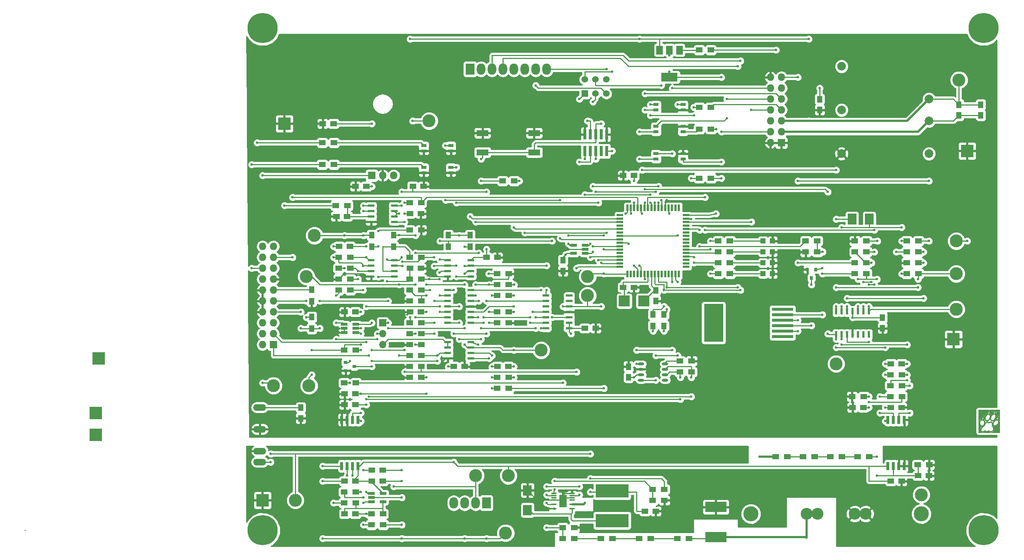
<source format=gbr>
G04 #@! TF.FileFunction,Copper,L1,Top,Signal*
%FSLAX46Y46*%
G04 Gerber Fmt 4.6, Leading zero omitted, Abs format (unit mm)*
G04 Created by KiCad (PCBNEW 4.0.2-stable) date 3/27/2017 12:04:47 PM*
%MOMM*%
G01*
G04 APERTURE LIST*
%ADD10C,0.100000*%
%ADD11C,0.002540*%
%ADD12R,1.500000X0.550000*%
%ADD13R,0.550000X1.500000*%
%ADD14O,3.000000X1.500000*%
%ADD15R,1.500000X0.600000*%
%ADD16R,1.250000X0.305000*%
%ADD17R,1.651000X2.845000*%
%ADD18C,1.500000*%
%ADD19R,1.550000X0.600000*%
%ADD20R,1.500000X1.250000*%
%ADD21R,0.640000X1.905000*%
%ADD22R,0.650000X1.905000*%
%ADD23R,1.250000X1.500000*%
%ADD24R,2.000000X2.500000*%
%ADD25R,0.760000X2.400000*%
%ADD26R,1.200000X1.200000*%
%ADD27R,2.000000X2.400000*%
%ADD28R,5.000000X0.760000*%
%ADD29R,4.500000X8.800000*%
%ADD30R,0.900000X0.800000*%
%ADD31R,0.800000X0.900000*%
%ADD32R,1.500000X1.300000*%
%ADD33R,1.300000X1.500000*%
%ADD34R,1.300000X0.800000*%
%ADD35C,2.000000*%
%ADD36R,0.600000X1.500000*%
%ADD37R,1.560000X0.650000*%
%ADD38O,1.473200X0.609600*%
%ADD39R,5.000000X2.400000*%
%ADD40C,3.000000*%
%ADD41R,7.700000X3.100000*%
%ADD42R,3.800000X2.000000*%
%ADD43R,1.500000X2.000000*%
%ADD44R,2.825000X1.400000*%
%ADD45R,1.524000X1.524000*%
%ADD46C,1.524000*%
%ADD47R,3.000000X3.000000*%
%ADD48R,1.700000X1.700000*%
%ADD49O,1.700000X1.700000*%
%ADD50R,2.000000X2.600000*%
%ADD51O,2.000000X2.600000*%
%ADD52R,1.727200X1.727200*%
%ADD53O,1.727200X1.727200*%
%ADD54R,1.800000X1.800000*%
%ADD55O,1.800000X1.800000*%
%ADD56R,2.500000X2.500000*%
%ADD57C,2.750000*%
%ADD58C,3.500000*%
%ADD59C,7.000000*%
%ADD60C,0.600000*%
%ADD61C,0.250000*%
%ADD62C,0.500000*%
%ADD63C,0.254000*%
G04 APERTURE END LIST*
D10*
D11*
G36*
X206926180Y-123080780D02*
X206923640Y-124386340D01*
X206923640Y-124561600D01*
X206923640Y-124721620D01*
X206923640Y-124866400D01*
X206923640Y-124993400D01*
X206923640Y-125110240D01*
X206923640Y-125211840D01*
X206923640Y-125300740D01*
X206923640Y-125376940D01*
X206921100Y-125442980D01*
X206921100Y-125498860D01*
X206921100Y-125544580D01*
X206921100Y-125580140D01*
X206918560Y-125608080D01*
X206918560Y-125625860D01*
X206916020Y-125638560D01*
X206916020Y-125646180D01*
X206913480Y-125646180D01*
X206913480Y-125641100D01*
X206913480Y-125641100D01*
X206895700Y-125580140D01*
X206872840Y-125519180D01*
X206847440Y-125465840D01*
X206822040Y-125422660D01*
X206806800Y-125404880D01*
X206799180Y-125394720D01*
X206796640Y-125384560D01*
X206796640Y-125371860D01*
X206799180Y-125349000D01*
X206806800Y-125315980D01*
X206824580Y-125209300D01*
X206837280Y-125100080D01*
X206839820Y-124985780D01*
X206837280Y-124874020D01*
X206827120Y-124767340D01*
X206806800Y-124673360D01*
X206806800Y-124668280D01*
X206778860Y-124581920D01*
X206740760Y-124510800D01*
X206695040Y-124452380D01*
X206641700Y-124409200D01*
X206613760Y-124393960D01*
X206585820Y-124381260D01*
X206557880Y-124373640D01*
X206527400Y-124371100D01*
X206494380Y-124371100D01*
X206456280Y-124371100D01*
X206425800Y-124373640D01*
X206402940Y-124381260D01*
X206372460Y-124393960D01*
X206364840Y-124399040D01*
X206306420Y-124437140D01*
X206270860Y-124470160D01*
X206232760Y-124513340D01*
X206222600Y-124449840D01*
X206197200Y-124338080D01*
X206159100Y-124228860D01*
X206108300Y-124132340D01*
X206105760Y-124124720D01*
X206070200Y-124071380D01*
X206087980Y-124012960D01*
X206103220Y-123952000D01*
X206115920Y-123898660D01*
X206123540Y-123845320D01*
X206128620Y-123791980D01*
X206131160Y-123731020D01*
X206133700Y-123659900D01*
X206133700Y-123629420D01*
X206131160Y-123530360D01*
X206126080Y-123446540D01*
X206118460Y-123375420D01*
X206103220Y-123314460D01*
X206085440Y-123263660D01*
X206060040Y-123220480D01*
X206032100Y-123182380D01*
X206009240Y-123162060D01*
X205971140Y-123129040D01*
X205933040Y-123108720D01*
X205892400Y-123096020D01*
X205841600Y-123088400D01*
X205803500Y-123088400D01*
X205750160Y-123090940D01*
X205701900Y-123101100D01*
X205658720Y-123118880D01*
X205620620Y-123149360D01*
X205579980Y-123190000D01*
X205536800Y-123243340D01*
X205519020Y-123266200D01*
X205435200Y-123395740D01*
X205361540Y-123532900D01*
X205298040Y-123670060D01*
X205249780Y-123809760D01*
X205232000Y-123865640D01*
X205221840Y-123903740D01*
X205214220Y-123934220D01*
X205206600Y-123957080D01*
X205204060Y-123964700D01*
X205148180Y-124007880D01*
X205084680Y-124061220D01*
X205021180Y-124119640D01*
X204960220Y-124183140D01*
X204922120Y-124226320D01*
X204878940Y-124277120D01*
X204845920Y-124206000D01*
X204828140Y-124170440D01*
X204810360Y-124137420D01*
X204795120Y-124112020D01*
X204790040Y-124104400D01*
X204769720Y-124076460D01*
X204787500Y-124000260D01*
X204810360Y-123903740D01*
X204825600Y-123799600D01*
X204833220Y-123692920D01*
X204833220Y-123588780D01*
X204828140Y-123487180D01*
X204817980Y-123393200D01*
X204800200Y-123311920D01*
X204795120Y-123296680D01*
X204767180Y-123233180D01*
X204731620Y-123179840D01*
X204690980Y-123144280D01*
X204650340Y-123116340D01*
X204609700Y-123101100D01*
X204566520Y-123090940D01*
X204513180Y-123088400D01*
X204500480Y-123088400D01*
X204449680Y-123090940D01*
X204406500Y-123098560D01*
X204365860Y-123116340D01*
X204327760Y-123141740D01*
X204289660Y-123177300D01*
X204249020Y-123223020D01*
X204205840Y-123283980D01*
X204180440Y-123319540D01*
X204114400Y-123426220D01*
X204055980Y-123540520D01*
X204002640Y-123657360D01*
X203959460Y-123771660D01*
X203926440Y-123880880D01*
X203923900Y-123893580D01*
X203908660Y-123959620D01*
X203852780Y-124002800D01*
X203763880Y-124073920D01*
X203680060Y-124160280D01*
X203598780Y-124256800D01*
X203525120Y-124358400D01*
X203461620Y-124462540D01*
X203454000Y-124480320D01*
X203413360Y-124556520D01*
X203398120Y-124528580D01*
X203365100Y-124477780D01*
X203316840Y-124434600D01*
X203260960Y-124399040D01*
X203200000Y-124376180D01*
X203164440Y-124368560D01*
X203108560Y-124368560D01*
X203055220Y-124378720D01*
X203006960Y-124399040D01*
X202956160Y-124429520D01*
X202905360Y-124475240D01*
X202852020Y-124536200D01*
X202793600Y-124609860D01*
X202760580Y-124658120D01*
X202676760Y-124790200D01*
X202605640Y-124924820D01*
X202549760Y-125059440D01*
X202509120Y-125183900D01*
X202478640Y-125285500D01*
X202435460Y-125310900D01*
X202404980Y-125331220D01*
X202369420Y-125361700D01*
X202328780Y-125399800D01*
X202288140Y-125440440D01*
X202247500Y-125481080D01*
X202214480Y-125521720D01*
X202191620Y-125549660D01*
X202128120Y-125661420D01*
X202077320Y-125783340D01*
X202039220Y-125907800D01*
X202036680Y-125925580D01*
X202029060Y-125973840D01*
X202023980Y-126034800D01*
X202021440Y-126100840D01*
X202023980Y-126171960D01*
X202026520Y-126238000D01*
X202031600Y-126298960D01*
X202039220Y-126349760D01*
X202039220Y-126357380D01*
X202072240Y-126474220D01*
X202120500Y-126583440D01*
X202178920Y-126685040D01*
X202247500Y-126776480D01*
X202328780Y-126855220D01*
X202407520Y-126913640D01*
X202453240Y-126941580D01*
X202509120Y-126969520D01*
X202565000Y-126992380D01*
X202615800Y-127010160D01*
X202625960Y-127012700D01*
X202648820Y-127017780D01*
X202600560Y-127076200D01*
X202524360Y-127170180D01*
X202460860Y-127266700D01*
X202410060Y-127365760D01*
X202369420Y-127469900D01*
X202346560Y-127548640D01*
X202333860Y-127619760D01*
X202326240Y-127698500D01*
X202323700Y-127777240D01*
X202328780Y-127853440D01*
X202341480Y-127919480D01*
X202344020Y-127924560D01*
X202377040Y-128021080D01*
X202425300Y-128107440D01*
X202486260Y-128186180D01*
X202557380Y-128252220D01*
X202638660Y-128305560D01*
X202730100Y-128346200D01*
X202775820Y-128361440D01*
X202811380Y-128371600D01*
X202839320Y-128379220D01*
X202859640Y-128381760D01*
X202857100Y-128384300D01*
X202836780Y-128384300D01*
X202803760Y-128384300D01*
X202758040Y-128384300D01*
X202702160Y-128386840D01*
X202636120Y-128386840D01*
X202559920Y-128386840D01*
X202478640Y-128386840D01*
X202448160Y-128386840D01*
X202013820Y-128389380D01*
X202013820Y-125735080D01*
X202013820Y-123080780D01*
X204470000Y-123080780D01*
X206926180Y-123080780D01*
X206926180Y-123080780D01*
X206926180Y-123080780D01*
G37*
X206926180Y-123080780D02*
X206923640Y-124386340D01*
X206923640Y-124561600D01*
X206923640Y-124721620D01*
X206923640Y-124866400D01*
X206923640Y-124993400D01*
X206923640Y-125110240D01*
X206923640Y-125211840D01*
X206923640Y-125300740D01*
X206923640Y-125376940D01*
X206921100Y-125442980D01*
X206921100Y-125498860D01*
X206921100Y-125544580D01*
X206921100Y-125580140D01*
X206918560Y-125608080D01*
X206918560Y-125625860D01*
X206916020Y-125638560D01*
X206916020Y-125646180D01*
X206913480Y-125646180D01*
X206913480Y-125641100D01*
X206913480Y-125641100D01*
X206895700Y-125580140D01*
X206872840Y-125519180D01*
X206847440Y-125465840D01*
X206822040Y-125422660D01*
X206806800Y-125404880D01*
X206799180Y-125394720D01*
X206796640Y-125384560D01*
X206796640Y-125371860D01*
X206799180Y-125349000D01*
X206806800Y-125315980D01*
X206824580Y-125209300D01*
X206837280Y-125100080D01*
X206839820Y-124985780D01*
X206837280Y-124874020D01*
X206827120Y-124767340D01*
X206806800Y-124673360D01*
X206806800Y-124668280D01*
X206778860Y-124581920D01*
X206740760Y-124510800D01*
X206695040Y-124452380D01*
X206641700Y-124409200D01*
X206613760Y-124393960D01*
X206585820Y-124381260D01*
X206557880Y-124373640D01*
X206527400Y-124371100D01*
X206494380Y-124371100D01*
X206456280Y-124371100D01*
X206425800Y-124373640D01*
X206402940Y-124381260D01*
X206372460Y-124393960D01*
X206364840Y-124399040D01*
X206306420Y-124437140D01*
X206270860Y-124470160D01*
X206232760Y-124513340D01*
X206222600Y-124449840D01*
X206197200Y-124338080D01*
X206159100Y-124228860D01*
X206108300Y-124132340D01*
X206105760Y-124124720D01*
X206070200Y-124071380D01*
X206087980Y-124012960D01*
X206103220Y-123952000D01*
X206115920Y-123898660D01*
X206123540Y-123845320D01*
X206128620Y-123791980D01*
X206131160Y-123731020D01*
X206133700Y-123659900D01*
X206133700Y-123629420D01*
X206131160Y-123530360D01*
X206126080Y-123446540D01*
X206118460Y-123375420D01*
X206103220Y-123314460D01*
X206085440Y-123263660D01*
X206060040Y-123220480D01*
X206032100Y-123182380D01*
X206009240Y-123162060D01*
X205971140Y-123129040D01*
X205933040Y-123108720D01*
X205892400Y-123096020D01*
X205841600Y-123088400D01*
X205803500Y-123088400D01*
X205750160Y-123090940D01*
X205701900Y-123101100D01*
X205658720Y-123118880D01*
X205620620Y-123149360D01*
X205579980Y-123190000D01*
X205536800Y-123243340D01*
X205519020Y-123266200D01*
X205435200Y-123395740D01*
X205361540Y-123532900D01*
X205298040Y-123670060D01*
X205249780Y-123809760D01*
X205232000Y-123865640D01*
X205221840Y-123903740D01*
X205214220Y-123934220D01*
X205206600Y-123957080D01*
X205204060Y-123964700D01*
X205148180Y-124007880D01*
X205084680Y-124061220D01*
X205021180Y-124119640D01*
X204960220Y-124183140D01*
X204922120Y-124226320D01*
X204878940Y-124277120D01*
X204845920Y-124206000D01*
X204828140Y-124170440D01*
X204810360Y-124137420D01*
X204795120Y-124112020D01*
X204790040Y-124104400D01*
X204769720Y-124076460D01*
X204787500Y-124000260D01*
X204810360Y-123903740D01*
X204825600Y-123799600D01*
X204833220Y-123692920D01*
X204833220Y-123588780D01*
X204828140Y-123487180D01*
X204817980Y-123393200D01*
X204800200Y-123311920D01*
X204795120Y-123296680D01*
X204767180Y-123233180D01*
X204731620Y-123179840D01*
X204690980Y-123144280D01*
X204650340Y-123116340D01*
X204609700Y-123101100D01*
X204566520Y-123090940D01*
X204513180Y-123088400D01*
X204500480Y-123088400D01*
X204449680Y-123090940D01*
X204406500Y-123098560D01*
X204365860Y-123116340D01*
X204327760Y-123141740D01*
X204289660Y-123177300D01*
X204249020Y-123223020D01*
X204205840Y-123283980D01*
X204180440Y-123319540D01*
X204114400Y-123426220D01*
X204055980Y-123540520D01*
X204002640Y-123657360D01*
X203959460Y-123771660D01*
X203926440Y-123880880D01*
X203923900Y-123893580D01*
X203908660Y-123959620D01*
X203852780Y-124002800D01*
X203763880Y-124073920D01*
X203680060Y-124160280D01*
X203598780Y-124256800D01*
X203525120Y-124358400D01*
X203461620Y-124462540D01*
X203454000Y-124480320D01*
X203413360Y-124556520D01*
X203398120Y-124528580D01*
X203365100Y-124477780D01*
X203316840Y-124434600D01*
X203260960Y-124399040D01*
X203200000Y-124376180D01*
X203164440Y-124368560D01*
X203108560Y-124368560D01*
X203055220Y-124378720D01*
X203006960Y-124399040D01*
X202956160Y-124429520D01*
X202905360Y-124475240D01*
X202852020Y-124536200D01*
X202793600Y-124609860D01*
X202760580Y-124658120D01*
X202676760Y-124790200D01*
X202605640Y-124924820D01*
X202549760Y-125059440D01*
X202509120Y-125183900D01*
X202478640Y-125285500D01*
X202435460Y-125310900D01*
X202404980Y-125331220D01*
X202369420Y-125361700D01*
X202328780Y-125399800D01*
X202288140Y-125440440D01*
X202247500Y-125481080D01*
X202214480Y-125521720D01*
X202191620Y-125549660D01*
X202128120Y-125661420D01*
X202077320Y-125783340D01*
X202039220Y-125907800D01*
X202036680Y-125925580D01*
X202029060Y-125973840D01*
X202023980Y-126034800D01*
X202021440Y-126100840D01*
X202023980Y-126171960D01*
X202026520Y-126238000D01*
X202031600Y-126298960D01*
X202039220Y-126349760D01*
X202039220Y-126357380D01*
X202072240Y-126474220D01*
X202120500Y-126583440D01*
X202178920Y-126685040D01*
X202247500Y-126776480D01*
X202328780Y-126855220D01*
X202407520Y-126913640D01*
X202453240Y-126941580D01*
X202509120Y-126969520D01*
X202565000Y-126992380D01*
X202615800Y-127010160D01*
X202625960Y-127012700D01*
X202648820Y-127017780D01*
X202600560Y-127076200D01*
X202524360Y-127170180D01*
X202460860Y-127266700D01*
X202410060Y-127365760D01*
X202369420Y-127469900D01*
X202346560Y-127548640D01*
X202333860Y-127619760D01*
X202326240Y-127698500D01*
X202323700Y-127777240D01*
X202328780Y-127853440D01*
X202341480Y-127919480D01*
X202344020Y-127924560D01*
X202377040Y-128021080D01*
X202425300Y-128107440D01*
X202486260Y-128186180D01*
X202557380Y-128252220D01*
X202638660Y-128305560D01*
X202730100Y-128346200D01*
X202775820Y-128361440D01*
X202811380Y-128371600D01*
X202839320Y-128379220D01*
X202859640Y-128381760D01*
X202857100Y-128384300D01*
X202836780Y-128384300D01*
X202803760Y-128384300D01*
X202758040Y-128384300D01*
X202702160Y-128386840D01*
X202636120Y-128386840D01*
X202559920Y-128386840D01*
X202478640Y-128386840D01*
X202448160Y-128386840D01*
X202013820Y-128389380D01*
X202013820Y-125735080D01*
X202013820Y-123080780D01*
X204470000Y-123080780D01*
X206926180Y-123080780D01*
X206926180Y-123080780D01*
G36*
X204668120Y-128379220D02*
X204665580Y-128381760D01*
X204655420Y-128381760D01*
X204640180Y-128384300D01*
X204614780Y-128384300D01*
X204581760Y-128384300D01*
X204538580Y-128386840D01*
X204485240Y-128386840D01*
X204419200Y-128386840D01*
X204340460Y-128386840D01*
X204246480Y-128386840D01*
X204142340Y-128386840D01*
X204020420Y-128386840D01*
X203898500Y-128386840D01*
X203761340Y-128386840D01*
X203641960Y-128386840D01*
X203535280Y-128386840D01*
X203443840Y-128386840D01*
X203367640Y-128386840D01*
X203301600Y-128386840D01*
X203250800Y-128384300D01*
X203207620Y-128384300D01*
X203177140Y-128384300D01*
X203154280Y-128381760D01*
X203139040Y-128381760D01*
X203131420Y-128379220D01*
X203131420Y-128379220D01*
X203139040Y-128376680D01*
X203141580Y-128376680D01*
X203192380Y-128363980D01*
X203243180Y-128348740D01*
X203299060Y-128328420D01*
X203360020Y-128300480D01*
X203420980Y-128272540D01*
X203537820Y-128216660D01*
X203578460Y-128252220D01*
X203644500Y-128300480D01*
X203720700Y-128333500D01*
X203807060Y-128356360D01*
X203901040Y-128363980D01*
X203903580Y-128363980D01*
X203987400Y-128358900D01*
X204068680Y-128341120D01*
X204147420Y-128313180D01*
X204231240Y-128270000D01*
X204271880Y-128244600D01*
X204325220Y-128209040D01*
X204370940Y-128244600D01*
X204464920Y-128305560D01*
X204563980Y-128348740D01*
X204655420Y-128376680D01*
X204663040Y-128376680D01*
X204668120Y-128379220D01*
X204668120Y-128379220D01*
X204668120Y-128379220D01*
G37*
X204668120Y-128379220D02*
X204665580Y-128381760D01*
X204655420Y-128381760D01*
X204640180Y-128384300D01*
X204614780Y-128384300D01*
X204581760Y-128384300D01*
X204538580Y-128386840D01*
X204485240Y-128386840D01*
X204419200Y-128386840D01*
X204340460Y-128386840D01*
X204246480Y-128386840D01*
X204142340Y-128386840D01*
X204020420Y-128386840D01*
X203898500Y-128386840D01*
X203761340Y-128386840D01*
X203641960Y-128386840D01*
X203535280Y-128386840D01*
X203443840Y-128386840D01*
X203367640Y-128386840D01*
X203301600Y-128386840D01*
X203250800Y-128384300D01*
X203207620Y-128384300D01*
X203177140Y-128384300D01*
X203154280Y-128381760D01*
X203139040Y-128381760D01*
X203131420Y-128379220D01*
X203131420Y-128379220D01*
X203139040Y-128376680D01*
X203141580Y-128376680D01*
X203192380Y-128363980D01*
X203243180Y-128348740D01*
X203299060Y-128328420D01*
X203360020Y-128300480D01*
X203420980Y-128272540D01*
X203537820Y-128216660D01*
X203578460Y-128252220D01*
X203644500Y-128300480D01*
X203720700Y-128333500D01*
X203807060Y-128356360D01*
X203901040Y-128363980D01*
X203903580Y-128363980D01*
X203987400Y-128358900D01*
X204068680Y-128341120D01*
X204147420Y-128313180D01*
X204231240Y-128270000D01*
X204271880Y-128244600D01*
X204325220Y-128209040D01*
X204370940Y-128244600D01*
X204464920Y-128305560D01*
X204563980Y-128348740D01*
X204655420Y-128376680D01*
X204663040Y-128376680D01*
X204668120Y-128379220D01*
X204668120Y-128379220D01*
G36*
X206926180Y-128389380D02*
X205922880Y-128386840D01*
X205922880Y-127134620D01*
X205920340Y-127129540D01*
X205912720Y-127129540D01*
X205900020Y-127137160D01*
X205897480Y-127160020D01*
X205897480Y-127162560D01*
X205897480Y-127182880D01*
X205902560Y-127187960D01*
X205907640Y-127175260D01*
X205917800Y-127154940D01*
X205922880Y-127134620D01*
X205922880Y-128386840D01*
X205920340Y-128386840D01*
X205889860Y-128386840D01*
X205889860Y-127154940D01*
X205882240Y-127157480D01*
X205879700Y-127160020D01*
X205869540Y-127165100D01*
X205867000Y-127157480D01*
X205867000Y-127149860D01*
X205861920Y-127132080D01*
X205851760Y-127127000D01*
X205841600Y-127137160D01*
X205839060Y-127147320D01*
X205831440Y-127170180D01*
X205828900Y-127180340D01*
X205828900Y-127132080D01*
X205823820Y-127129540D01*
X205806040Y-127127000D01*
X205803500Y-127127000D01*
X205783180Y-127129540D01*
X205778100Y-127132080D01*
X205780640Y-127134620D01*
X205788260Y-127144780D01*
X205783180Y-127162560D01*
X205783180Y-127165100D01*
X205775560Y-127182880D01*
X205775560Y-127193040D01*
X205778100Y-127193040D01*
X205785720Y-127185420D01*
X205793340Y-127170180D01*
X205798420Y-127157480D01*
X205798420Y-127154940D01*
X205806040Y-127142240D01*
X205818740Y-127134620D01*
X205828900Y-127132080D01*
X205828900Y-127180340D01*
X205826360Y-127193040D01*
X205828900Y-127193040D01*
X205839060Y-127182880D01*
X205844140Y-127172720D01*
X205856840Y-127147320D01*
X205859380Y-127172720D01*
X205861920Y-127190500D01*
X205867000Y-127193040D01*
X205879700Y-127180340D01*
X205889860Y-127165100D01*
X205889860Y-127154940D01*
X205889860Y-128386840D01*
X205767940Y-128386840D01*
X205630780Y-128386840D01*
X205508860Y-128386840D01*
X205399640Y-128386840D01*
X205308200Y-128386840D01*
X205226920Y-128386840D01*
X205158340Y-128386840D01*
X205102460Y-128384300D01*
X205056740Y-128384300D01*
X205021180Y-128384300D01*
X204995780Y-128381760D01*
X204975460Y-128381760D01*
X204965300Y-128379220D01*
X204962760Y-128379220D01*
X204965300Y-128376680D01*
X204970380Y-128376680D01*
X205087220Y-128343660D01*
X205198980Y-128297940D01*
X205303120Y-128236980D01*
X205402180Y-128160780D01*
X205473300Y-128092200D01*
X205546960Y-128005840D01*
X205607920Y-127911860D01*
X205656180Y-127810260D01*
X205696820Y-127698500D01*
X205704440Y-127670560D01*
X205712060Y-127635000D01*
X205719680Y-127607060D01*
X205722220Y-127576580D01*
X205724760Y-127541020D01*
X205727300Y-127495300D01*
X205727300Y-127449580D01*
X205724760Y-127373380D01*
X205722220Y-127307340D01*
X205712060Y-127251460D01*
X205696820Y-127198120D01*
X205676500Y-127142240D01*
X205658720Y-127104140D01*
X205646020Y-127073660D01*
X205635860Y-127050800D01*
X205630780Y-127038100D01*
X205630780Y-127038100D01*
X205638400Y-127035560D01*
X205658720Y-127035560D01*
X205689200Y-127033020D01*
X205701900Y-127033020D01*
X205811120Y-127025400D01*
X205925420Y-127002540D01*
X206039720Y-126964440D01*
X206154020Y-126913640D01*
X206268320Y-126847600D01*
X206316580Y-126814580D01*
X206364840Y-126779020D01*
X206420720Y-126730760D01*
X206479140Y-126674880D01*
X206537560Y-126616460D01*
X206590900Y-126558040D01*
X206639160Y-126502160D01*
X206679800Y-126453900D01*
X206682340Y-126448820D01*
X206763620Y-126324360D01*
X206827120Y-126197360D01*
X206877920Y-126070360D01*
X206908400Y-125958600D01*
X206923640Y-125877320D01*
X206923640Y-127134620D01*
X206926180Y-128389380D01*
X206926180Y-128389380D01*
X206926180Y-128389380D01*
G37*
X206926180Y-128389380D02*
X205922880Y-128386840D01*
X205922880Y-127134620D01*
X205920340Y-127129540D01*
X205912720Y-127129540D01*
X205900020Y-127137160D01*
X205897480Y-127160020D01*
X205897480Y-127162560D01*
X205897480Y-127182880D01*
X205902560Y-127187960D01*
X205907640Y-127175260D01*
X205917800Y-127154940D01*
X205922880Y-127134620D01*
X205922880Y-128386840D01*
X205920340Y-128386840D01*
X205889860Y-128386840D01*
X205889860Y-127154940D01*
X205882240Y-127157480D01*
X205879700Y-127160020D01*
X205869540Y-127165100D01*
X205867000Y-127157480D01*
X205867000Y-127149860D01*
X205861920Y-127132080D01*
X205851760Y-127127000D01*
X205841600Y-127137160D01*
X205839060Y-127147320D01*
X205831440Y-127170180D01*
X205828900Y-127180340D01*
X205828900Y-127132080D01*
X205823820Y-127129540D01*
X205806040Y-127127000D01*
X205803500Y-127127000D01*
X205783180Y-127129540D01*
X205778100Y-127132080D01*
X205780640Y-127134620D01*
X205788260Y-127144780D01*
X205783180Y-127162560D01*
X205783180Y-127165100D01*
X205775560Y-127182880D01*
X205775560Y-127193040D01*
X205778100Y-127193040D01*
X205785720Y-127185420D01*
X205793340Y-127170180D01*
X205798420Y-127157480D01*
X205798420Y-127154940D01*
X205806040Y-127142240D01*
X205818740Y-127134620D01*
X205828900Y-127132080D01*
X205828900Y-127180340D01*
X205826360Y-127193040D01*
X205828900Y-127193040D01*
X205839060Y-127182880D01*
X205844140Y-127172720D01*
X205856840Y-127147320D01*
X205859380Y-127172720D01*
X205861920Y-127190500D01*
X205867000Y-127193040D01*
X205879700Y-127180340D01*
X205889860Y-127165100D01*
X205889860Y-127154940D01*
X205889860Y-128386840D01*
X205767940Y-128386840D01*
X205630780Y-128386840D01*
X205508860Y-128386840D01*
X205399640Y-128386840D01*
X205308200Y-128386840D01*
X205226920Y-128386840D01*
X205158340Y-128386840D01*
X205102460Y-128384300D01*
X205056740Y-128384300D01*
X205021180Y-128384300D01*
X204995780Y-128381760D01*
X204975460Y-128381760D01*
X204965300Y-128379220D01*
X204962760Y-128379220D01*
X204965300Y-128376680D01*
X204970380Y-128376680D01*
X205087220Y-128343660D01*
X205198980Y-128297940D01*
X205303120Y-128236980D01*
X205402180Y-128160780D01*
X205473300Y-128092200D01*
X205546960Y-128005840D01*
X205607920Y-127911860D01*
X205656180Y-127810260D01*
X205696820Y-127698500D01*
X205704440Y-127670560D01*
X205712060Y-127635000D01*
X205719680Y-127607060D01*
X205722220Y-127576580D01*
X205724760Y-127541020D01*
X205727300Y-127495300D01*
X205727300Y-127449580D01*
X205724760Y-127373380D01*
X205722220Y-127307340D01*
X205712060Y-127251460D01*
X205696820Y-127198120D01*
X205676500Y-127142240D01*
X205658720Y-127104140D01*
X205646020Y-127073660D01*
X205635860Y-127050800D01*
X205630780Y-127038100D01*
X205630780Y-127038100D01*
X205638400Y-127035560D01*
X205658720Y-127035560D01*
X205689200Y-127033020D01*
X205701900Y-127033020D01*
X205811120Y-127025400D01*
X205925420Y-127002540D01*
X206039720Y-126964440D01*
X206154020Y-126913640D01*
X206268320Y-126847600D01*
X206316580Y-126814580D01*
X206364840Y-126779020D01*
X206420720Y-126730760D01*
X206479140Y-126674880D01*
X206537560Y-126616460D01*
X206590900Y-126558040D01*
X206639160Y-126502160D01*
X206679800Y-126453900D01*
X206682340Y-126448820D01*
X206763620Y-126324360D01*
X206827120Y-126197360D01*
X206877920Y-126070360D01*
X206908400Y-125958600D01*
X206923640Y-125877320D01*
X206923640Y-127134620D01*
X206926180Y-128389380D01*
X206926180Y-128389380D01*
G36*
X206827120Y-125801120D02*
X206822040Y-125859540D01*
X206816960Y-125910340D01*
X206811880Y-125938280D01*
X206804260Y-125973840D01*
X206791560Y-126017020D01*
X206776320Y-126062740D01*
X206773780Y-126072900D01*
X206722980Y-126189740D01*
X206656940Y-126306580D01*
X206616300Y-126367540D01*
X206616300Y-125793500D01*
X206616300Y-125745240D01*
X206613760Y-125712220D01*
X206611220Y-125686820D01*
X206606140Y-125666500D01*
X206601060Y-125646180D01*
X206595980Y-125641100D01*
X206562960Y-125585220D01*
X206542640Y-125564900D01*
X206542640Y-124955300D01*
X206540100Y-124932440D01*
X206537560Y-124889260D01*
X206529940Y-124843540D01*
X206522320Y-124797820D01*
X206514700Y-124757180D01*
X206507080Y-124721620D01*
X206499460Y-124696220D01*
X206494380Y-124686060D01*
X206486760Y-124688600D01*
X206474060Y-124703840D01*
X206453740Y-124731780D01*
X206433420Y-124767340D01*
X206408020Y-124810520D01*
X206382620Y-124858780D01*
X206359760Y-124909580D01*
X206334360Y-124960380D01*
X206314040Y-125011180D01*
X206296260Y-125056900D01*
X206296260Y-125059440D01*
X206275940Y-125122940D01*
X206258160Y-125191520D01*
X206240380Y-125270260D01*
X206227680Y-125336300D01*
X206222600Y-125364240D01*
X206268320Y-125351540D01*
X206296260Y-125346460D01*
X206334360Y-125343920D01*
X206377540Y-125341380D01*
X206400400Y-125341380D01*
X206491840Y-125341380D01*
X206509620Y-125260100D01*
X206529940Y-125153420D01*
X206540100Y-125051820D01*
X206542640Y-124955300D01*
X206542640Y-125564900D01*
X206517240Y-125542040D01*
X206481680Y-125519180D01*
X206435960Y-125503940D01*
X206377540Y-125493780D01*
X206316580Y-125493780D01*
X206250540Y-125498860D01*
X206209900Y-125509020D01*
X206108300Y-125544580D01*
X206009240Y-125592840D01*
X205915260Y-125656340D01*
X205821280Y-125727460D01*
X205737460Y-125811280D01*
X205658720Y-125900180D01*
X205587600Y-125994160D01*
X205529180Y-126093220D01*
X205483460Y-126194820D01*
X205450440Y-126296420D01*
X205435200Y-126375160D01*
X205432660Y-126451360D01*
X205440280Y-126522480D01*
X205463140Y-126585980D01*
X205496160Y-126639320D01*
X205536800Y-126679960D01*
X205590140Y-126710440D01*
X205602840Y-126715520D01*
X205648560Y-126725680D01*
X205704440Y-126728220D01*
X205765400Y-126725680D01*
X205823820Y-126718060D01*
X205849220Y-126712980D01*
X205950820Y-126677420D01*
X206049880Y-126626620D01*
X206146400Y-126563120D01*
X206240380Y-126486920D01*
X206326740Y-126403100D01*
X206408020Y-126309120D01*
X206476600Y-126210060D01*
X206537560Y-126105920D01*
X206583280Y-125999240D01*
X206588360Y-125984000D01*
X206601060Y-125948440D01*
X206608680Y-125920500D01*
X206613760Y-125892560D01*
X206616300Y-125862080D01*
X206616300Y-125821440D01*
X206616300Y-125793500D01*
X206616300Y-126367540D01*
X206580740Y-126420880D01*
X206491840Y-126527560D01*
X206392780Y-126624080D01*
X206286100Y-126712980D01*
X206176880Y-126789180D01*
X206087980Y-126837440D01*
X206029560Y-126865380D01*
X205963520Y-126888240D01*
X205892400Y-126911100D01*
X205828900Y-126926340D01*
X205788260Y-126931420D01*
X205694280Y-126936500D01*
X205605380Y-126926340D01*
X205524100Y-126903480D01*
X205450440Y-126867920D01*
X205386940Y-126819660D01*
X205369160Y-126804420D01*
X205361540Y-126799340D01*
X205359000Y-126799340D01*
X205364080Y-126809500D01*
X205376780Y-126829820D01*
X205394560Y-126857760D01*
X205419960Y-126893320D01*
X205437740Y-126921260D01*
X205493620Y-127005080D01*
X205536800Y-127078740D01*
X205569820Y-127144780D01*
X205595220Y-127210820D01*
X205615540Y-127274320D01*
X205628240Y-127340360D01*
X205630780Y-127368300D01*
X205635860Y-127467360D01*
X205623160Y-127571500D01*
X205600300Y-127675640D01*
X205562200Y-127779780D01*
X205513940Y-127876300D01*
X205452980Y-127965200D01*
X205445360Y-127975360D01*
X205427580Y-127995680D01*
X205427580Y-127447040D01*
X205425040Y-127391160D01*
X205419960Y-127342900D01*
X205407260Y-127294640D01*
X205392020Y-127246380D01*
X205366620Y-127195580D01*
X205333600Y-127137160D01*
X205292960Y-127071120D01*
X205259940Y-127020320D01*
X205211680Y-126951740D01*
X205176120Y-126890780D01*
X205148180Y-126837440D01*
X205127860Y-126789180D01*
X205112620Y-126743460D01*
X205110080Y-126725680D01*
X205102460Y-126677420D01*
X205097380Y-126631700D01*
X205099920Y-126585980D01*
X205105000Y-126530100D01*
X205117700Y-126464060D01*
X205117700Y-126456440D01*
X205130400Y-126390400D01*
X205135480Y-126334520D01*
X205135480Y-126286260D01*
X205125320Y-126245620D01*
X205112620Y-126202440D01*
X205105000Y-126189740D01*
X205069440Y-126131320D01*
X205021180Y-126083060D01*
X204965300Y-126050040D01*
X204901800Y-126032260D01*
X204833220Y-126029720D01*
X204787500Y-126034800D01*
X204757020Y-126042420D01*
X204716380Y-126057660D01*
X204665580Y-126077980D01*
X204612240Y-126103380D01*
X204543660Y-126133860D01*
X204487780Y-126156720D01*
X204436980Y-126166880D01*
X204393800Y-126169420D01*
X204353160Y-126161800D01*
X204312520Y-126146560D01*
X204271880Y-126118620D01*
X204264260Y-126116080D01*
X204216000Y-126080520D01*
X204175360Y-126057660D01*
X204137260Y-126042420D01*
X204101700Y-126034800D01*
X204061060Y-126032260D01*
X204043280Y-126032260D01*
X204000100Y-126032260D01*
X203967080Y-126037340D01*
X203936600Y-126044960D01*
X203913740Y-126052580D01*
X203835000Y-126090680D01*
X203766420Y-126136400D01*
X203708000Y-126189740D01*
X203652120Y-126250700D01*
X203606400Y-126321820D01*
X203570840Y-126400560D01*
X203550520Y-126453900D01*
X203527660Y-126519940D01*
X203502260Y-126578360D01*
X203474320Y-126634240D01*
X203441300Y-126687580D01*
X203403200Y-126740920D01*
X203357480Y-126794260D01*
X203329540Y-126819660D01*
X203329540Y-126085600D01*
X203329540Y-126034800D01*
X203327000Y-125996700D01*
X203324460Y-125963680D01*
X203319380Y-125935740D01*
X203311760Y-125907800D01*
X203306680Y-125887480D01*
X203278740Y-125806200D01*
X203245720Y-125740160D01*
X203202540Y-125679200D01*
X203156820Y-125628400D01*
X203139040Y-125613160D01*
X203139040Y-124785120D01*
X203139040Y-124747020D01*
X203139040Y-124719080D01*
X203136500Y-124708920D01*
X203131420Y-124675900D01*
X203098400Y-124714000D01*
X203062840Y-124754640D01*
X203027280Y-124807980D01*
X202986640Y-124868940D01*
X202948540Y-124929900D01*
X202912980Y-124993400D01*
X202887580Y-125046740D01*
X202869800Y-125082300D01*
X202852020Y-125122940D01*
X202834240Y-125171200D01*
X202816460Y-125216920D01*
X202801220Y-125260100D01*
X202788520Y-125298200D01*
X202778360Y-125326140D01*
X202775820Y-125338840D01*
X202783440Y-125341380D01*
X202806300Y-125341380D01*
X202836780Y-125343920D01*
X202862180Y-125341380D01*
X202920600Y-125341380D01*
X202963780Y-125346460D01*
X202989180Y-125351540D01*
X203027280Y-125361700D01*
X203039980Y-125331220D01*
X203050140Y-125310900D01*
X203062840Y-125277880D01*
X203075540Y-125242320D01*
X203075540Y-125234700D01*
X203098400Y-125166120D01*
X203116180Y-125100080D01*
X203126340Y-125034040D01*
X203133960Y-124960380D01*
X203139040Y-124881640D01*
X203139040Y-124833380D01*
X203139040Y-124785120D01*
X203139040Y-125613160D01*
X203095860Y-125572520D01*
X203032360Y-125531880D01*
X202963780Y-125506480D01*
X202890120Y-125493780D01*
X202844400Y-125493780D01*
X202758040Y-125501400D01*
X202676760Y-125524260D01*
X202603100Y-125564900D01*
X202534520Y-125618240D01*
X202471020Y-125686820D01*
X202417680Y-125768100D01*
X202389740Y-125818900D01*
X202364340Y-125877320D01*
X202346560Y-125928120D01*
X202333860Y-125978920D01*
X202326240Y-126032260D01*
X202323700Y-126095760D01*
X202323700Y-126136400D01*
X202323700Y-126189740D01*
X202326240Y-126230380D01*
X202328780Y-126263400D01*
X202333860Y-126293880D01*
X202341480Y-126324360D01*
X202344020Y-126326900D01*
X202377040Y-126420880D01*
X202422760Y-126504700D01*
X202478640Y-126575820D01*
X202542140Y-126636780D01*
X202613260Y-126682500D01*
X202674220Y-126710440D01*
X202730100Y-126723140D01*
X202793600Y-126728220D01*
X202859640Y-126725680D01*
X202915520Y-126718060D01*
X202920600Y-126715520D01*
X203004420Y-126682500D01*
X203083160Y-126634240D01*
X203151740Y-126570740D01*
X203210160Y-126497080D01*
X203260960Y-126410720D01*
X203299060Y-126316740D01*
X203311760Y-126276100D01*
X203319380Y-126243080D01*
X203324460Y-126210060D01*
X203327000Y-126174500D01*
X203329540Y-126126240D01*
X203329540Y-126085600D01*
X203329540Y-126819660D01*
X203301600Y-126850140D01*
X203235560Y-126911100D01*
X203159360Y-126979680D01*
X203103480Y-127025400D01*
X203019660Y-127096520D01*
X202951080Y-127157480D01*
X202890120Y-127213360D01*
X202841860Y-127264160D01*
X202798680Y-127309880D01*
X202765660Y-127355600D01*
X202735180Y-127401320D01*
X202707240Y-127449580D01*
X202702160Y-127462280D01*
X202669140Y-127530860D01*
X202648820Y-127591820D01*
X202636120Y-127652780D01*
X202628500Y-127716280D01*
X202628500Y-127749300D01*
X202628500Y-127792480D01*
X202631040Y-127822960D01*
X202633580Y-127845820D01*
X202641200Y-127866140D01*
X202651360Y-127891540D01*
X202653900Y-127899160D01*
X202671680Y-127932180D01*
X202692000Y-127962660D01*
X202707240Y-127982980D01*
X202735180Y-128008380D01*
X202773280Y-128033780D01*
X202816460Y-128056640D01*
X202857100Y-128071880D01*
X202867260Y-128074420D01*
X202902820Y-128079500D01*
X202948540Y-128082040D01*
X203001880Y-128082040D01*
X203052680Y-128079500D01*
X203098400Y-128074420D01*
X203116180Y-128071880D01*
X203141580Y-128061720D01*
X203179680Y-128049020D01*
X203225400Y-128028700D01*
X203271120Y-128008380D01*
X203296520Y-127995680D01*
X203354940Y-127967740D01*
X203403200Y-127944880D01*
X203441300Y-127932180D01*
X203474320Y-127922020D01*
X203502260Y-127914400D01*
X203535280Y-127911860D01*
X203560680Y-127911860D01*
X203603860Y-127914400D01*
X203639420Y-127922020D01*
X203672440Y-127939800D01*
X203708000Y-127965200D01*
X203733400Y-127985520D01*
X203774040Y-128021080D01*
X203807060Y-128041400D01*
X203840080Y-128054100D01*
X203878180Y-128061720D01*
X203903580Y-128061720D01*
X203944220Y-128059180D01*
X203984860Y-128049020D01*
X204028040Y-128033780D01*
X204076300Y-128008380D01*
X204109320Y-127988060D01*
X204165200Y-127955040D01*
X204210920Y-127934720D01*
X204251560Y-127919480D01*
X204292200Y-127914400D01*
X204322680Y-127911860D01*
X204363320Y-127914400D01*
X204398880Y-127919480D01*
X204434440Y-127929640D01*
X204472540Y-127947420D01*
X204515720Y-127975360D01*
X204538580Y-127990600D01*
X204597000Y-128028700D01*
X204647800Y-128054100D01*
X204696060Y-128071880D01*
X204746860Y-128079500D01*
X204802740Y-128084580D01*
X204812900Y-128084580D01*
X204909420Y-128076960D01*
X205000860Y-128051560D01*
X205087220Y-128016000D01*
X205165960Y-127965200D01*
X205237080Y-127904240D01*
X205300580Y-127830580D01*
X205351380Y-127751840D01*
X205389480Y-127662940D01*
X205414880Y-127568960D01*
X205427580Y-127469900D01*
X205427580Y-127447040D01*
X205427580Y-127995680D01*
X205364080Y-128064260D01*
X205272640Y-128140460D01*
X205173580Y-128201420D01*
X205064360Y-128247140D01*
X204952600Y-128277620D01*
X204914500Y-128285240D01*
X204810360Y-128292860D01*
X204708760Y-128285240D01*
X204612240Y-128259840D01*
X204518260Y-128219200D01*
X204426820Y-128163320D01*
X204424280Y-128160780D01*
X204381100Y-128132840D01*
X204345540Y-128117600D01*
X204312520Y-128117600D01*
X204274420Y-128127760D01*
X204233780Y-128153160D01*
X204231240Y-128153160D01*
X204160120Y-128196340D01*
X204096620Y-128226820D01*
X204038200Y-128247140D01*
X203977240Y-128259840D01*
X203916280Y-128264920D01*
X203903580Y-128264920D01*
X203852780Y-128264920D01*
X203814680Y-128259840D01*
X203776580Y-128249680D01*
X203763880Y-128247140D01*
X203723240Y-128226820D01*
X203677520Y-128201420D01*
X203634340Y-128170940D01*
X203598780Y-128140460D01*
X203593700Y-128135380D01*
X203578460Y-128122680D01*
X203558140Y-128117600D01*
X203532740Y-128120140D01*
X203499720Y-128130300D01*
X203456540Y-128148080D01*
X203405740Y-128170940D01*
X203332080Y-128206500D01*
X203271120Y-128234440D01*
X203215240Y-128254760D01*
X203164440Y-128270000D01*
X203111100Y-128280160D01*
X203090780Y-128282700D01*
X203037440Y-128290320D01*
X202994260Y-128292860D01*
X202956160Y-128292860D01*
X202912980Y-128287780D01*
X202890120Y-128285240D01*
X202793600Y-128264920D01*
X202707240Y-128229360D01*
X202628500Y-128181100D01*
X202562460Y-128122680D01*
X202509120Y-128054100D01*
X202465940Y-127975360D01*
X202438000Y-127891540D01*
X202422760Y-127797560D01*
X202422760Y-127701040D01*
X202435460Y-127612140D01*
X202460860Y-127508000D01*
X202498960Y-127408940D01*
X202549760Y-127312420D01*
X202610720Y-127220980D01*
X202686920Y-127127000D01*
X202778360Y-127035560D01*
X202826620Y-126987300D01*
X202890120Y-126931420D01*
X202846940Y-126936500D01*
X202791060Y-126939040D01*
X202725020Y-126931420D01*
X202653900Y-126916180D01*
X202585320Y-126893320D01*
X202519280Y-126865380D01*
X202483720Y-126847600D01*
X202440540Y-126817120D01*
X202394820Y-126779020D01*
X202346560Y-126733300D01*
X202303380Y-126687580D01*
X202272900Y-126649480D01*
X202214480Y-126555500D01*
X202168760Y-126451360D01*
X202135740Y-126334520D01*
X202128120Y-126304040D01*
X202117960Y-126245620D01*
X202112880Y-126177040D01*
X202112880Y-126103380D01*
X202115420Y-126032260D01*
X202123040Y-125968760D01*
X202128120Y-125945900D01*
X202161140Y-125834140D01*
X202204320Y-125724920D01*
X202262740Y-125625860D01*
X202328780Y-125536960D01*
X202407520Y-125458220D01*
X202491340Y-125392180D01*
X202521820Y-125374400D01*
X202547220Y-125356620D01*
X202565000Y-125343920D01*
X202572620Y-125328680D01*
X202580240Y-125305820D01*
X202580240Y-125295660D01*
X202608180Y-125191520D01*
X202648820Y-125082300D01*
X202697080Y-124968000D01*
X202758040Y-124853700D01*
X202824080Y-124741940D01*
X202897740Y-124637800D01*
X202940920Y-124581920D01*
X202984100Y-124533660D01*
X203024740Y-124500640D01*
X203065380Y-124480320D01*
X203108560Y-124470160D01*
X203131420Y-124467620D01*
X203187300Y-124475240D01*
X203238100Y-124498100D01*
X203278740Y-124531120D01*
X203311760Y-124574300D01*
X203327000Y-124612400D01*
X203332080Y-124632720D01*
X203337160Y-124665740D01*
X203342240Y-124706380D01*
X203344780Y-124736860D01*
X203349860Y-124856240D01*
X203339700Y-124980700D01*
X203319380Y-125110240D01*
X203288900Y-125242320D01*
X203260960Y-125323600D01*
X203230480Y-125412500D01*
X203281280Y-125458220D01*
X203354940Y-125542040D01*
X203418440Y-125633480D01*
X203469240Y-125735080D01*
X203507340Y-125844300D01*
X203530200Y-125958600D01*
X203535280Y-125996700D01*
X203540360Y-126060200D01*
X203588620Y-126019560D01*
X203672440Y-125953520D01*
X203756260Y-125902720D01*
X203840080Y-125864620D01*
X203913740Y-125839220D01*
X204007720Y-125823980D01*
X204099160Y-125826520D01*
X204188060Y-125844300D01*
X204271880Y-125879860D01*
X204355700Y-125930660D01*
X204358240Y-125933200D01*
X204383640Y-125950980D01*
X204403960Y-125963680D01*
X204414120Y-125966220D01*
X204424280Y-125963680D01*
X204447140Y-125953520D01*
X204480160Y-125940820D01*
X204518260Y-125923040D01*
X204530960Y-125915420D01*
X204624940Y-125874780D01*
X204713840Y-125846840D01*
X204792580Y-125829060D01*
X204863700Y-125823980D01*
X204952600Y-125831600D01*
X205036420Y-125854460D01*
X205112620Y-125892560D01*
X205178660Y-125948440D01*
X205239620Y-126014480D01*
X205254860Y-126039880D01*
X205298040Y-126100840D01*
X205323440Y-126044960D01*
X205392020Y-125925580D01*
X205470760Y-125811280D01*
X205559660Y-125702060D01*
X205656180Y-125603000D01*
X205760320Y-125514100D01*
X205867000Y-125440440D01*
X205933040Y-125399800D01*
X206016860Y-125356620D01*
X206034640Y-125265180D01*
X206060040Y-125153420D01*
X206095600Y-125034040D01*
X206138780Y-124912120D01*
X206159100Y-124861320D01*
X206202280Y-124759720D01*
X206248000Y-124673360D01*
X206296260Y-124602240D01*
X206347060Y-124546360D01*
X206397860Y-124503180D01*
X206448660Y-124477780D01*
X206496920Y-124467620D01*
X206547720Y-124475240D01*
X206575660Y-124485400D01*
X206603600Y-124503180D01*
X206629000Y-124523500D01*
X206634080Y-124531120D01*
X206669640Y-124581920D01*
X206697580Y-124647960D01*
X206717900Y-124724160D01*
X206733140Y-124810520D01*
X206743300Y-124901960D01*
X206745840Y-125001020D01*
X206740760Y-125102620D01*
X206728060Y-125204220D01*
X206707740Y-125303280D01*
X206705200Y-125313440D01*
X206682340Y-125412500D01*
X206715360Y-125448060D01*
X206743300Y-125486160D01*
X206768700Y-125531880D01*
X206794100Y-125585220D01*
X206811880Y-125638560D01*
X206816960Y-125653800D01*
X206822040Y-125694440D01*
X206824580Y-125745240D01*
X206827120Y-125801120D01*
X206827120Y-125801120D01*
X206827120Y-125801120D01*
G37*
X206827120Y-125801120D02*
X206822040Y-125859540D01*
X206816960Y-125910340D01*
X206811880Y-125938280D01*
X206804260Y-125973840D01*
X206791560Y-126017020D01*
X206776320Y-126062740D01*
X206773780Y-126072900D01*
X206722980Y-126189740D01*
X206656940Y-126306580D01*
X206616300Y-126367540D01*
X206616300Y-125793500D01*
X206616300Y-125745240D01*
X206613760Y-125712220D01*
X206611220Y-125686820D01*
X206606140Y-125666500D01*
X206601060Y-125646180D01*
X206595980Y-125641100D01*
X206562960Y-125585220D01*
X206542640Y-125564900D01*
X206542640Y-124955300D01*
X206540100Y-124932440D01*
X206537560Y-124889260D01*
X206529940Y-124843540D01*
X206522320Y-124797820D01*
X206514700Y-124757180D01*
X206507080Y-124721620D01*
X206499460Y-124696220D01*
X206494380Y-124686060D01*
X206486760Y-124688600D01*
X206474060Y-124703840D01*
X206453740Y-124731780D01*
X206433420Y-124767340D01*
X206408020Y-124810520D01*
X206382620Y-124858780D01*
X206359760Y-124909580D01*
X206334360Y-124960380D01*
X206314040Y-125011180D01*
X206296260Y-125056900D01*
X206296260Y-125059440D01*
X206275940Y-125122940D01*
X206258160Y-125191520D01*
X206240380Y-125270260D01*
X206227680Y-125336300D01*
X206222600Y-125364240D01*
X206268320Y-125351540D01*
X206296260Y-125346460D01*
X206334360Y-125343920D01*
X206377540Y-125341380D01*
X206400400Y-125341380D01*
X206491840Y-125341380D01*
X206509620Y-125260100D01*
X206529940Y-125153420D01*
X206540100Y-125051820D01*
X206542640Y-124955300D01*
X206542640Y-125564900D01*
X206517240Y-125542040D01*
X206481680Y-125519180D01*
X206435960Y-125503940D01*
X206377540Y-125493780D01*
X206316580Y-125493780D01*
X206250540Y-125498860D01*
X206209900Y-125509020D01*
X206108300Y-125544580D01*
X206009240Y-125592840D01*
X205915260Y-125656340D01*
X205821280Y-125727460D01*
X205737460Y-125811280D01*
X205658720Y-125900180D01*
X205587600Y-125994160D01*
X205529180Y-126093220D01*
X205483460Y-126194820D01*
X205450440Y-126296420D01*
X205435200Y-126375160D01*
X205432660Y-126451360D01*
X205440280Y-126522480D01*
X205463140Y-126585980D01*
X205496160Y-126639320D01*
X205536800Y-126679960D01*
X205590140Y-126710440D01*
X205602840Y-126715520D01*
X205648560Y-126725680D01*
X205704440Y-126728220D01*
X205765400Y-126725680D01*
X205823820Y-126718060D01*
X205849220Y-126712980D01*
X205950820Y-126677420D01*
X206049880Y-126626620D01*
X206146400Y-126563120D01*
X206240380Y-126486920D01*
X206326740Y-126403100D01*
X206408020Y-126309120D01*
X206476600Y-126210060D01*
X206537560Y-126105920D01*
X206583280Y-125999240D01*
X206588360Y-125984000D01*
X206601060Y-125948440D01*
X206608680Y-125920500D01*
X206613760Y-125892560D01*
X206616300Y-125862080D01*
X206616300Y-125821440D01*
X206616300Y-125793500D01*
X206616300Y-126367540D01*
X206580740Y-126420880D01*
X206491840Y-126527560D01*
X206392780Y-126624080D01*
X206286100Y-126712980D01*
X206176880Y-126789180D01*
X206087980Y-126837440D01*
X206029560Y-126865380D01*
X205963520Y-126888240D01*
X205892400Y-126911100D01*
X205828900Y-126926340D01*
X205788260Y-126931420D01*
X205694280Y-126936500D01*
X205605380Y-126926340D01*
X205524100Y-126903480D01*
X205450440Y-126867920D01*
X205386940Y-126819660D01*
X205369160Y-126804420D01*
X205361540Y-126799340D01*
X205359000Y-126799340D01*
X205364080Y-126809500D01*
X205376780Y-126829820D01*
X205394560Y-126857760D01*
X205419960Y-126893320D01*
X205437740Y-126921260D01*
X205493620Y-127005080D01*
X205536800Y-127078740D01*
X205569820Y-127144780D01*
X205595220Y-127210820D01*
X205615540Y-127274320D01*
X205628240Y-127340360D01*
X205630780Y-127368300D01*
X205635860Y-127467360D01*
X205623160Y-127571500D01*
X205600300Y-127675640D01*
X205562200Y-127779780D01*
X205513940Y-127876300D01*
X205452980Y-127965200D01*
X205445360Y-127975360D01*
X205427580Y-127995680D01*
X205427580Y-127447040D01*
X205425040Y-127391160D01*
X205419960Y-127342900D01*
X205407260Y-127294640D01*
X205392020Y-127246380D01*
X205366620Y-127195580D01*
X205333600Y-127137160D01*
X205292960Y-127071120D01*
X205259940Y-127020320D01*
X205211680Y-126951740D01*
X205176120Y-126890780D01*
X205148180Y-126837440D01*
X205127860Y-126789180D01*
X205112620Y-126743460D01*
X205110080Y-126725680D01*
X205102460Y-126677420D01*
X205097380Y-126631700D01*
X205099920Y-126585980D01*
X205105000Y-126530100D01*
X205117700Y-126464060D01*
X205117700Y-126456440D01*
X205130400Y-126390400D01*
X205135480Y-126334520D01*
X205135480Y-126286260D01*
X205125320Y-126245620D01*
X205112620Y-126202440D01*
X205105000Y-126189740D01*
X205069440Y-126131320D01*
X205021180Y-126083060D01*
X204965300Y-126050040D01*
X204901800Y-126032260D01*
X204833220Y-126029720D01*
X204787500Y-126034800D01*
X204757020Y-126042420D01*
X204716380Y-126057660D01*
X204665580Y-126077980D01*
X204612240Y-126103380D01*
X204543660Y-126133860D01*
X204487780Y-126156720D01*
X204436980Y-126166880D01*
X204393800Y-126169420D01*
X204353160Y-126161800D01*
X204312520Y-126146560D01*
X204271880Y-126118620D01*
X204264260Y-126116080D01*
X204216000Y-126080520D01*
X204175360Y-126057660D01*
X204137260Y-126042420D01*
X204101700Y-126034800D01*
X204061060Y-126032260D01*
X204043280Y-126032260D01*
X204000100Y-126032260D01*
X203967080Y-126037340D01*
X203936600Y-126044960D01*
X203913740Y-126052580D01*
X203835000Y-126090680D01*
X203766420Y-126136400D01*
X203708000Y-126189740D01*
X203652120Y-126250700D01*
X203606400Y-126321820D01*
X203570840Y-126400560D01*
X203550520Y-126453900D01*
X203527660Y-126519940D01*
X203502260Y-126578360D01*
X203474320Y-126634240D01*
X203441300Y-126687580D01*
X203403200Y-126740920D01*
X203357480Y-126794260D01*
X203329540Y-126819660D01*
X203329540Y-126085600D01*
X203329540Y-126034800D01*
X203327000Y-125996700D01*
X203324460Y-125963680D01*
X203319380Y-125935740D01*
X203311760Y-125907800D01*
X203306680Y-125887480D01*
X203278740Y-125806200D01*
X203245720Y-125740160D01*
X203202540Y-125679200D01*
X203156820Y-125628400D01*
X203139040Y-125613160D01*
X203139040Y-124785120D01*
X203139040Y-124747020D01*
X203139040Y-124719080D01*
X203136500Y-124708920D01*
X203131420Y-124675900D01*
X203098400Y-124714000D01*
X203062840Y-124754640D01*
X203027280Y-124807980D01*
X202986640Y-124868940D01*
X202948540Y-124929900D01*
X202912980Y-124993400D01*
X202887580Y-125046740D01*
X202869800Y-125082300D01*
X202852020Y-125122940D01*
X202834240Y-125171200D01*
X202816460Y-125216920D01*
X202801220Y-125260100D01*
X202788520Y-125298200D01*
X202778360Y-125326140D01*
X202775820Y-125338840D01*
X202783440Y-125341380D01*
X202806300Y-125341380D01*
X202836780Y-125343920D01*
X202862180Y-125341380D01*
X202920600Y-125341380D01*
X202963780Y-125346460D01*
X202989180Y-125351540D01*
X203027280Y-125361700D01*
X203039980Y-125331220D01*
X203050140Y-125310900D01*
X203062840Y-125277880D01*
X203075540Y-125242320D01*
X203075540Y-125234700D01*
X203098400Y-125166120D01*
X203116180Y-125100080D01*
X203126340Y-125034040D01*
X203133960Y-124960380D01*
X203139040Y-124881640D01*
X203139040Y-124833380D01*
X203139040Y-124785120D01*
X203139040Y-125613160D01*
X203095860Y-125572520D01*
X203032360Y-125531880D01*
X202963780Y-125506480D01*
X202890120Y-125493780D01*
X202844400Y-125493780D01*
X202758040Y-125501400D01*
X202676760Y-125524260D01*
X202603100Y-125564900D01*
X202534520Y-125618240D01*
X202471020Y-125686820D01*
X202417680Y-125768100D01*
X202389740Y-125818900D01*
X202364340Y-125877320D01*
X202346560Y-125928120D01*
X202333860Y-125978920D01*
X202326240Y-126032260D01*
X202323700Y-126095760D01*
X202323700Y-126136400D01*
X202323700Y-126189740D01*
X202326240Y-126230380D01*
X202328780Y-126263400D01*
X202333860Y-126293880D01*
X202341480Y-126324360D01*
X202344020Y-126326900D01*
X202377040Y-126420880D01*
X202422760Y-126504700D01*
X202478640Y-126575820D01*
X202542140Y-126636780D01*
X202613260Y-126682500D01*
X202674220Y-126710440D01*
X202730100Y-126723140D01*
X202793600Y-126728220D01*
X202859640Y-126725680D01*
X202915520Y-126718060D01*
X202920600Y-126715520D01*
X203004420Y-126682500D01*
X203083160Y-126634240D01*
X203151740Y-126570740D01*
X203210160Y-126497080D01*
X203260960Y-126410720D01*
X203299060Y-126316740D01*
X203311760Y-126276100D01*
X203319380Y-126243080D01*
X203324460Y-126210060D01*
X203327000Y-126174500D01*
X203329540Y-126126240D01*
X203329540Y-126085600D01*
X203329540Y-126819660D01*
X203301600Y-126850140D01*
X203235560Y-126911100D01*
X203159360Y-126979680D01*
X203103480Y-127025400D01*
X203019660Y-127096520D01*
X202951080Y-127157480D01*
X202890120Y-127213360D01*
X202841860Y-127264160D01*
X202798680Y-127309880D01*
X202765660Y-127355600D01*
X202735180Y-127401320D01*
X202707240Y-127449580D01*
X202702160Y-127462280D01*
X202669140Y-127530860D01*
X202648820Y-127591820D01*
X202636120Y-127652780D01*
X202628500Y-127716280D01*
X202628500Y-127749300D01*
X202628500Y-127792480D01*
X202631040Y-127822960D01*
X202633580Y-127845820D01*
X202641200Y-127866140D01*
X202651360Y-127891540D01*
X202653900Y-127899160D01*
X202671680Y-127932180D01*
X202692000Y-127962660D01*
X202707240Y-127982980D01*
X202735180Y-128008380D01*
X202773280Y-128033780D01*
X202816460Y-128056640D01*
X202857100Y-128071880D01*
X202867260Y-128074420D01*
X202902820Y-128079500D01*
X202948540Y-128082040D01*
X203001880Y-128082040D01*
X203052680Y-128079500D01*
X203098400Y-128074420D01*
X203116180Y-128071880D01*
X203141580Y-128061720D01*
X203179680Y-128049020D01*
X203225400Y-128028700D01*
X203271120Y-128008380D01*
X203296520Y-127995680D01*
X203354940Y-127967740D01*
X203403200Y-127944880D01*
X203441300Y-127932180D01*
X203474320Y-127922020D01*
X203502260Y-127914400D01*
X203535280Y-127911860D01*
X203560680Y-127911860D01*
X203603860Y-127914400D01*
X203639420Y-127922020D01*
X203672440Y-127939800D01*
X203708000Y-127965200D01*
X203733400Y-127985520D01*
X203774040Y-128021080D01*
X203807060Y-128041400D01*
X203840080Y-128054100D01*
X203878180Y-128061720D01*
X203903580Y-128061720D01*
X203944220Y-128059180D01*
X203984860Y-128049020D01*
X204028040Y-128033780D01*
X204076300Y-128008380D01*
X204109320Y-127988060D01*
X204165200Y-127955040D01*
X204210920Y-127934720D01*
X204251560Y-127919480D01*
X204292200Y-127914400D01*
X204322680Y-127911860D01*
X204363320Y-127914400D01*
X204398880Y-127919480D01*
X204434440Y-127929640D01*
X204472540Y-127947420D01*
X204515720Y-127975360D01*
X204538580Y-127990600D01*
X204597000Y-128028700D01*
X204647800Y-128054100D01*
X204696060Y-128071880D01*
X204746860Y-128079500D01*
X204802740Y-128084580D01*
X204812900Y-128084580D01*
X204909420Y-128076960D01*
X205000860Y-128051560D01*
X205087220Y-128016000D01*
X205165960Y-127965200D01*
X205237080Y-127904240D01*
X205300580Y-127830580D01*
X205351380Y-127751840D01*
X205389480Y-127662940D01*
X205414880Y-127568960D01*
X205427580Y-127469900D01*
X205427580Y-127447040D01*
X205427580Y-127995680D01*
X205364080Y-128064260D01*
X205272640Y-128140460D01*
X205173580Y-128201420D01*
X205064360Y-128247140D01*
X204952600Y-128277620D01*
X204914500Y-128285240D01*
X204810360Y-128292860D01*
X204708760Y-128285240D01*
X204612240Y-128259840D01*
X204518260Y-128219200D01*
X204426820Y-128163320D01*
X204424280Y-128160780D01*
X204381100Y-128132840D01*
X204345540Y-128117600D01*
X204312520Y-128117600D01*
X204274420Y-128127760D01*
X204233780Y-128153160D01*
X204231240Y-128153160D01*
X204160120Y-128196340D01*
X204096620Y-128226820D01*
X204038200Y-128247140D01*
X203977240Y-128259840D01*
X203916280Y-128264920D01*
X203903580Y-128264920D01*
X203852780Y-128264920D01*
X203814680Y-128259840D01*
X203776580Y-128249680D01*
X203763880Y-128247140D01*
X203723240Y-128226820D01*
X203677520Y-128201420D01*
X203634340Y-128170940D01*
X203598780Y-128140460D01*
X203593700Y-128135380D01*
X203578460Y-128122680D01*
X203558140Y-128117600D01*
X203532740Y-128120140D01*
X203499720Y-128130300D01*
X203456540Y-128148080D01*
X203405740Y-128170940D01*
X203332080Y-128206500D01*
X203271120Y-128234440D01*
X203215240Y-128254760D01*
X203164440Y-128270000D01*
X203111100Y-128280160D01*
X203090780Y-128282700D01*
X203037440Y-128290320D01*
X202994260Y-128292860D01*
X202956160Y-128292860D01*
X202912980Y-128287780D01*
X202890120Y-128285240D01*
X202793600Y-128264920D01*
X202707240Y-128229360D01*
X202628500Y-128181100D01*
X202562460Y-128122680D01*
X202509120Y-128054100D01*
X202465940Y-127975360D01*
X202438000Y-127891540D01*
X202422760Y-127797560D01*
X202422760Y-127701040D01*
X202435460Y-127612140D01*
X202460860Y-127508000D01*
X202498960Y-127408940D01*
X202549760Y-127312420D01*
X202610720Y-127220980D01*
X202686920Y-127127000D01*
X202778360Y-127035560D01*
X202826620Y-126987300D01*
X202890120Y-126931420D01*
X202846940Y-126936500D01*
X202791060Y-126939040D01*
X202725020Y-126931420D01*
X202653900Y-126916180D01*
X202585320Y-126893320D01*
X202519280Y-126865380D01*
X202483720Y-126847600D01*
X202440540Y-126817120D01*
X202394820Y-126779020D01*
X202346560Y-126733300D01*
X202303380Y-126687580D01*
X202272900Y-126649480D01*
X202214480Y-126555500D01*
X202168760Y-126451360D01*
X202135740Y-126334520D01*
X202128120Y-126304040D01*
X202117960Y-126245620D01*
X202112880Y-126177040D01*
X202112880Y-126103380D01*
X202115420Y-126032260D01*
X202123040Y-125968760D01*
X202128120Y-125945900D01*
X202161140Y-125834140D01*
X202204320Y-125724920D01*
X202262740Y-125625860D01*
X202328780Y-125536960D01*
X202407520Y-125458220D01*
X202491340Y-125392180D01*
X202521820Y-125374400D01*
X202547220Y-125356620D01*
X202565000Y-125343920D01*
X202572620Y-125328680D01*
X202580240Y-125305820D01*
X202580240Y-125295660D01*
X202608180Y-125191520D01*
X202648820Y-125082300D01*
X202697080Y-124968000D01*
X202758040Y-124853700D01*
X202824080Y-124741940D01*
X202897740Y-124637800D01*
X202940920Y-124581920D01*
X202984100Y-124533660D01*
X203024740Y-124500640D01*
X203065380Y-124480320D01*
X203108560Y-124470160D01*
X203131420Y-124467620D01*
X203187300Y-124475240D01*
X203238100Y-124498100D01*
X203278740Y-124531120D01*
X203311760Y-124574300D01*
X203327000Y-124612400D01*
X203332080Y-124632720D01*
X203337160Y-124665740D01*
X203342240Y-124706380D01*
X203344780Y-124736860D01*
X203349860Y-124856240D01*
X203339700Y-124980700D01*
X203319380Y-125110240D01*
X203288900Y-125242320D01*
X203260960Y-125323600D01*
X203230480Y-125412500D01*
X203281280Y-125458220D01*
X203354940Y-125542040D01*
X203418440Y-125633480D01*
X203469240Y-125735080D01*
X203507340Y-125844300D01*
X203530200Y-125958600D01*
X203535280Y-125996700D01*
X203540360Y-126060200D01*
X203588620Y-126019560D01*
X203672440Y-125953520D01*
X203756260Y-125902720D01*
X203840080Y-125864620D01*
X203913740Y-125839220D01*
X204007720Y-125823980D01*
X204099160Y-125826520D01*
X204188060Y-125844300D01*
X204271880Y-125879860D01*
X204355700Y-125930660D01*
X204358240Y-125933200D01*
X204383640Y-125950980D01*
X204403960Y-125963680D01*
X204414120Y-125966220D01*
X204424280Y-125963680D01*
X204447140Y-125953520D01*
X204480160Y-125940820D01*
X204518260Y-125923040D01*
X204530960Y-125915420D01*
X204624940Y-125874780D01*
X204713840Y-125846840D01*
X204792580Y-125829060D01*
X204863700Y-125823980D01*
X204952600Y-125831600D01*
X205036420Y-125854460D01*
X205112620Y-125892560D01*
X205178660Y-125948440D01*
X205239620Y-126014480D01*
X205254860Y-126039880D01*
X205298040Y-126100840D01*
X205323440Y-126044960D01*
X205392020Y-125925580D01*
X205470760Y-125811280D01*
X205559660Y-125702060D01*
X205656180Y-125603000D01*
X205760320Y-125514100D01*
X205867000Y-125440440D01*
X205933040Y-125399800D01*
X206016860Y-125356620D01*
X206034640Y-125265180D01*
X206060040Y-125153420D01*
X206095600Y-125034040D01*
X206138780Y-124912120D01*
X206159100Y-124861320D01*
X206202280Y-124759720D01*
X206248000Y-124673360D01*
X206296260Y-124602240D01*
X206347060Y-124546360D01*
X206397860Y-124503180D01*
X206448660Y-124477780D01*
X206496920Y-124467620D01*
X206547720Y-124475240D01*
X206575660Y-124485400D01*
X206603600Y-124503180D01*
X206629000Y-124523500D01*
X206634080Y-124531120D01*
X206669640Y-124581920D01*
X206697580Y-124647960D01*
X206717900Y-124724160D01*
X206733140Y-124810520D01*
X206743300Y-124901960D01*
X206745840Y-125001020D01*
X206740760Y-125102620D01*
X206728060Y-125204220D01*
X206707740Y-125303280D01*
X206705200Y-125313440D01*
X206682340Y-125412500D01*
X206715360Y-125448060D01*
X206743300Y-125486160D01*
X206768700Y-125531880D01*
X206794100Y-125585220D01*
X206811880Y-125638560D01*
X206816960Y-125653800D01*
X206822040Y-125694440D01*
X206824580Y-125745240D01*
X206827120Y-125801120D01*
X206827120Y-125801120D01*
G36*
X206138780Y-124592080D02*
X206131160Y-124714000D01*
X206108300Y-124841000D01*
X206082900Y-124937520D01*
X206034640Y-125064520D01*
X205976220Y-125183900D01*
X205930500Y-125257560D01*
X205930500Y-124579380D01*
X205925420Y-124505720D01*
X205912720Y-124442220D01*
X205910180Y-124439680D01*
X205882240Y-124360940D01*
X205846680Y-124289820D01*
X205831440Y-124266960D01*
X205831440Y-123606560D01*
X205828900Y-123550680D01*
X205826360Y-123499880D01*
X205823820Y-123456700D01*
X205818740Y-123423680D01*
X205811120Y-123403360D01*
X205808580Y-123398280D01*
X205798420Y-123400820D01*
X205783180Y-123418600D01*
X205762860Y-123446540D01*
X205740000Y-123482100D01*
X205712060Y-123525280D01*
X205684120Y-123571000D01*
X205656180Y-123621800D01*
X205630780Y-123670060D01*
X205607920Y-123718320D01*
X205597760Y-123738640D01*
X205582520Y-123771660D01*
X205567280Y-123814840D01*
X205552040Y-123860560D01*
X205536800Y-123903740D01*
X205524100Y-123944380D01*
X205516480Y-123977400D01*
X205511400Y-123997720D01*
X205511400Y-124000260D01*
X205516480Y-124007880D01*
X205524100Y-124007880D01*
X205539340Y-124002800D01*
X205564740Y-123997720D01*
X205592680Y-123992640D01*
X205646020Y-123987560D01*
X205704440Y-123992640D01*
X205755240Y-124005340D01*
X205757780Y-124007880D01*
X205767940Y-124005340D01*
X205775560Y-123992640D01*
X205785720Y-123969780D01*
X205795880Y-123934220D01*
X205808580Y-123883420D01*
X205813660Y-123858020D01*
X205821280Y-123819920D01*
X205826360Y-123774200D01*
X205828900Y-123720860D01*
X205831440Y-123664980D01*
X205831440Y-123606560D01*
X205831440Y-124266960D01*
X205803500Y-124228860D01*
X205757780Y-124178060D01*
X205704440Y-124145040D01*
X205701900Y-124142500D01*
X205651100Y-124124720D01*
X205597760Y-124122180D01*
X205539340Y-124132340D01*
X205473300Y-124157740D01*
X205402180Y-124198380D01*
X205381860Y-124211080D01*
X205318360Y-124261880D01*
X205249780Y-124322840D01*
X205183740Y-124393960D01*
X205120240Y-124470160D01*
X205064360Y-124546360D01*
X205018640Y-124622560D01*
X205011020Y-124640340D01*
X204970380Y-124736860D01*
X204937360Y-124846080D01*
X204917040Y-124957840D01*
X204909420Y-125072140D01*
X204909420Y-125077220D01*
X204917040Y-125171200D01*
X204932280Y-125257560D01*
X204960220Y-125328680D01*
X204998320Y-125392180D01*
X205044040Y-125440440D01*
X205099920Y-125476000D01*
X205163420Y-125498860D01*
X205237080Y-125506480D01*
X205262480Y-125506480D01*
X205305660Y-125501400D01*
X205348840Y-125491240D01*
X205379320Y-125481080D01*
X205442820Y-125453140D01*
X205503780Y-125420120D01*
X205562200Y-125374400D01*
X205597760Y-125341380D01*
X205686660Y-125247400D01*
X205762860Y-125140720D01*
X205828900Y-125023880D01*
X205879700Y-124896880D01*
X205910180Y-124797820D01*
X205922880Y-124731780D01*
X205930500Y-124655580D01*
X205930500Y-124579380D01*
X205930500Y-125257560D01*
X205910180Y-125293120D01*
X205833980Y-125392180D01*
X205752700Y-125481080D01*
X205663800Y-125554740D01*
X205569820Y-125618240D01*
X205473300Y-125663960D01*
X205371700Y-125696980D01*
X205356460Y-125699520D01*
X205262480Y-125712220D01*
X205168500Y-125707140D01*
X205082140Y-125689360D01*
X205000860Y-125653800D01*
X204927200Y-125605540D01*
X204884020Y-125569980D01*
X204828140Y-125506480D01*
X204784960Y-125435360D01*
X204751940Y-125356620D01*
X204726540Y-125265180D01*
X204716380Y-125219460D01*
X204701140Y-125135640D01*
X204668120Y-125196600D01*
X204630020Y-125257560D01*
X204630020Y-124574300D01*
X204619860Y-124482860D01*
X204609700Y-124439680D01*
X204584300Y-124363480D01*
X204548740Y-124294900D01*
X204528420Y-124264420D01*
X204528420Y-123621800D01*
X204528420Y-123568460D01*
X204525880Y-123517660D01*
X204523340Y-123471940D01*
X204518260Y-123433840D01*
X204513180Y-123408440D01*
X204505560Y-123393200D01*
X204503020Y-123393200D01*
X204495400Y-123400820D01*
X204480160Y-123418600D01*
X204459840Y-123449080D01*
X204436980Y-123484640D01*
X204409040Y-123525280D01*
X204383640Y-123571000D01*
X204358240Y-123614180D01*
X204335380Y-123654820D01*
X204330300Y-123667520D01*
X204299820Y-123728480D01*
X204274420Y-123794520D01*
X204249020Y-123863100D01*
X204226160Y-123924060D01*
X204213460Y-123979940D01*
X204210920Y-123985020D01*
X204208380Y-124002800D01*
X204210920Y-124010420D01*
X204218540Y-124007880D01*
X204233780Y-124002800D01*
X204261720Y-123997720D01*
X204287120Y-123992640D01*
X204330300Y-123987560D01*
X204365860Y-123987560D01*
X204396340Y-123992640D01*
X204424280Y-124000260D01*
X204449680Y-124002800D01*
X204459840Y-124005340D01*
X204470000Y-123997720D01*
X204480160Y-123974860D01*
X204490320Y-123939300D01*
X204503020Y-123891040D01*
X204513180Y-123832620D01*
X204518260Y-123814840D01*
X204523340Y-123774200D01*
X204525880Y-123728480D01*
X204528420Y-123677680D01*
X204528420Y-123621800D01*
X204528420Y-124264420D01*
X204508100Y-124233940D01*
X204459840Y-124185680D01*
X204409040Y-124147580D01*
X204396340Y-124142500D01*
X204368400Y-124129800D01*
X204345540Y-124122180D01*
X204317600Y-124122180D01*
X204294740Y-124122180D01*
X204256640Y-124129800D01*
X204218540Y-124137420D01*
X204195680Y-124145040D01*
X204142340Y-124172980D01*
X204086460Y-124211080D01*
X204025500Y-124254260D01*
X203969620Y-124302520D01*
X203936600Y-124333000D01*
X203845160Y-124432060D01*
X203768960Y-124538740D01*
X203705460Y-124653040D01*
X203657200Y-124767340D01*
X203626720Y-124886720D01*
X203608940Y-125008640D01*
X203608940Y-125107700D01*
X203619100Y-125201680D01*
X203639420Y-125285500D01*
X203672440Y-125354080D01*
X203713080Y-125412500D01*
X203763880Y-125458220D01*
X203824840Y-125488700D01*
X203852780Y-125496320D01*
X203898500Y-125506480D01*
X203939140Y-125509020D01*
X203987400Y-125503940D01*
X204010260Y-125501400D01*
X204040740Y-125491240D01*
X204081380Y-125478540D01*
X204119480Y-125463300D01*
X204127100Y-125460760D01*
X204210920Y-125409960D01*
X204292200Y-125346460D01*
X204368400Y-125270260D01*
X204436980Y-125178820D01*
X204497940Y-125077220D01*
X204551280Y-124968000D01*
X204586840Y-124868940D01*
X204612240Y-124772420D01*
X204627480Y-124670820D01*
X204630020Y-124574300D01*
X204630020Y-125257560D01*
X204602080Y-125303280D01*
X204525880Y-125399800D01*
X204442060Y-125486160D01*
X204355700Y-125559820D01*
X204261720Y-125620780D01*
X204165200Y-125666500D01*
X204106780Y-125686820D01*
X204061060Y-125696980D01*
X204010260Y-125704600D01*
X203956920Y-125709680D01*
X203903580Y-125709680D01*
X203860400Y-125707140D01*
X203840080Y-125704600D01*
X203746100Y-125676660D01*
X203664820Y-125636020D01*
X203593700Y-125580140D01*
X203532740Y-125514100D01*
X203481940Y-125432820D01*
X203443840Y-125341380D01*
X203415900Y-125239780D01*
X203415900Y-125234700D01*
X203408280Y-125178820D01*
X203405740Y-125110240D01*
X203405740Y-125039120D01*
X203408280Y-124965460D01*
X203415900Y-124894340D01*
X203426060Y-124833380D01*
X203428600Y-124830840D01*
X203469240Y-124688600D01*
X203522580Y-124553980D01*
X203593700Y-124429520D01*
X203629260Y-124376180D01*
X203664820Y-124327920D01*
X203710540Y-124277120D01*
X203758800Y-124223780D01*
X203812140Y-124170440D01*
X203862940Y-124122180D01*
X203908660Y-124084080D01*
X203941680Y-124058680D01*
X203974700Y-124035820D01*
X203992480Y-124018040D01*
X204002640Y-124005340D01*
X204005180Y-123995180D01*
X204007720Y-123969780D01*
X204015340Y-123926600D01*
X204030580Y-123873260D01*
X204050900Y-123807220D01*
X204061060Y-123779280D01*
X204089000Y-123705620D01*
X204124560Y-123624340D01*
X204165200Y-123540520D01*
X204210920Y-123459240D01*
X204256640Y-123383040D01*
X204304900Y-123314460D01*
X204348080Y-123258580D01*
X204355700Y-123250960D01*
X204396340Y-123212860D01*
X204436980Y-123192540D01*
X204487780Y-123182380D01*
X204523340Y-123182380D01*
X204579220Y-123195080D01*
X204627480Y-123220480D01*
X204668120Y-123258580D01*
X204696060Y-123311920D01*
X204711300Y-123357640D01*
X204731620Y-123484640D01*
X204739240Y-123619260D01*
X204731620Y-123753880D01*
X204713840Y-123891040D01*
X204683360Y-124015500D01*
X204660500Y-124091700D01*
X204693520Y-124137420D01*
X204746860Y-124226320D01*
X204787500Y-124322840D01*
X204817980Y-124429520D01*
X204820520Y-124452380D01*
X204828140Y-124485400D01*
X204830680Y-124510800D01*
X204833220Y-124523500D01*
X204833220Y-124526040D01*
X204838300Y-124520960D01*
X204848460Y-124505720D01*
X204863700Y-124480320D01*
X204876400Y-124462540D01*
X204934820Y-124373640D01*
X205003400Y-124284740D01*
X205079600Y-124200920D01*
X205160880Y-124124720D01*
X205239620Y-124063760D01*
X205270100Y-124038360D01*
X205290420Y-124018040D01*
X205303120Y-124002800D01*
X205303120Y-124000260D01*
X205336140Y-123860560D01*
X205379320Y-123731020D01*
X205432660Y-123606560D01*
X205501240Y-123479560D01*
X205524100Y-123441460D01*
X205559660Y-123383040D01*
X205595220Y-123329700D01*
X205630780Y-123283980D01*
X205658720Y-123248420D01*
X205676500Y-123230640D01*
X205717140Y-123202700D01*
X205765400Y-123184920D01*
X205818740Y-123182380D01*
X205874620Y-123192540D01*
X205897480Y-123202700D01*
X205940660Y-123228100D01*
X205973680Y-123266200D01*
X205999080Y-123314460D01*
X206016860Y-123377960D01*
X206019400Y-123390660D01*
X206037180Y-123527820D01*
X206039720Y-123670060D01*
X206027020Y-123812300D01*
X206001620Y-123952000D01*
X205978760Y-124035820D01*
X205960980Y-124089160D01*
X206006700Y-124157740D01*
X206062580Y-124259340D01*
X206103220Y-124363480D01*
X206128620Y-124475240D01*
X206138780Y-124592080D01*
X206138780Y-124592080D01*
X206138780Y-124592080D01*
G37*
X206138780Y-124592080D02*
X206131160Y-124714000D01*
X206108300Y-124841000D01*
X206082900Y-124937520D01*
X206034640Y-125064520D01*
X205976220Y-125183900D01*
X205930500Y-125257560D01*
X205930500Y-124579380D01*
X205925420Y-124505720D01*
X205912720Y-124442220D01*
X205910180Y-124439680D01*
X205882240Y-124360940D01*
X205846680Y-124289820D01*
X205831440Y-124266960D01*
X205831440Y-123606560D01*
X205828900Y-123550680D01*
X205826360Y-123499880D01*
X205823820Y-123456700D01*
X205818740Y-123423680D01*
X205811120Y-123403360D01*
X205808580Y-123398280D01*
X205798420Y-123400820D01*
X205783180Y-123418600D01*
X205762860Y-123446540D01*
X205740000Y-123482100D01*
X205712060Y-123525280D01*
X205684120Y-123571000D01*
X205656180Y-123621800D01*
X205630780Y-123670060D01*
X205607920Y-123718320D01*
X205597760Y-123738640D01*
X205582520Y-123771660D01*
X205567280Y-123814840D01*
X205552040Y-123860560D01*
X205536800Y-123903740D01*
X205524100Y-123944380D01*
X205516480Y-123977400D01*
X205511400Y-123997720D01*
X205511400Y-124000260D01*
X205516480Y-124007880D01*
X205524100Y-124007880D01*
X205539340Y-124002800D01*
X205564740Y-123997720D01*
X205592680Y-123992640D01*
X205646020Y-123987560D01*
X205704440Y-123992640D01*
X205755240Y-124005340D01*
X205757780Y-124007880D01*
X205767940Y-124005340D01*
X205775560Y-123992640D01*
X205785720Y-123969780D01*
X205795880Y-123934220D01*
X205808580Y-123883420D01*
X205813660Y-123858020D01*
X205821280Y-123819920D01*
X205826360Y-123774200D01*
X205828900Y-123720860D01*
X205831440Y-123664980D01*
X205831440Y-123606560D01*
X205831440Y-124266960D01*
X205803500Y-124228860D01*
X205757780Y-124178060D01*
X205704440Y-124145040D01*
X205701900Y-124142500D01*
X205651100Y-124124720D01*
X205597760Y-124122180D01*
X205539340Y-124132340D01*
X205473300Y-124157740D01*
X205402180Y-124198380D01*
X205381860Y-124211080D01*
X205318360Y-124261880D01*
X205249780Y-124322840D01*
X205183740Y-124393960D01*
X205120240Y-124470160D01*
X205064360Y-124546360D01*
X205018640Y-124622560D01*
X205011020Y-124640340D01*
X204970380Y-124736860D01*
X204937360Y-124846080D01*
X204917040Y-124957840D01*
X204909420Y-125072140D01*
X204909420Y-125077220D01*
X204917040Y-125171200D01*
X204932280Y-125257560D01*
X204960220Y-125328680D01*
X204998320Y-125392180D01*
X205044040Y-125440440D01*
X205099920Y-125476000D01*
X205163420Y-125498860D01*
X205237080Y-125506480D01*
X205262480Y-125506480D01*
X205305660Y-125501400D01*
X205348840Y-125491240D01*
X205379320Y-125481080D01*
X205442820Y-125453140D01*
X205503780Y-125420120D01*
X205562200Y-125374400D01*
X205597760Y-125341380D01*
X205686660Y-125247400D01*
X205762860Y-125140720D01*
X205828900Y-125023880D01*
X205879700Y-124896880D01*
X205910180Y-124797820D01*
X205922880Y-124731780D01*
X205930500Y-124655580D01*
X205930500Y-124579380D01*
X205930500Y-125257560D01*
X205910180Y-125293120D01*
X205833980Y-125392180D01*
X205752700Y-125481080D01*
X205663800Y-125554740D01*
X205569820Y-125618240D01*
X205473300Y-125663960D01*
X205371700Y-125696980D01*
X205356460Y-125699520D01*
X205262480Y-125712220D01*
X205168500Y-125707140D01*
X205082140Y-125689360D01*
X205000860Y-125653800D01*
X204927200Y-125605540D01*
X204884020Y-125569980D01*
X204828140Y-125506480D01*
X204784960Y-125435360D01*
X204751940Y-125356620D01*
X204726540Y-125265180D01*
X204716380Y-125219460D01*
X204701140Y-125135640D01*
X204668120Y-125196600D01*
X204630020Y-125257560D01*
X204630020Y-124574300D01*
X204619860Y-124482860D01*
X204609700Y-124439680D01*
X204584300Y-124363480D01*
X204548740Y-124294900D01*
X204528420Y-124264420D01*
X204528420Y-123621800D01*
X204528420Y-123568460D01*
X204525880Y-123517660D01*
X204523340Y-123471940D01*
X204518260Y-123433840D01*
X204513180Y-123408440D01*
X204505560Y-123393200D01*
X204503020Y-123393200D01*
X204495400Y-123400820D01*
X204480160Y-123418600D01*
X204459840Y-123449080D01*
X204436980Y-123484640D01*
X204409040Y-123525280D01*
X204383640Y-123571000D01*
X204358240Y-123614180D01*
X204335380Y-123654820D01*
X204330300Y-123667520D01*
X204299820Y-123728480D01*
X204274420Y-123794520D01*
X204249020Y-123863100D01*
X204226160Y-123924060D01*
X204213460Y-123979940D01*
X204210920Y-123985020D01*
X204208380Y-124002800D01*
X204210920Y-124010420D01*
X204218540Y-124007880D01*
X204233780Y-124002800D01*
X204261720Y-123997720D01*
X204287120Y-123992640D01*
X204330300Y-123987560D01*
X204365860Y-123987560D01*
X204396340Y-123992640D01*
X204424280Y-124000260D01*
X204449680Y-124002800D01*
X204459840Y-124005340D01*
X204470000Y-123997720D01*
X204480160Y-123974860D01*
X204490320Y-123939300D01*
X204503020Y-123891040D01*
X204513180Y-123832620D01*
X204518260Y-123814840D01*
X204523340Y-123774200D01*
X204525880Y-123728480D01*
X204528420Y-123677680D01*
X204528420Y-123621800D01*
X204528420Y-124264420D01*
X204508100Y-124233940D01*
X204459840Y-124185680D01*
X204409040Y-124147580D01*
X204396340Y-124142500D01*
X204368400Y-124129800D01*
X204345540Y-124122180D01*
X204317600Y-124122180D01*
X204294740Y-124122180D01*
X204256640Y-124129800D01*
X204218540Y-124137420D01*
X204195680Y-124145040D01*
X204142340Y-124172980D01*
X204086460Y-124211080D01*
X204025500Y-124254260D01*
X203969620Y-124302520D01*
X203936600Y-124333000D01*
X203845160Y-124432060D01*
X203768960Y-124538740D01*
X203705460Y-124653040D01*
X203657200Y-124767340D01*
X203626720Y-124886720D01*
X203608940Y-125008640D01*
X203608940Y-125107700D01*
X203619100Y-125201680D01*
X203639420Y-125285500D01*
X203672440Y-125354080D01*
X203713080Y-125412500D01*
X203763880Y-125458220D01*
X203824840Y-125488700D01*
X203852780Y-125496320D01*
X203898500Y-125506480D01*
X203939140Y-125509020D01*
X203987400Y-125503940D01*
X204010260Y-125501400D01*
X204040740Y-125491240D01*
X204081380Y-125478540D01*
X204119480Y-125463300D01*
X204127100Y-125460760D01*
X204210920Y-125409960D01*
X204292200Y-125346460D01*
X204368400Y-125270260D01*
X204436980Y-125178820D01*
X204497940Y-125077220D01*
X204551280Y-124968000D01*
X204586840Y-124868940D01*
X204612240Y-124772420D01*
X204627480Y-124670820D01*
X204630020Y-124574300D01*
X204630020Y-125257560D01*
X204602080Y-125303280D01*
X204525880Y-125399800D01*
X204442060Y-125486160D01*
X204355700Y-125559820D01*
X204261720Y-125620780D01*
X204165200Y-125666500D01*
X204106780Y-125686820D01*
X204061060Y-125696980D01*
X204010260Y-125704600D01*
X203956920Y-125709680D01*
X203903580Y-125709680D01*
X203860400Y-125707140D01*
X203840080Y-125704600D01*
X203746100Y-125676660D01*
X203664820Y-125636020D01*
X203593700Y-125580140D01*
X203532740Y-125514100D01*
X203481940Y-125432820D01*
X203443840Y-125341380D01*
X203415900Y-125239780D01*
X203415900Y-125234700D01*
X203408280Y-125178820D01*
X203405740Y-125110240D01*
X203405740Y-125039120D01*
X203408280Y-124965460D01*
X203415900Y-124894340D01*
X203426060Y-124833380D01*
X203428600Y-124830840D01*
X203469240Y-124688600D01*
X203522580Y-124553980D01*
X203593700Y-124429520D01*
X203629260Y-124376180D01*
X203664820Y-124327920D01*
X203710540Y-124277120D01*
X203758800Y-124223780D01*
X203812140Y-124170440D01*
X203862940Y-124122180D01*
X203908660Y-124084080D01*
X203941680Y-124058680D01*
X203974700Y-124035820D01*
X203992480Y-124018040D01*
X204002640Y-124005340D01*
X204005180Y-123995180D01*
X204007720Y-123969780D01*
X204015340Y-123926600D01*
X204030580Y-123873260D01*
X204050900Y-123807220D01*
X204061060Y-123779280D01*
X204089000Y-123705620D01*
X204124560Y-123624340D01*
X204165200Y-123540520D01*
X204210920Y-123459240D01*
X204256640Y-123383040D01*
X204304900Y-123314460D01*
X204348080Y-123258580D01*
X204355700Y-123250960D01*
X204396340Y-123212860D01*
X204436980Y-123192540D01*
X204487780Y-123182380D01*
X204523340Y-123182380D01*
X204579220Y-123195080D01*
X204627480Y-123220480D01*
X204668120Y-123258580D01*
X204696060Y-123311920D01*
X204711300Y-123357640D01*
X204731620Y-123484640D01*
X204739240Y-123619260D01*
X204731620Y-123753880D01*
X204713840Y-123891040D01*
X204683360Y-124015500D01*
X204660500Y-124091700D01*
X204693520Y-124137420D01*
X204746860Y-124226320D01*
X204787500Y-124322840D01*
X204817980Y-124429520D01*
X204820520Y-124452380D01*
X204828140Y-124485400D01*
X204830680Y-124510800D01*
X204833220Y-124523500D01*
X204833220Y-124526040D01*
X204838300Y-124520960D01*
X204848460Y-124505720D01*
X204863700Y-124480320D01*
X204876400Y-124462540D01*
X204934820Y-124373640D01*
X205003400Y-124284740D01*
X205079600Y-124200920D01*
X205160880Y-124124720D01*
X205239620Y-124063760D01*
X205270100Y-124038360D01*
X205290420Y-124018040D01*
X205303120Y-124002800D01*
X205303120Y-124000260D01*
X205336140Y-123860560D01*
X205379320Y-123731020D01*
X205432660Y-123606560D01*
X205501240Y-123479560D01*
X205524100Y-123441460D01*
X205559660Y-123383040D01*
X205595220Y-123329700D01*
X205630780Y-123283980D01*
X205658720Y-123248420D01*
X205676500Y-123230640D01*
X205717140Y-123202700D01*
X205765400Y-123184920D01*
X205818740Y-123182380D01*
X205874620Y-123192540D01*
X205897480Y-123202700D01*
X205940660Y-123228100D01*
X205973680Y-123266200D01*
X205999080Y-123314460D01*
X206016860Y-123377960D01*
X206019400Y-123390660D01*
X206037180Y-123527820D01*
X206039720Y-123670060D01*
X206027020Y-123812300D01*
X206001620Y-123952000D01*
X205978760Y-124035820D01*
X205960980Y-124089160D01*
X206006700Y-124157740D01*
X206062580Y-124259340D01*
X206103220Y-124363480D01*
X206128620Y-124475240D01*
X206138780Y-124592080D01*
X206138780Y-124592080D01*
D12*
X118665000Y-77820000D03*
X118665000Y-78620000D03*
X118665000Y-79420000D03*
X118665000Y-80220000D03*
X118665000Y-81020000D03*
X118665000Y-81820000D03*
X118665000Y-82620000D03*
X118665000Y-83420000D03*
X118665000Y-84220000D03*
X118665000Y-85020000D03*
X118665000Y-85820000D03*
X118665000Y-86620000D03*
X118665000Y-87420000D03*
X118665000Y-88220000D03*
X118665000Y-89020000D03*
X118665000Y-89820000D03*
D13*
X120365000Y-91520000D03*
X121165000Y-91520000D03*
X121965000Y-91520000D03*
X122765000Y-91520000D03*
X123565000Y-91520000D03*
X124365000Y-91520000D03*
X125165000Y-91520000D03*
X125965000Y-91520000D03*
X126765000Y-91520000D03*
X127565000Y-91520000D03*
X128365000Y-91520000D03*
X129165000Y-91520000D03*
X129965000Y-91520000D03*
X130765000Y-91520000D03*
X131565000Y-91520000D03*
X132365000Y-91520000D03*
D12*
X134065000Y-89820000D03*
X134065000Y-89020000D03*
X134065000Y-88220000D03*
X134065000Y-87420000D03*
X134065000Y-86620000D03*
X134065000Y-85820000D03*
X134065000Y-85020000D03*
X134065000Y-84220000D03*
X134065000Y-83420000D03*
X134065000Y-82620000D03*
X134065000Y-81820000D03*
X134065000Y-81020000D03*
X134065000Y-80220000D03*
X134065000Y-79420000D03*
X134065000Y-78620000D03*
X134065000Y-77820000D03*
D13*
X132365000Y-76120000D03*
X131565000Y-76120000D03*
X130765000Y-76120000D03*
X129965000Y-76120000D03*
X129165000Y-76120000D03*
X128365000Y-76120000D03*
X127565000Y-76120000D03*
X126765000Y-76120000D03*
X125965000Y-76120000D03*
X125165000Y-76120000D03*
X124365000Y-76120000D03*
X123565000Y-76120000D03*
X122765000Y-76120000D03*
X121965000Y-76120000D03*
X121165000Y-76120000D03*
X120365000Y-76120000D03*
D14*
X34925000Y-135255000D03*
X34925000Y-132715000D03*
X34925000Y-127635000D03*
X34925000Y-122555000D03*
D15*
X106840000Y-104140000D03*
X106840000Y-102870000D03*
X106840000Y-101600000D03*
X106840000Y-100330000D03*
X106840000Y-99060000D03*
X106840000Y-97790000D03*
X106840000Y-96520000D03*
X101440000Y-96520000D03*
X101440000Y-97790000D03*
X101440000Y-99060000D03*
X101440000Y-100330000D03*
X101440000Y-101600000D03*
X101440000Y-102870000D03*
X101440000Y-104140000D03*
D16*
X107515500Y-146070000D03*
X107515500Y-145070000D03*
X107515500Y-144070000D03*
X107515500Y-143570000D03*
X107515500Y-143070000D03*
X107515500Y-142570000D03*
X103304500Y-142570000D03*
X103304500Y-143070000D03*
X103304500Y-143570000D03*
X103304500Y-144070000D03*
X103304500Y-145070000D03*
X103304500Y-146070000D03*
D17*
X105410000Y-144295000D03*
D18*
X105410000Y-144495000D03*
D19*
X60800000Y-75565000D03*
X60800000Y-76835000D03*
X60800000Y-78105000D03*
X60800000Y-79375000D03*
X66200000Y-79375000D03*
X66200000Y-78105000D03*
X66200000Y-76835000D03*
X66200000Y-75565000D03*
D20*
X187980000Y-138430000D03*
X190480000Y-138430000D03*
D21*
X180975000Y-136182500D03*
X182245000Y-136182500D03*
X183515000Y-136182500D03*
X184785000Y-136182500D03*
D22*
X184785000Y-125437500D03*
X183515000Y-125437500D03*
D21*
X182245000Y-125437500D03*
X180975000Y-125437500D03*
D23*
X44450000Y-122575000D03*
X44450000Y-125075000D03*
D24*
X172625000Y-78740000D03*
X176625000Y-78740000D03*
D23*
X127000000Y-95270000D03*
X127000000Y-97770000D03*
D20*
X119400000Y-94615000D03*
X121900000Y-94615000D03*
D23*
X202565000Y-52090000D03*
X202565000Y-54590000D03*
X197485000Y-52090000D03*
X197485000Y-54590000D03*
D20*
X59670000Y-71120000D03*
X57170000Y-71120000D03*
X52050000Y-56515000D03*
X49550000Y-56515000D03*
X55860000Y-85090000D03*
X53360000Y-85090000D03*
X69870000Y-77470000D03*
X72370000Y-77470000D03*
X69870000Y-90170000D03*
X72370000Y-90170000D03*
D23*
X120650000Y-115550000D03*
X120650000Y-113050000D03*
D20*
X124480000Y-146685000D03*
X126980000Y-146685000D03*
X55225000Y-78105000D03*
X52725000Y-78105000D03*
X70505000Y-71120000D03*
X73005000Y-71120000D03*
D23*
X179705000Y-101620000D03*
X179705000Y-104120000D03*
D20*
X92690000Y-113030000D03*
X90190000Y-113030000D03*
X181630000Y-112395000D03*
X184130000Y-112395000D03*
X175240000Y-122555000D03*
X172740000Y-122555000D03*
X57130000Y-119380000D03*
X54630000Y-119380000D03*
X121900000Y-68580000D03*
X119400000Y-68580000D03*
X57130000Y-121920000D03*
X54630000Y-121920000D03*
X181630000Y-122555000D03*
X184130000Y-122555000D03*
X60980000Y-139700000D03*
X63480000Y-139700000D03*
X57130000Y-139700000D03*
X54630000Y-139700000D03*
D23*
X165100000Y-50820000D03*
X165100000Y-53320000D03*
D20*
X87650000Y-87630000D03*
X90150000Y-87630000D03*
X181630000Y-139700000D03*
X184130000Y-139700000D03*
X72370000Y-100330000D03*
X69870000Y-100330000D03*
X110510000Y-104140000D03*
X113010000Y-104140000D03*
X57130000Y-100330000D03*
X54630000Y-100330000D03*
X80030000Y-113030000D03*
X82530000Y-113030000D03*
X60980000Y-137160000D03*
X63480000Y-137160000D03*
X57130000Y-147320000D03*
X54630000Y-147320000D03*
D25*
X111760000Y-59010000D03*
X113030000Y-59010000D03*
X110490000Y-59010000D03*
X115570000Y-59010000D03*
X114300000Y-59010000D03*
X115570000Y-62910000D03*
X114300000Y-62910000D03*
X113030000Y-62910000D03*
X111760000Y-62910000D03*
X110490000Y-62910000D03*
D26*
X151935000Y-91440000D03*
X154135000Y-91440000D03*
X151935000Y-88900000D03*
X154135000Y-88900000D03*
X151935000Y-86360000D03*
X154135000Y-86360000D03*
X151935000Y-83820000D03*
X154135000Y-83820000D03*
D27*
X97155000Y-146445000D03*
X97155000Y-141845000D03*
D28*
X156490000Y-106045000D03*
X156490000Y-99695000D03*
X156490000Y-100965000D03*
X156490000Y-102235000D03*
X156490000Y-103505000D03*
D29*
X140440000Y-102870000D03*
D28*
X156490000Y-104775000D03*
D30*
X54880000Y-112080000D03*
X54880000Y-113980000D03*
X56880000Y-113030000D03*
D31*
X164145000Y-90440000D03*
X162245000Y-90440000D03*
X163195000Y-92440000D03*
D32*
X185340000Y-88900000D03*
X188040000Y-88900000D03*
X139780000Y-52705000D03*
X137080000Y-52705000D03*
X175975000Y-91440000D03*
X173275000Y-91440000D03*
X175975000Y-88900000D03*
X173275000Y-88900000D03*
X173275000Y-83820000D03*
X175975000Y-83820000D03*
X175975000Y-86360000D03*
X173275000Y-86360000D03*
D33*
X128905000Y-100885000D03*
X128905000Y-103585000D03*
D32*
X185340000Y-83820000D03*
X188040000Y-83820000D03*
X185340000Y-86360000D03*
X188040000Y-86360000D03*
D33*
X126365000Y-100885000D03*
X126365000Y-103585000D03*
D32*
X137080000Y-57785000D03*
X139780000Y-57785000D03*
X94060000Y-69850000D03*
X91360000Y-69850000D03*
X164545000Y-83820000D03*
X161845000Y-83820000D03*
X139780000Y-69215000D03*
X137080000Y-69215000D03*
X132000000Y-153035000D03*
X134700000Y-153035000D03*
X161845000Y-86360000D03*
X164545000Y-86360000D03*
X123110000Y-153035000D03*
X125810000Y-153035000D03*
X114220000Y-153035000D03*
X116920000Y-153035000D03*
X53260000Y-90170000D03*
X55960000Y-90170000D03*
X53260000Y-95250000D03*
X55960000Y-95250000D03*
X72470000Y-74930000D03*
X69770000Y-74930000D03*
D33*
X46990000Y-101520000D03*
X46990000Y-104220000D03*
X46990000Y-97870000D03*
X46990000Y-95170000D03*
D32*
X53260000Y-92710000D03*
X55960000Y-92710000D03*
X53260000Y-87630000D03*
X55960000Y-87630000D03*
X52625000Y-75565000D03*
X55325000Y-75565000D03*
D33*
X60960000Y-82470000D03*
X60960000Y-85170000D03*
D32*
X72470000Y-92710000D03*
X69770000Y-92710000D03*
X69770000Y-95250000D03*
X72470000Y-95250000D03*
X69770000Y-97790000D03*
X72470000Y-97790000D03*
X185340000Y-91440000D03*
X188040000Y-91440000D03*
X132635000Y-111760000D03*
X135335000Y-111760000D03*
X92790000Y-93980000D03*
X90090000Y-93980000D03*
D33*
X66040000Y-82470000D03*
X66040000Y-85170000D03*
X78740000Y-85170000D03*
X78740000Y-82470000D03*
X83820000Y-85170000D03*
X83820000Y-82470000D03*
D32*
X69770000Y-81280000D03*
X72470000Y-81280000D03*
X72470000Y-113030000D03*
X69770000Y-113030000D03*
X132635000Y-114300000D03*
X135335000Y-114300000D03*
X92790000Y-118110000D03*
X90090000Y-118110000D03*
X90090000Y-100330000D03*
X92790000Y-100330000D03*
X92790000Y-102870000D03*
X90090000Y-102870000D03*
X69770000Y-87630000D03*
X72470000Y-87630000D03*
X49450000Y-66040000D03*
X52150000Y-66040000D03*
X49450000Y-60960000D03*
X52150000Y-60960000D03*
X90090000Y-115570000D03*
X92790000Y-115570000D03*
X181530000Y-114935000D03*
X184230000Y-114935000D03*
X172640000Y-120015000D03*
X175340000Y-120015000D03*
X181530000Y-120015000D03*
X184230000Y-120015000D03*
X184230000Y-117475000D03*
X181530000Y-117475000D03*
X54530000Y-109220000D03*
X57230000Y-109220000D03*
X69770000Y-115570000D03*
X72470000Y-115570000D03*
X190580000Y-135890000D03*
X187880000Y-135890000D03*
X176610000Y-133985000D03*
X173910000Y-133985000D03*
X57230000Y-142240000D03*
X54530000Y-142240000D03*
X54530000Y-144780000D03*
X57230000Y-144780000D03*
X63580000Y-149860000D03*
X60880000Y-149860000D03*
X170260000Y-133985000D03*
X167560000Y-133985000D03*
X60880000Y-147320000D03*
X63580000Y-147320000D03*
X163910000Y-133985000D03*
X161210000Y-133985000D03*
X157560000Y-133985000D03*
X154860000Y-133985000D03*
X72470000Y-102870000D03*
X69770000Y-102870000D03*
X72470000Y-105410000D03*
X69770000Y-105410000D03*
X69770000Y-107950000D03*
X72470000Y-107950000D03*
X92790000Y-96520000D03*
X90090000Y-96520000D03*
X92790000Y-91440000D03*
X90090000Y-91440000D03*
D15*
X78580000Y-95250000D03*
X78580000Y-96520000D03*
X78580000Y-97790000D03*
X78580000Y-99060000D03*
X78580000Y-100330000D03*
X78580000Y-101600000D03*
X78580000Y-102870000D03*
X83980000Y-102870000D03*
X83980000Y-101600000D03*
X83980000Y-100330000D03*
X83980000Y-99060000D03*
X83980000Y-97790000D03*
X83980000Y-96520000D03*
X83980000Y-95250000D03*
D34*
X127025000Y-52065000D03*
X127025000Y-53345000D03*
X133325000Y-53345000D03*
X133325000Y-52065000D03*
X133325000Y-58425000D03*
X133325000Y-57145000D03*
X127025000Y-57145000D03*
X127025000Y-58425000D03*
X133325000Y-64775000D03*
X133325000Y-63495000D03*
X127025000Y-63495000D03*
X127025000Y-64775000D03*
D35*
X170180000Y-53340000D03*
X170180000Y-63500000D03*
X170180000Y-43180000D03*
X190500000Y-63500000D03*
X190500000Y-55880000D03*
X190500000Y-50800000D03*
D36*
X176530000Y-100170000D03*
X175260000Y-100170000D03*
X173990000Y-100170000D03*
X172720000Y-100170000D03*
X171450000Y-100170000D03*
X170180000Y-100170000D03*
X168910000Y-100170000D03*
X168910000Y-105570000D03*
X170180000Y-105570000D03*
X171450000Y-105570000D03*
X172720000Y-105570000D03*
X173990000Y-105570000D03*
X175260000Y-105570000D03*
X176530000Y-105570000D03*
D37*
X60880000Y-142560000D03*
X60880000Y-143510000D03*
X60880000Y-144460000D03*
X63580000Y-144460000D03*
X63580000Y-142560000D03*
D38*
X123571000Y-112395000D03*
X123571000Y-113665000D03*
X123571000Y-114935000D03*
X123571000Y-116205000D03*
X129159000Y-116205000D03*
X129159000Y-114935000D03*
X129159000Y-113665000D03*
X129159000Y-112395000D03*
D21*
X57785000Y-125437500D03*
X56515000Y-125437500D03*
X55245000Y-125437500D03*
X53975000Y-125437500D03*
D22*
X53975000Y-136182500D03*
X55245000Y-136182500D03*
D21*
X56515000Y-136182500D03*
X57785000Y-136182500D03*
D39*
X140970000Y-152725000D03*
X140970000Y-145725000D03*
D40*
X43180000Y-144145000D03*
D41*
X116840000Y-148865000D03*
X116840000Y-141965000D03*
D42*
X130175000Y-45695000D03*
D43*
X130175000Y-39395000D03*
X127875000Y-39395000D03*
X132475000Y-39395000D03*
D32*
X105330000Y-153035000D03*
X108030000Y-153035000D03*
X105330000Y-150495000D03*
X108030000Y-150495000D03*
X141525000Y-91440000D03*
X144225000Y-91440000D03*
X141525000Y-88900000D03*
X144225000Y-88900000D03*
X141525000Y-86360000D03*
X144225000Y-86360000D03*
X141525000Y-83820000D03*
X144225000Y-83820000D03*
X128985000Y-141605000D03*
X126285000Y-141605000D03*
X126285000Y-144145000D03*
X128985000Y-144145000D03*
D44*
X98710000Y-58710000D03*
X98710000Y-63210000D03*
X86710000Y-63210000D03*
X86710000Y-58710000D03*
D37*
X54530000Y-103190000D03*
X54530000Y-104140000D03*
X54530000Y-105090000D03*
X57230000Y-105090000D03*
X57230000Y-103190000D03*
X57230000Y-104140000D03*
D45*
X110490000Y-49530000D03*
D46*
X112990000Y-49530000D03*
X115490000Y-49530000D03*
X110490000Y-46230000D03*
X112990000Y-46230000D03*
X115490000Y-46230000D03*
D19*
X60800000Y-88265000D03*
X60800000Y-89535000D03*
X60800000Y-90805000D03*
X60800000Y-92075000D03*
X66200000Y-92075000D03*
X66200000Y-90805000D03*
X66200000Y-89535000D03*
X66200000Y-88265000D03*
X78580000Y-88265000D03*
X78580000Y-89535000D03*
X78580000Y-90805000D03*
X78580000Y-92075000D03*
X83980000Y-92075000D03*
X83980000Y-90805000D03*
X83980000Y-89535000D03*
X83980000Y-88265000D03*
D34*
X73050000Y-66670000D03*
X73050000Y-67950000D03*
X79350000Y-67950000D03*
X79350000Y-66670000D03*
X73050000Y-61590000D03*
X73050000Y-62870000D03*
X79350000Y-62870000D03*
X79350000Y-61590000D03*
D47*
X-2540000Y-111125000D03*
D48*
X63500000Y-102870000D03*
D49*
X63500000Y-105410000D03*
X63500000Y-107950000D03*
D19*
X78580000Y-107315000D03*
X78580000Y-108585000D03*
X78580000Y-109855000D03*
X78580000Y-111125000D03*
X83980000Y-111125000D03*
X83980000Y-109855000D03*
X83980000Y-108585000D03*
X83980000Y-107315000D03*
D50*
X83820000Y-43815000D03*
D51*
X86360000Y-43815000D03*
X88900000Y-43815000D03*
X91440000Y-43815000D03*
X93980000Y-43815000D03*
X96520000Y-43815000D03*
X99060000Y-43815000D03*
X101600000Y-43815000D03*
D52*
X38100000Y-107950000D03*
D53*
X35560000Y-107950000D03*
X38100000Y-105410000D03*
X35560000Y-105410000D03*
X38100000Y-102870000D03*
X35560000Y-102870000D03*
X38100000Y-100330000D03*
X35560000Y-100330000D03*
X38100000Y-97790000D03*
X35560000Y-97790000D03*
X38100000Y-95250000D03*
X35560000Y-95250000D03*
X38100000Y-92710000D03*
X35560000Y-92710000D03*
X38100000Y-90170000D03*
X35560000Y-90170000D03*
X38100000Y-87630000D03*
X35560000Y-87630000D03*
X38100000Y-85090000D03*
X35560000Y-85090000D03*
D52*
X156210000Y-60960000D03*
D53*
X153670000Y-60960000D03*
X156210000Y-58420000D03*
X153670000Y-58420000D03*
X156210000Y-55880000D03*
X153670000Y-55880000D03*
X156210000Y-53340000D03*
X153670000Y-53340000D03*
X156210000Y-50800000D03*
X153670000Y-50800000D03*
X156210000Y-48260000D03*
X153670000Y-48260000D03*
X156210000Y-45720000D03*
X153670000Y-45720000D03*
D32*
X137080000Y-39370000D03*
X139780000Y-39370000D03*
D54*
X60960000Y-68580000D03*
D55*
X63500000Y-68580000D03*
X66040000Y-68580000D03*
D56*
X124170000Y-97790000D03*
X119670000Y-97790000D03*
D32*
X69770000Y-110490000D03*
X72470000Y-110490000D03*
X54530000Y-116840000D03*
X57230000Y-116840000D03*
D23*
X105410000Y-88285000D03*
X105410000Y-90785000D03*
D37*
X110570000Y-86675000D03*
X110570000Y-85725000D03*
X110570000Y-84775000D03*
X107870000Y-84775000D03*
X107870000Y-86675000D03*
D40*
X196850000Y-83820000D03*
X92710000Y-138430000D03*
X74295000Y-55880000D03*
D47*
X-3175000Y-123825000D03*
D40*
X197485000Y-46355000D03*
X47625000Y-82550000D03*
X45720000Y-92075000D03*
D47*
X-3175000Y-128905000D03*
X199390000Y-62865000D03*
X40640000Y-56515000D03*
D40*
X38100000Y-117475000D03*
D47*
X35560000Y-144145000D03*
D40*
X196850000Y-91440000D03*
X92075000Y-151765000D03*
X196850000Y-99695000D03*
X85090000Y-138430000D03*
X100330000Y-109220000D03*
X46355000Y-117475000D03*
X111125000Y-96520000D03*
X111125000Y-92075000D03*
X168910000Y-112395000D03*
D47*
X196215000Y-106680000D03*
D50*
X87630000Y-144780000D03*
D51*
X85090000Y-144780000D03*
X82550000Y-144780000D03*
X80010000Y-144780000D03*
D57*
X175770000Y-147320000D03*
X173230000Y-147320000D03*
X162050000Y-147320000D03*
X164590000Y-147320000D03*
D58*
X188720000Y-147320000D03*
X149100000Y-147320000D03*
D40*
X188720000Y-142870000D03*
D59*
X35560000Y-34290000D03*
X203200000Y-34290000D03*
X203200000Y-151130000D03*
X35560000Y-151130000D03*
D60*
X67945000Y-100965000D03*
X67945000Y-97790000D03*
X86995000Y-92710000D03*
X86995000Y-99060000D03*
X104140000Y-85725000D03*
X95250000Y-106045000D03*
X95250000Y-102870000D03*
X74295000Y-85090000D03*
X74295000Y-90170000D03*
X121285000Y-77470000D03*
X119380000Y-69850000D03*
X129540000Y-74295000D03*
X124460000Y-92710000D03*
X124460000Y-94615000D03*
X67945000Y-113030000D03*
X67945000Y-107950000D03*
X77470000Y-111760000D03*
X77470000Y-123190000D03*
X165735000Y-100965000D03*
X165735000Y-91440000D03*
X160020000Y-102235000D03*
X160020000Y-88900000D03*
X190500000Y-83820000D03*
X190500000Y-69850000D03*
X160020000Y-69850000D03*
X160020000Y-45720000D03*
X123825000Y-77470000D03*
X123825000Y-67310000D03*
X168910000Y-67310000D03*
X168910000Y-94615000D03*
X187960000Y-94615000D03*
X187960000Y-92710000D03*
X168910000Y-78740000D03*
X168910000Y-99060000D03*
X184150000Y-91440000D03*
X170180000Y-80645000D03*
X170180000Y-99060000D03*
X184150000Y-83820000D03*
X184150000Y-80645000D03*
X60960000Y-56515000D03*
X123190000Y-64770000D03*
X60960000Y-71120000D03*
X35560000Y-68580000D03*
X69850000Y-36830000D03*
X123190000Y-58420000D03*
X162560000Y-55880000D03*
X123190000Y-36830000D03*
X162560000Y-36830000D03*
X60960000Y-68580000D03*
X40640000Y-75565000D03*
X42545000Y-87630000D03*
X42545000Y-73660000D03*
X70485000Y-55880000D03*
X67945000Y-72390000D03*
X87630000Y-72390000D03*
X87630000Y-85725000D03*
X67945000Y-87630000D03*
X67945000Y-75565000D03*
X64770000Y-97790000D03*
X48895000Y-97790000D03*
X48895000Y-104140000D03*
X44450000Y-100330000D03*
X44450000Y-104140000D03*
X66040000Y-68580000D03*
X64516000Y-88138000D03*
X64516000Y-93218000D03*
X111760000Y-139065000D03*
X37465000Y-135255000D03*
X37465000Y-133350000D03*
X111760000Y-133350000D03*
X111760000Y-142240000D03*
X93980000Y-115570000D03*
X93980000Y-109220000D03*
X93980000Y-113030000D03*
X82550000Y-107950000D03*
X82550000Y-104140000D03*
X64770000Y-104140000D03*
X64770000Y-102870000D03*
X88900000Y-118110000D03*
X88900000Y-115570000D03*
X88900000Y-113030000D03*
X88900000Y-110490000D03*
X124460000Y-74930000D03*
X124460000Y-71755000D03*
X167005000Y-72390000D03*
X167005000Y-105410000D03*
X180340000Y-114935000D03*
X168910000Y-112395000D03*
X180360000Y-112395000D03*
X168910000Y-106680000D03*
X168910000Y-108585000D03*
X180340000Y-108585000D03*
X180340000Y-112395000D03*
X170180000Y-107950000D03*
X185420000Y-107950000D03*
X170180000Y-106680000D03*
X185420000Y-116205000D03*
X185420000Y-114935000D03*
X185420000Y-112395000D03*
X176530000Y-121285000D03*
X176530000Y-107315000D03*
X176530000Y-120015000D03*
X176530000Y-122555000D03*
X58420000Y-123825000D03*
X73660000Y-115570000D03*
X73660000Y-119380000D03*
X58400000Y-119380000D03*
X58420000Y-109220000D03*
X121920000Y-74930000D03*
X121920000Y-69850000D03*
X80010000Y-135255000D03*
X87630000Y-153035000D03*
X67945000Y-143510000D03*
X67945000Y-137160000D03*
X67945000Y-139700000D03*
X67945000Y-153035000D03*
X67945000Y-149860000D03*
X49530000Y-153035000D03*
X82550000Y-153035000D03*
X49530000Y-139700000D03*
X49530000Y-136182500D03*
X186055000Y-140335000D03*
X186055000Y-136525000D03*
X178435000Y-138430000D03*
X178435000Y-133985000D03*
X59055000Y-143510000D03*
X59055000Y-149860000D03*
X59055000Y-137160000D03*
X59055000Y-144780000D03*
X66040000Y-140970000D03*
X59690000Y-147320000D03*
X59690000Y-142240000D03*
X114300000Y-56515000D03*
X121920000Y-89535000D03*
X86360000Y-64770000D03*
X86360000Y-69850000D03*
X116840000Y-62865000D03*
X116840000Y-44450000D03*
X127000000Y-72390000D03*
X113030000Y-72390000D03*
X113030000Y-64770000D03*
X126746000Y-74930000D03*
X109220000Y-50800000D03*
X109220000Y-65405000D03*
X125730000Y-74930000D03*
X125730000Y-73025000D03*
X110490000Y-73025000D03*
X110490000Y-64770000D03*
X59690000Y-107315000D03*
X59690000Y-120650000D03*
X132715000Y-120650000D03*
X132715000Y-115570000D03*
X60325000Y-110490000D03*
X60325000Y-120015000D03*
X135255000Y-120015000D03*
X135255000Y-115570000D03*
X124460000Y-53340000D03*
X124460000Y-49530000D03*
X154940000Y-39370000D03*
X149225000Y-79375000D03*
X149225000Y-53340000D03*
X130175000Y-40640000D03*
X130175000Y-44450000D03*
X142240000Y-45720000D03*
X142240000Y-58420000D03*
X143510000Y-55245000D03*
X143510000Y-50800000D03*
X35560000Y-116840000D03*
X35560000Y-102870000D03*
X35560000Y-105410000D03*
X55880000Y-116840000D03*
X55880000Y-111760000D03*
X76200000Y-110490000D03*
X76200000Y-111760000D03*
X60960000Y-111760000D03*
X60960000Y-113030000D03*
X165815000Y-86360000D03*
X165735000Y-90170000D03*
X178515000Y-83820000D03*
X178435000Y-92710000D03*
X173990000Y-99060000D03*
X173990000Y-92710000D03*
X138430000Y-73660000D03*
X138430000Y-81280000D03*
X177800000Y-81280000D03*
X176530000Y-99060000D03*
X176530000Y-93980000D03*
X177800000Y-93980000D03*
X177800000Y-86360000D03*
X146050000Y-94615000D03*
X146050000Y-43180000D03*
X129540000Y-99695000D03*
X129540000Y-94615000D03*
X140970000Y-77470000D03*
X141050000Y-57785000D03*
X142240000Y-65405000D03*
X142240000Y-69215000D03*
X135255000Y-69215000D03*
X135255000Y-78740000D03*
X139700000Y-83820000D03*
X139700000Y-85725000D03*
X59690000Y-85090000D03*
X59690000Y-99060000D03*
X59690000Y-87630000D03*
X76835000Y-99060000D03*
X76835000Y-96520000D03*
X76835000Y-100330000D03*
X45720000Y-101600000D03*
X45720000Y-97790000D03*
X74375000Y-92710000D03*
X74549000Y-95250000D03*
X76708000Y-92710000D03*
X76708000Y-91186000D03*
X82550000Y-93980000D03*
X73660000Y-93980000D03*
X73660000Y-96520000D03*
X82550000Y-91440000D03*
X93980000Y-99060000D03*
X94060000Y-93980000D03*
X93980000Y-96520000D03*
X88265000Y-93980000D03*
X88185000Y-91440000D03*
X85090000Y-96520000D03*
X85090000Y-93980000D03*
X146685000Y-41910000D03*
X146685000Y-95250000D03*
X128905000Y-99060000D03*
X128905000Y-95250000D03*
X114935000Y-118110000D03*
X114935000Y-91440000D03*
X88265000Y-100330000D03*
X88265000Y-102870000D03*
X88265000Y-111125000D03*
X114300000Y-99060000D03*
X114300000Y-88900000D03*
X105410000Y-99060000D03*
X105410000Y-116840000D03*
X33020000Y-90170000D03*
X33020000Y-66040000D03*
X186055000Y-117475000D03*
X186055000Y-123825000D03*
X46990000Y-114935000D03*
X46990000Y-109220000D03*
X58420000Y-105410000D03*
X58420000Y-107950000D03*
X55245000Y-138430000D03*
X52070000Y-144780000D03*
X151130000Y-133985000D03*
X110490000Y-144780000D03*
X75565000Y-105410000D03*
X75565000Y-102870000D03*
X75565000Y-97790000D03*
X71120000Y-107950000D03*
X71120000Y-105410000D03*
X71120000Y-101600000D03*
X135890000Y-87630000D03*
X135890000Y-88900000D03*
X108585000Y-114300000D03*
X108585000Y-90170000D03*
X68580000Y-114300000D03*
X68580000Y-109220000D03*
X60960000Y-109220000D03*
X60960000Y-102870000D03*
X80010000Y-95250000D03*
X80010000Y-105410000D03*
X87630000Y-105410000D03*
X87630000Y-97790000D03*
X99060000Y-101600000D03*
X99060000Y-104140000D03*
X86360000Y-104140000D03*
X86360000Y-106680000D03*
X81280000Y-106680000D03*
X81280000Y-102870000D03*
X97790000Y-102870000D03*
X97790000Y-101600000D03*
X86995000Y-101600000D03*
X86995000Y-102870000D03*
X83820000Y-78105000D03*
X85090000Y-79375000D03*
X93980000Y-80645000D03*
X120650000Y-84455000D03*
X115570000Y-81915000D03*
X96520000Y-81915000D03*
X130810000Y-93345000D03*
X130810000Y-109220000D03*
X122555000Y-112395000D03*
X122555000Y-109220000D03*
X127000000Y-116205000D03*
X132080000Y-93345000D03*
X132080000Y-110490000D03*
X127000000Y-110490000D03*
X132080000Y-82550000D03*
X132080000Y-52070000D03*
X130810000Y-63500000D03*
X130810000Y-48260000D03*
X101600000Y-142875000D03*
X101600000Y-140970000D03*
X109220000Y-140970000D03*
X109220000Y-142875000D03*
X115570000Y-43815000D03*
X99060000Y-47625000D03*
X68580000Y-74930000D03*
X68580000Y-77470000D03*
X68580000Y-79375000D03*
X163195000Y-103505000D03*
X163195000Y-93980000D03*
X34290000Y-60960000D03*
X135890000Y-54610000D03*
X125730000Y-54610000D03*
X125730000Y-52070000D03*
X135810000Y-52705000D03*
X175260000Y-93345000D03*
X177165000Y-93345000D03*
X177165000Y-88900000D03*
X175260000Y-99060000D03*
X137160000Y-85090000D03*
X137160000Y-81280000D03*
X54610000Y-82550000D03*
X54610000Y-90170000D03*
X59055000Y-75565000D03*
X59055000Y-76835000D03*
X59055000Y-82550000D03*
X57785000Y-90805000D03*
X57785000Y-92710000D03*
X62484000Y-81534000D03*
X62484000Y-85090000D03*
X62484000Y-92202000D03*
X85725000Y-101600000D03*
X67310000Y-82470000D03*
X67310000Y-77470000D03*
X71120000Y-93980000D03*
X67310000Y-93980000D03*
X67310000Y-110490000D03*
X85852000Y-97790000D03*
X71120000Y-82550000D03*
X71120000Y-86614000D03*
X85852000Y-86614000D03*
X76835000Y-88138000D03*
X102870000Y-101600000D03*
X102870000Y-83820000D03*
X76835000Y-83820000D03*
X101600000Y-89535000D03*
X101600000Y-95250000D03*
X82550000Y-89662000D03*
X82550000Y-85170000D03*
X80645000Y-92075000D03*
X80645000Y-89535000D03*
X75438000Y-87630000D03*
X75438000Y-89662000D03*
X68072000Y-88646000D03*
X68072000Y-89662000D03*
X101600000Y-150495000D03*
X101600000Y-144780000D03*
X103505000Y-139700000D03*
X103505000Y-141605000D03*
X52705000Y-102870000D03*
X52705000Y-106680000D03*
X62230000Y-106680000D03*
X62230000Y-105410000D03*
X63500000Y-105410000D03*
X112395000Y-51435000D03*
X112395000Y-71120000D03*
X127635000Y-71120000D03*
X127635000Y-74930000D03*
X128270000Y-47625000D03*
X128270000Y-74295000D03*
X100330000Y-104140000D03*
X100330000Y-95250000D03*
X113665000Y-88265000D03*
X113665000Y-74930000D03*
X80645000Y-74930000D03*
X80645000Y-66675000D03*
X104775000Y-74295000D03*
X78105000Y-74295000D03*
X78105000Y-61595000D03*
X104775000Y-83185000D03*
X98425000Y-100330000D03*
X107315000Y-105410000D03*
X78740000Y-113030000D03*
X52705000Y-96520000D03*
X85725000Y-107950000D03*
X106045000Y-86995000D03*
X165100000Y-48260000D03*
X199390000Y-83820000D03*
X182880000Y-86360000D03*
X172740000Y-101620000D03*
X130175000Y-77470000D03*
X120015000Y-77470000D03*
X123190000Y-89535000D03*
X126365000Y-104775000D03*
X128905000Y-104775000D03*
X111125000Y-55880000D03*
X180340000Y-122555000D03*
X180340000Y-125730000D03*
X160020000Y-104775000D03*
X121920000Y-115570000D03*
X88900000Y-96520000D03*
X93980000Y-100330000D03*
X59690000Y-121920000D03*
X58420000Y-125730000D03*
X58420000Y-100330000D03*
X58420000Y-104140000D03*
X73660000Y-100330000D03*
X81280000Y-99060000D03*
X69850000Y-101600000D03*
X81280000Y-82550000D03*
X95250000Y-69850000D03*
X139700000Y-91440000D03*
X52070000Y-87630000D03*
X52070000Y-85090000D03*
X58928000Y-95250000D03*
X58928000Y-89662000D03*
X189230000Y-88900000D03*
X189230000Y-86360000D03*
X171450000Y-99060000D03*
X171450000Y-97155000D03*
X189230000Y-97155000D03*
X179070000Y-120015000D03*
X179070000Y-123825000D03*
X58420000Y-142240000D03*
X56515000Y-138430000D03*
X112395000Y-85090000D03*
X112395000Y-86360000D03*
X111760000Y-87630000D03*
X111760000Y-84455000D03*
X114935000Y-85725000D03*
X114935000Y-82550000D03*
X106680000Y-82550000D03*
X106680000Y-84455000D03*
D61*
X-19685000Y-151130000D02*
X-19665000Y-151130000D01*
X60800000Y-92075000D02*
X59690000Y-92075000D01*
X54530000Y-91440000D02*
X53260000Y-92710000D01*
X59055000Y-91440000D02*
X54530000Y-91440000D01*
X59690000Y-92075000D02*
X59055000Y-91440000D01*
X67945000Y-100965000D02*
X69235000Y-100965000D01*
X69235000Y-100965000D02*
X69870000Y-100330000D01*
X67945000Y-97790000D02*
X69770000Y-97790000D01*
X83980000Y-99060000D02*
X86995000Y-99060000D01*
X92790000Y-92155000D02*
X92790000Y-91440000D01*
X92710000Y-92710000D02*
X92790000Y-92155000D01*
X86995000Y-92710000D02*
X92710000Y-92710000D01*
X74295000Y-90170000D02*
X74295000Y-92075000D01*
X74295000Y-92075000D02*
X78580000Y-92075000D01*
X110570000Y-85725000D02*
X104140000Y-85725000D01*
X92790000Y-102870000D02*
X95250000Y-102870000D01*
X72370000Y-90170000D02*
X74295000Y-90170000D01*
X54530000Y-105090000D02*
X54530000Y-104140000D01*
X121165000Y-76120000D02*
X121165000Y-77350000D01*
X121285000Y-77470000D02*
X121165000Y-77350000D01*
X119400000Y-69830000D02*
X119400000Y-68580000D01*
X119380000Y-69850000D02*
X119400000Y-69830000D01*
X129165000Y-76120000D02*
X129165000Y-74670000D01*
X129165000Y-74670000D02*
X129540000Y-74295000D01*
X121900000Y-94615000D02*
X124460000Y-94615000D01*
X124365000Y-92615000D02*
X124365000Y-91520000D01*
X124460000Y-92710000D02*
X124365000Y-92615000D01*
X69770000Y-107950000D02*
X67945000Y-107950000D01*
X78580000Y-111125000D02*
X78105000Y-111125000D01*
X78105000Y-111125000D02*
X77470000Y-111760000D01*
X69770000Y-115570000D02*
X69850000Y-115570000D01*
X69770000Y-97790000D02*
X69596000Y-97790000D01*
X173275000Y-91440000D02*
X165735000Y-91440000D01*
X165735000Y-100965000D02*
X156490000Y-100965000D01*
X173275000Y-88900000D02*
X160020000Y-88900000D01*
X160020000Y-102235000D02*
X156490000Y-102235000D01*
X156210000Y-45720000D02*
X160020000Y-45720000D01*
X190500000Y-83820000D02*
X188040000Y-83820000D01*
X160020000Y-69850000D02*
X190500000Y-69850000D01*
X188040000Y-91440000D02*
X196850000Y-91440000D01*
X123565000Y-77210000D02*
X123565000Y-76120000D01*
X123825000Y-77470000D02*
X123565000Y-77210000D01*
X168910000Y-67310000D02*
X123825000Y-67310000D01*
X188040000Y-91440000D02*
X188040000Y-92630000D01*
X187960000Y-94615000D02*
X168910000Y-94615000D01*
X188040000Y-92630000D02*
X187960000Y-92710000D01*
X168910000Y-100170000D02*
X168910000Y-99060000D01*
X168910000Y-78740000D02*
X172625000Y-78740000D01*
X176625000Y-78740000D02*
X176625000Y-80550000D01*
X176625000Y-80550000D02*
X176530000Y-80645000D01*
X184150000Y-91440000D02*
X185340000Y-91440000D01*
X184150000Y-83820000D02*
X185340000Y-83820000D01*
X170180000Y-100170000D02*
X170180000Y-99060000D01*
X170180000Y-80645000D02*
X176530000Y-80645000D01*
X184070000Y-83820000D02*
X184150000Y-83820000D01*
X176530000Y-80645000D02*
X184150000Y-80645000D01*
X127000000Y-95270000D02*
X126690000Y-95270000D01*
X126690000Y-95270000D02*
X124170000Y-97790000D01*
X125965000Y-91520000D02*
X125965000Y-94235000D01*
X125965000Y-94235000D02*
X127000000Y-95270000D01*
X119400000Y-94615000D02*
X119400000Y-93365000D01*
X125165000Y-93275000D02*
X125165000Y-91520000D01*
X125095000Y-93345000D02*
X125165000Y-93275000D01*
X119420000Y-93345000D02*
X125095000Y-93345000D01*
X119400000Y-93365000D02*
X119420000Y-93345000D01*
X119670000Y-97790000D02*
X119670000Y-94885000D01*
X119670000Y-94885000D02*
X119400000Y-94615000D01*
X197485000Y-52090000D02*
X197485000Y-46355000D01*
X52050000Y-56515000D02*
X60960000Y-56515000D01*
X123195000Y-64775000D02*
X127025000Y-64775000D01*
X123190000Y-64770000D02*
X123195000Y-64775000D01*
X59670000Y-71120000D02*
X60960000Y-71120000D01*
X49530000Y-68580000D02*
X35560000Y-68580000D01*
X123190000Y-36830000D02*
X69850000Y-36830000D01*
X127025000Y-58425000D02*
X123195000Y-58425000D01*
X123195000Y-58425000D02*
X123190000Y-58420000D01*
X127875000Y-39395000D02*
X127875000Y-36830000D01*
X127875000Y-36830000D02*
X128270000Y-36830000D01*
X162560000Y-36830000D02*
X128270000Y-36830000D01*
X128270000Y-36830000D02*
X123190000Y-36830000D01*
D62*
X156210000Y-55880000D02*
X162560000Y-55880000D01*
X162560000Y-55880000D02*
X185420000Y-55880000D01*
X185420000Y-55880000D02*
X190500000Y-50800000D01*
D61*
X190500000Y-50800000D02*
X196195000Y-50800000D01*
X196195000Y-50800000D02*
X197485000Y-52090000D01*
X197485000Y-52090000D02*
X202565000Y-52090000D01*
X60960000Y-68580000D02*
X49530000Y-68580000D01*
D62*
X156210000Y-58420000D02*
X187960000Y-58420000D01*
X187960000Y-58420000D02*
X190500000Y-55880000D01*
D61*
X190500000Y-55880000D02*
X196195000Y-55880000D01*
X196195000Y-55880000D02*
X197485000Y-54590000D01*
X202565000Y-54590000D02*
X197485000Y-54590000D01*
X52625000Y-75565000D02*
X40640000Y-75565000D01*
X72470000Y-74930000D02*
X72470000Y-73740000D01*
X42545000Y-87630000D02*
X38100000Y-87630000D01*
X72390000Y-73660000D02*
X42545000Y-73660000D01*
X72470000Y-73740000D02*
X72390000Y-73660000D01*
X122765000Y-76120000D02*
X122765000Y-73870000D01*
X73740000Y-73660000D02*
X72470000Y-74930000D01*
X122555000Y-73660000D02*
X73740000Y-73660000D01*
X122765000Y-73870000D02*
X122555000Y-73660000D01*
X70485000Y-55880000D02*
X74295000Y-55880000D01*
X70485000Y-72390000D02*
X70485000Y-71140000D01*
X70485000Y-71140000D02*
X70505000Y-71120000D01*
X87650000Y-87630000D02*
X87650000Y-85745000D01*
X87630000Y-72390000D02*
X70485000Y-72390000D01*
X70485000Y-72390000D02*
X67945000Y-72390000D01*
X87650000Y-85745000D02*
X87630000Y-85725000D01*
X67310000Y-88265000D02*
X66200000Y-88265000D01*
X67945000Y-87630000D02*
X67310000Y-88265000D01*
X66200000Y-75565000D02*
X67945000Y-75565000D01*
X69770000Y-92710000D02*
X69770000Y-90270000D01*
X69770000Y-90270000D02*
X69870000Y-90170000D01*
X46990000Y-104220000D02*
X48815000Y-104220000D01*
X48895000Y-97790000D02*
X64770000Y-97790000D01*
X48815000Y-104220000D02*
X48895000Y-104140000D01*
X46990000Y-104220000D02*
X44530000Y-104220000D01*
X44450000Y-100330000D02*
X38100000Y-100330000D01*
X44530000Y-104220000D02*
X44450000Y-104140000D01*
X87650000Y-87630000D02*
X84615000Y-87630000D01*
X84615000Y-87630000D02*
X83980000Y-88265000D01*
X66200000Y-88265000D02*
X64643000Y-88265000D01*
X64643000Y-88265000D02*
X64516000Y-88138000D01*
X64516000Y-93218000D02*
X69596000Y-93218000D01*
X69596000Y-93218000D02*
X69770000Y-92710000D01*
X69770000Y-92710000D02*
X69596000Y-92710000D01*
X122555000Y-146685000D02*
X122555000Y-142240000D01*
X124480000Y-146685000D02*
X122555000Y-146685000D01*
X122555000Y-142240000D02*
X117115000Y-142240000D01*
X43180000Y-144145000D02*
X43180000Y-133350000D01*
X127000000Y-139065000D02*
X128270000Y-139065000D01*
X111760000Y-139065000D02*
X127000000Y-139065000D01*
X128985000Y-139780000D02*
X128985000Y-141605000D01*
X128270000Y-139065000D02*
X128985000Y-139780000D01*
X117115000Y-142240000D02*
X116840000Y-141965000D01*
X111760000Y-142240000D02*
X116565000Y-142240000D01*
X116565000Y-142240000D02*
X116840000Y-141965000D01*
X37465000Y-135255000D02*
X34925000Y-135255000D01*
X111760000Y-133350000D02*
X43180000Y-133350000D01*
X43180000Y-133350000D02*
X37465000Y-133350000D01*
X111760000Y-142240000D02*
X111760000Y-141965000D01*
X92790000Y-115570000D02*
X93980000Y-115570000D01*
X92690000Y-113030000D02*
X93980000Y-113030000D01*
X100330000Y-109220000D02*
X93980000Y-109220000D01*
X93980000Y-109220000D02*
X92710000Y-109220000D01*
X92710000Y-109220000D02*
X91440000Y-109220000D01*
X83980000Y-108585000D02*
X90805000Y-108585000D01*
X90805000Y-108585000D02*
X91440000Y-109220000D01*
X63500000Y-102870000D02*
X64770000Y-102870000D01*
X83185000Y-108585000D02*
X83980000Y-108585000D01*
X82550000Y-107950000D02*
X83185000Y-108585000D01*
X64770000Y-104140000D02*
X82550000Y-104140000D01*
X84455000Y-108585000D02*
X83980000Y-108585000D01*
X88900000Y-118110000D02*
X90090000Y-118110000D01*
X90090000Y-115570000D02*
X88900000Y-115570000D01*
X83980000Y-109855000D02*
X88265000Y-109855000D01*
X88900000Y-113030000D02*
X90190000Y-113030000D01*
X88265000Y-109855000D02*
X88900000Y-110490000D01*
X84455000Y-109855000D02*
X83980000Y-109855000D01*
X168910000Y-105570000D02*
X167165000Y-105570000D01*
X124365000Y-75025000D02*
X124365000Y-76120000D01*
X124460000Y-74930000D02*
X124365000Y-75025000D01*
X166370000Y-71755000D02*
X124460000Y-71755000D01*
X167005000Y-72390000D02*
X166370000Y-71755000D01*
X167165000Y-105570000D02*
X167005000Y-105410000D01*
X168910000Y-106680000D02*
X168910000Y-105570000D01*
X181630000Y-112395000D02*
X180360000Y-112395000D01*
X181530000Y-114935000D02*
X180340000Y-114935000D01*
X180340000Y-112395000D02*
X180360000Y-112395000D01*
X168910000Y-106680000D02*
X168910000Y-106840000D01*
X180340000Y-108585000D02*
X168910000Y-108585000D01*
X170180000Y-105570000D02*
X170180000Y-106680000D01*
X170180000Y-107950000D02*
X185420000Y-107950000D01*
X181610000Y-117395000D02*
X181610000Y-116205000D01*
X181610000Y-116205000D02*
X185420000Y-116205000D01*
X181610000Y-117395000D02*
X181530000Y-117475000D01*
X184130000Y-112395000D02*
X185420000Y-112395000D01*
X184230000Y-114935000D02*
X185420000Y-114935000D01*
X185420000Y-114935000D02*
X185500000Y-114935000D01*
X185400000Y-112395000D02*
X185420000Y-112395000D01*
X184150000Y-120095000D02*
X184150000Y-121285000D01*
X184150000Y-121285000D02*
X176530000Y-121285000D01*
X184150000Y-120095000D02*
X184230000Y-120015000D01*
X171450000Y-105570000D02*
X171450000Y-107315000D01*
X176530000Y-107315000D02*
X171450000Y-107315000D01*
X175340000Y-120015000D02*
X176530000Y-120015000D01*
X176530000Y-122555000D02*
X175240000Y-122555000D01*
X175260000Y-122555000D02*
X175240000Y-122555000D01*
X56515000Y-125437500D02*
X56515000Y-123825000D01*
X56515000Y-123825000D02*
X58420000Y-123825000D01*
X58420000Y-109220000D02*
X57230000Y-109220000D01*
X58400000Y-119380000D02*
X57130000Y-119380000D01*
X68580000Y-119380000D02*
X73660000Y-119380000D01*
X58400000Y-119380000D02*
X67310000Y-119380000D01*
X67310000Y-119380000D02*
X68580000Y-119380000D01*
X73660000Y-115570000D02*
X72470000Y-115570000D01*
X58420000Y-109220000D02*
X58500000Y-109220000D01*
X121965000Y-76120000D02*
X121965000Y-74975000D01*
X121920000Y-74930000D02*
X121965000Y-74975000D01*
X121900000Y-69830000D02*
X121900000Y-68580000D01*
X121920000Y-69850000D02*
X121900000Y-69830000D01*
X92710000Y-136182500D02*
X92710000Y-138430000D01*
X176530000Y-136182500D02*
X176530000Y-139700000D01*
X176530000Y-139700000D02*
X181630000Y-139700000D01*
X180975000Y-136182500D02*
X176530000Y-136182500D01*
X176530000Y-136182500D02*
X92710000Y-136182500D01*
X92710000Y-136182500D02*
X80937500Y-136182500D01*
X80937500Y-136182500D02*
X80010000Y-135255000D01*
X60980000Y-139700000D02*
X60980000Y-139960000D01*
X60980000Y-139960000D02*
X63580000Y-142560000D01*
X58127500Y-136182500D02*
X57785000Y-136182500D01*
X59055000Y-135255000D02*
X58127500Y-136182500D01*
X80010000Y-135255000D02*
X59055000Y-135255000D01*
X63500000Y-142480000D02*
X63580000Y-142560000D01*
X57130000Y-139700000D02*
X57130000Y-139085000D01*
X57130000Y-139085000D02*
X57785000Y-138430000D01*
X57785000Y-138430000D02*
X57785000Y-136182500D01*
X60980000Y-139700000D02*
X57130000Y-139700000D01*
X82550000Y-153035000D02*
X87630000Y-153035000D01*
X87630000Y-153035000D02*
X90805000Y-153035000D01*
X90805000Y-153035000D02*
X92075000Y-151765000D01*
X60880000Y-143510000D02*
X67945000Y-143510000D01*
X67945000Y-137160000D02*
X63480000Y-137160000D01*
X63480000Y-139700000D02*
X67945000Y-139700000D01*
X63580000Y-149860000D02*
X67945000Y-149860000D01*
X82550000Y-153035000D02*
X67945000Y-153035000D01*
X67945000Y-153035000D02*
X49530000Y-153035000D01*
X53975000Y-136182500D02*
X49530000Y-136182500D01*
X49530000Y-139700000D02*
X54630000Y-139700000D01*
X107515500Y-142570000D02*
X105715000Y-142570000D01*
X105715000Y-142570000D02*
X105410000Y-142875000D01*
X105410000Y-142875000D02*
X105410000Y-144295000D01*
X107515500Y-143570000D02*
X106135000Y-143570000D01*
X106135000Y-143570000D02*
X105410000Y-144295000D01*
X103304500Y-144070000D02*
X105185000Y-144070000D01*
X105185000Y-144070000D02*
X105410000Y-144295000D01*
X103304500Y-144070000D02*
X99380000Y-144070000D01*
X99380000Y-144070000D02*
X97155000Y-141845000D01*
X184785000Y-136182500D02*
X185712500Y-136182500D01*
X185712500Y-136182500D02*
X186055000Y-136525000D01*
X182245000Y-138430000D02*
X178435000Y-138430000D01*
X178435000Y-133985000D02*
X176610000Y-133985000D01*
X187980000Y-138430000D02*
X187980000Y-135990000D01*
X187980000Y-135990000D02*
X187880000Y-135890000D01*
X182245000Y-138430000D02*
X187980000Y-138430000D01*
X182245000Y-138430000D02*
X182245000Y-136182500D01*
X54610000Y-142320000D02*
X54610000Y-143510000D01*
X54610000Y-143510000D02*
X59055000Y-143510000D01*
X54610000Y-142320000D02*
X54530000Y-142240000D01*
X60880000Y-149860000D02*
X59055000Y-149860000D01*
X59055000Y-137160000D02*
X60980000Y-137160000D01*
X60880000Y-144460000D02*
X59375000Y-144460000D01*
X59055000Y-144780000D02*
X59375000Y-144460000D01*
X85090000Y-140970000D02*
X85090000Y-137795000D01*
X85090000Y-140970000D02*
X85090000Y-144780000D01*
X66040000Y-140970000D02*
X85090000Y-140970000D01*
X59690000Y-147320000D02*
X57130000Y-147320000D01*
X60880000Y-142560000D02*
X60010000Y-142560000D01*
X59690000Y-147320000D02*
X60880000Y-147320000D01*
X60010000Y-142560000D02*
X59690000Y-142240000D01*
X63500000Y-146050000D02*
X63500000Y-147240000D01*
X63500000Y-147240000D02*
X63580000Y-147320000D01*
X63500000Y-144540000D02*
X63500000Y-146050000D01*
X63500000Y-146050000D02*
X57150000Y-146050000D01*
X63500000Y-144540000D02*
X63580000Y-144460000D01*
X54610000Y-147300000D02*
X54610000Y-146050000D01*
X54610000Y-146050000D02*
X57150000Y-146050000D01*
X54610000Y-147300000D02*
X54630000Y-147320000D01*
X57230000Y-144780000D02*
X57230000Y-146050000D01*
X57230000Y-146050000D02*
X57150000Y-146050000D01*
X63580000Y-144700000D02*
X63580000Y-144460000D01*
X122765000Y-90380000D02*
X121920000Y-89535000D01*
X122765000Y-91520000D02*
X122765000Y-90380000D01*
X113030000Y-56515000D02*
X113030000Y-59010000D01*
X114300000Y-56515000D02*
X113030000Y-56515000D01*
X86710000Y-63210000D02*
X98710000Y-63210000D01*
X113030000Y-59010000D02*
X113030000Y-60960000D01*
X113030000Y-60960000D02*
X99060000Y-60960000D01*
X99060000Y-60960000D02*
X98710000Y-61310000D01*
X98710000Y-61310000D02*
X98710000Y-63210000D01*
X91360000Y-69850000D02*
X86360000Y-69850000D01*
X86710000Y-64420000D02*
X86710000Y-63210000D01*
X86360000Y-64770000D02*
X86710000Y-64420000D01*
X86710000Y-63785000D02*
X86710000Y-63210000D01*
X110490000Y-46230000D02*
X110490000Y-45085000D01*
X116795000Y-62910000D02*
X115570000Y-62910000D01*
X116840000Y-62865000D02*
X116795000Y-62910000D01*
X110490000Y-44450000D02*
X116840000Y-44450000D01*
X110490000Y-45085000D02*
X110490000Y-44450000D01*
X113030000Y-64770000D02*
X113030000Y-62910000D01*
X127000000Y-72390000D02*
X113030000Y-72390000D01*
X113030000Y-64815000D02*
X113030000Y-64770000D01*
X126765000Y-74949000D02*
X126765000Y-76120000D01*
X126746000Y-74930000D02*
X126765000Y-74949000D01*
X109220000Y-65405000D02*
X111760000Y-65405000D01*
X110490000Y-49530000D02*
X109220000Y-50800000D01*
X111760000Y-65405000D02*
X111760000Y-62910000D01*
X110490000Y-64770000D02*
X110490000Y-62910000D01*
X125730000Y-74930000D02*
X125965000Y-75165000D01*
X125965000Y-75165000D02*
X125965000Y-76120000D01*
X125730000Y-73025000D02*
X110490000Y-73025000D01*
X110490000Y-64815000D02*
X110490000Y-64770000D01*
X144225000Y-91440000D02*
X151935000Y-91440000D01*
X144225000Y-88900000D02*
X151935000Y-88900000D01*
X144225000Y-86360000D02*
X151935000Y-86360000D01*
X144225000Y-83820000D02*
X151935000Y-83820000D01*
X107515500Y-146070000D02*
X107515500Y-147119500D01*
X107515500Y-147119500D02*
X107315000Y-147320000D01*
X107315000Y-148590000D02*
X107315000Y-147320000D01*
X98425000Y-147320000D02*
X107315000Y-147320000D01*
X97550000Y-146445000D02*
X98425000Y-147320000D01*
X107590000Y-148865000D02*
X107315000Y-148590000D01*
X107590000Y-148865000D02*
X116840000Y-148865000D01*
X97155000Y-146445000D02*
X97550000Y-146445000D01*
X107315000Y-146050000D02*
X107335000Y-146070000D01*
X132635000Y-114300000D02*
X132635000Y-115490000D01*
X40005000Y-107315000D02*
X38100000Y-105410000D01*
X59690000Y-107315000D02*
X40005000Y-107315000D01*
X132715000Y-120650000D02*
X59690000Y-120650000D01*
X132635000Y-115490000D02*
X132715000Y-115570000D01*
X132635000Y-114300000D02*
X130175000Y-114300000D01*
X130175000Y-114300000D02*
X129540000Y-114935000D01*
X129540000Y-114935000D02*
X129159000Y-114935000D01*
X135335000Y-114300000D02*
X135335000Y-115490000D01*
X38100000Y-110490000D02*
X38100000Y-107950000D01*
X60325000Y-110490000D02*
X38100000Y-110490000D01*
X135255000Y-120015000D02*
X60325000Y-120015000D01*
X135335000Y-115490000D02*
X135255000Y-115570000D01*
X135335000Y-114300000D02*
X135335000Y-113110000D01*
X129794000Y-113030000D02*
X129159000Y-113665000D01*
X135255000Y-113030000D02*
X129794000Y-113030000D01*
X135335000Y-113110000D02*
X135255000Y-113030000D01*
X156210000Y-53340000D02*
X154940000Y-52070000D01*
X154940000Y-52070000D02*
X140415000Y-52070000D01*
X140415000Y-52070000D02*
X139780000Y-52705000D01*
X156210000Y-50800000D02*
X154940000Y-49530000D01*
X124465000Y-53345000D02*
X127025000Y-53345000D01*
X124460000Y-53340000D02*
X124465000Y-53345000D01*
X154940000Y-49530000D02*
X124460000Y-49530000D01*
X154940000Y-39370000D02*
X139780000Y-39370000D01*
X153670000Y-53340000D02*
X149225000Y-53340000D01*
X149180000Y-79420000D02*
X134065000Y-79420000D01*
X149225000Y-79375000D02*
X149180000Y-79420000D01*
X130175000Y-45695000D02*
X130175000Y-44450000D01*
X130175000Y-40640000D02*
X130175000Y-39395000D01*
X153670000Y-58420000D02*
X142240000Y-58420000D01*
X142240000Y-45720000D02*
X130810000Y-45720000D01*
X153670000Y-50800000D02*
X143510000Y-50800000D01*
X128290000Y-55880000D02*
X127025000Y-57145000D01*
X142875000Y-55880000D02*
X128290000Y-55880000D01*
X143510000Y-55245000D02*
X142875000Y-55880000D01*
X38100000Y-116840000D02*
X35560000Y-116840000D01*
X34925000Y-122555000D02*
X44430000Y-122555000D01*
X44430000Y-122555000D02*
X44450000Y-122575000D01*
X132475000Y-39395000D02*
X137055000Y-39395000D01*
X137055000Y-39395000D02*
X137080000Y-39370000D01*
X54880000Y-112080000D02*
X55560000Y-112080000D01*
X55880000Y-116840000D02*
X54530000Y-116840000D01*
X55560000Y-112080000D02*
X55880000Y-111760000D01*
X72470000Y-110490000D02*
X76200000Y-110490000D01*
X56880000Y-113030000D02*
X60960000Y-113030000D01*
X76835000Y-109855000D02*
X78580000Y-109855000D01*
X76200000Y-110490000D02*
X76835000Y-109855000D01*
X60960000Y-111760000D02*
X76200000Y-111760000D01*
X164545000Y-86360000D02*
X164545000Y-83820000D01*
X164545000Y-86360000D02*
X165815000Y-86360000D01*
X165735000Y-90170000D02*
X164195000Y-90440000D01*
X164195000Y-90440000D02*
X164145000Y-90440000D01*
X175975000Y-83820000D02*
X178515000Y-83820000D01*
X178435000Y-92710000D02*
X175895000Y-92710000D01*
X175975000Y-91440000D02*
X175975000Y-92710000D01*
X175975000Y-92710000D02*
X175895000Y-92710000D01*
X173990000Y-92710000D02*
X175895000Y-92710000D01*
X173990000Y-100170000D02*
X173990000Y-99060000D01*
X196850000Y-99695000D02*
X186690000Y-99695000D01*
X177005000Y-99695000D02*
X176530000Y-100170000D01*
X186690000Y-99695000D02*
X177005000Y-99695000D01*
X138430000Y-73660000D02*
X125095000Y-73660000D01*
X177800000Y-81280000D02*
X138430000Y-81280000D01*
X125095000Y-73660000D02*
X125095000Y-76050000D01*
X176530000Y-99060000D02*
X176530000Y-100170000D01*
X177165000Y-86360000D02*
X175975000Y-86360000D01*
X125095000Y-76050000D02*
X125165000Y-76120000D01*
X176530000Y-99060000D02*
X176690000Y-99060000D01*
X176530000Y-93980000D02*
X177800000Y-93980000D01*
X175975000Y-86360000D02*
X177800000Y-86360000D01*
X120650000Y-43180000D02*
X118745000Y-41275000D01*
X146050000Y-43180000D02*
X120650000Y-43180000D01*
X129540000Y-94615000D02*
X146050000Y-94615000D01*
X91440000Y-41275000D02*
X91440000Y-43815000D01*
X118745000Y-41275000D02*
X91440000Y-41275000D01*
X129540000Y-93345000D02*
X129540000Y-94615000D01*
X127565000Y-91520000D02*
X127565000Y-93275000D01*
X127635000Y-93345000D02*
X129540000Y-93345000D01*
X127565000Y-93275000D02*
X127635000Y-93345000D01*
X129540000Y-99695000D02*
X129540000Y-100250000D01*
X129540000Y-100250000D02*
X128905000Y-100885000D01*
X133325000Y-58425000D02*
X136440000Y-58425000D01*
X136440000Y-58425000D02*
X137080000Y-57785000D01*
X139780000Y-57785000D02*
X141050000Y-57785000D01*
X140970000Y-77470000D02*
X139350000Y-77820000D01*
X139350000Y-77820000D02*
X134065000Y-77820000D01*
X139780000Y-69215000D02*
X142240000Y-69215000D01*
X133325000Y-65380000D02*
X133325000Y-64775000D01*
X133350000Y-65405000D02*
X133325000Y-65380000D01*
X142240000Y-65405000D02*
X133350000Y-65405000D01*
X134065000Y-78620000D02*
X135135000Y-78620000D01*
X135255000Y-69215000D02*
X137080000Y-69215000D01*
X135135000Y-78620000D02*
X135255000Y-78740000D01*
X134065000Y-86620000D02*
X141265000Y-86620000D01*
X141265000Y-86620000D02*
X141525000Y-86360000D01*
X134065000Y-85820000D02*
X139605000Y-85820000D01*
X139700000Y-83820000D02*
X141525000Y-83820000D01*
X139605000Y-85820000D02*
X139700000Y-85725000D01*
X59690000Y-85090000D02*
X55860000Y-85090000D01*
X59690000Y-87630000D02*
X58420000Y-87630000D01*
X58420000Y-87630000D02*
X55960000Y-87630000D01*
X60800000Y-88265000D02*
X60325000Y-88265000D01*
X60325000Y-88265000D02*
X59690000Y-87630000D01*
X76835000Y-99060000D02*
X74930000Y-99060000D01*
X74930000Y-99060000D02*
X59690000Y-99060000D01*
X78580000Y-100330000D02*
X76835000Y-100330000D01*
X76835000Y-96520000D02*
X78580000Y-96520000D01*
X38100000Y-97790000D02*
X45720000Y-97790000D01*
X45800000Y-101520000D02*
X46990000Y-101520000D01*
X45720000Y-101600000D02*
X45800000Y-101520000D01*
X46990000Y-95170000D02*
X38180000Y-95170000D01*
X38180000Y-95170000D02*
X38100000Y-95250000D01*
X74375000Y-95250000D02*
X74549000Y-95250000D01*
X74375000Y-92710000D02*
X76708000Y-92710000D01*
X76708000Y-91186000D02*
X77089000Y-90805000D01*
X77089000Y-90805000D02*
X78580000Y-90805000D01*
X74375000Y-92710000D02*
X72310000Y-92710000D01*
X74375000Y-95250000D02*
X72310000Y-95250000D01*
X72470000Y-97790000D02*
X72470000Y-96520000D01*
X72470000Y-96520000D02*
X72390000Y-96520000D01*
X73660000Y-96520000D02*
X72390000Y-96520000D01*
X82550000Y-93980000D02*
X73660000Y-93980000D01*
X83980000Y-90805000D02*
X83185000Y-90805000D01*
X83185000Y-90805000D02*
X82550000Y-91440000D01*
X72390000Y-96520000D02*
X71040000Y-96520000D01*
X71040000Y-96520000D02*
X69770000Y-95250000D01*
X72470000Y-97710000D02*
X72470000Y-97790000D01*
X132635000Y-111760000D02*
X129540000Y-111760000D01*
X129540000Y-111760000D02*
X129159000Y-112141000D01*
X129159000Y-112141000D02*
X129159000Y-112395000D01*
X89535000Y-99060000D02*
X88265000Y-99060000D01*
X89535000Y-99060000D02*
X93980000Y-99060000D01*
X86995000Y-100330000D02*
X83980000Y-100330000D01*
X88265000Y-99060000D02*
X86995000Y-100330000D01*
X92790000Y-93980000D02*
X94060000Y-93980000D01*
X93980000Y-96520000D02*
X92790000Y-96520000D01*
X93980000Y-96520000D02*
X94060000Y-96520000D01*
X90090000Y-91440000D02*
X88185000Y-91440000D01*
X88265000Y-93980000D02*
X90090000Y-93980000D01*
X88185000Y-93980000D02*
X85090000Y-93980000D01*
X85090000Y-96520000D02*
X83980000Y-96520000D01*
X88185000Y-93980000D02*
X88265000Y-93980000D01*
X66200000Y-90805000D02*
X63500000Y-90805000D01*
X63580000Y-85170000D02*
X66040000Y-85170000D01*
X63500000Y-85090000D02*
X63580000Y-85170000D01*
X63500000Y-90805000D02*
X63500000Y-85090000D01*
X69770000Y-87630000D02*
X69770000Y-86280000D01*
X68660000Y-85170000D02*
X66040000Y-85170000D01*
X69770000Y-86280000D02*
X68660000Y-85170000D01*
X88900000Y-40640000D02*
X88900000Y-43815000D01*
X119380000Y-40640000D02*
X88900000Y-40640000D01*
X120650000Y-41910000D02*
X119380000Y-40640000D01*
X146685000Y-41910000D02*
X120650000Y-41910000D01*
X146685000Y-95250000D02*
X128905000Y-95250000D01*
X126765000Y-93745000D02*
X127000000Y-93980000D01*
X127000000Y-93980000D02*
X128905000Y-93980000D01*
X128905000Y-99060000D02*
X128270000Y-99695000D01*
X128270000Y-99695000D02*
X127555000Y-99695000D01*
X127555000Y-99695000D02*
X126365000Y-99695000D01*
X126365000Y-100885000D02*
X126365000Y-99695000D01*
X126765000Y-93745000D02*
X126765000Y-91520000D01*
X128905000Y-95250000D02*
X128905000Y-93980000D01*
X114935000Y-91440000D02*
X111760000Y-91440000D01*
X111760000Y-91440000D02*
X111125000Y-92075000D01*
X120365000Y-91520000D02*
X115015000Y-91520000D01*
X114935000Y-118110000D02*
X92790000Y-118110000D01*
X115015000Y-91520000D02*
X114935000Y-91440000D01*
X90090000Y-100330000D02*
X88265000Y-100330000D01*
X83980000Y-111125000D02*
X88265000Y-111125000D01*
X88265000Y-102870000D02*
X90090000Y-102870000D01*
X111125000Y-96520000D02*
X111125000Y-99060000D01*
X118665000Y-89020000D02*
X114420000Y-89020000D01*
X114300000Y-88900000D02*
X114420000Y-89020000D01*
X106840000Y-99060000D02*
X111125000Y-99060000D01*
X111125000Y-99060000D02*
X114300000Y-99060000D01*
X57230000Y-116840000D02*
X105410000Y-116840000D01*
X105410000Y-99060000D02*
X106840000Y-99060000D01*
X49450000Y-66040000D02*
X33020000Y-66040000D01*
X33020000Y-90170000D02*
X35560000Y-90170000D01*
X186055000Y-123825000D02*
X183515000Y-123825000D01*
X184230000Y-117475000D02*
X186055000Y-117475000D01*
X183515000Y-123825000D02*
X183515000Y-125437500D01*
X54530000Y-109220000D02*
X46990000Y-109220000D01*
X46355000Y-115570000D02*
X46355000Y-117475000D01*
X46990000Y-114935000D02*
X46355000Y-115570000D01*
X54610000Y-109140000D02*
X54610000Y-107950000D01*
X58100000Y-105090000D02*
X58420000Y-105410000D01*
X58420000Y-107950000D02*
X54610000Y-107950000D01*
X58100000Y-105090000D02*
X57230000Y-105090000D01*
X54610000Y-109140000D02*
X54530000Y-109220000D01*
X54610000Y-109220000D02*
X54530000Y-109220000D01*
X170260000Y-133985000D02*
X173910000Y-133985000D01*
X55245000Y-136182500D02*
X55245000Y-138430000D01*
X52070000Y-144780000D02*
X54530000Y-144780000D01*
X163910000Y-133985000D02*
X167560000Y-133985000D01*
X161210000Y-133985000D02*
X157560000Y-133985000D01*
D62*
X151130000Y-133985000D02*
X154860000Y-133985000D01*
X110200000Y-145070000D02*
X107515500Y-145070000D01*
X110490000Y-144780000D02*
X110200000Y-145070000D01*
X162050000Y-147320000D02*
X164590000Y-147320000D01*
X162050000Y-147320000D02*
X162050000Y-152910000D01*
X161865000Y-152725000D02*
X140970000Y-152725000D01*
X162050000Y-152910000D02*
X161865000Y-152725000D01*
D61*
X134700000Y-153035000D02*
X140660000Y-153035000D01*
X140660000Y-153035000D02*
X140970000Y-152725000D01*
X73740000Y-102870000D02*
X72470000Y-102870000D01*
X73740000Y-102870000D02*
X75565000Y-102870000D01*
X75565000Y-105410000D02*
X72470000Y-105410000D01*
X75565000Y-97790000D02*
X78580000Y-97790000D01*
X75391000Y-105410000D02*
X75565000Y-105410000D01*
X71120000Y-107950000D02*
X72470000Y-107950000D01*
X78580000Y-101600000D02*
X71120000Y-101600000D01*
X71120000Y-105410000D02*
X69770000Y-105410000D01*
X69770000Y-105410000D02*
X69596000Y-105410000D01*
X141525000Y-88900000D02*
X135890000Y-88900000D01*
X135680000Y-87420000D02*
X134065000Y-87420000D01*
X135890000Y-87630000D02*
X135680000Y-87420000D01*
X78580000Y-108585000D02*
X78580000Y-107315000D01*
X78580000Y-107315000D02*
X78105000Y-107315000D01*
X78105000Y-107315000D02*
X77470000Y-106680000D01*
X64770000Y-106680000D02*
X63500000Y-107950000D01*
X77470000Y-106680000D02*
X64770000Y-106680000D01*
X118665000Y-89820000D02*
X108935000Y-89820000D01*
X108585000Y-114300000D02*
X72390000Y-114300000D01*
X108935000Y-89820000D02*
X108585000Y-90170000D01*
X72390000Y-114300000D02*
X72390000Y-113110000D01*
X72390000Y-113110000D02*
X72470000Y-113030000D01*
X68580000Y-114300000D02*
X72390000Y-114300000D01*
X57230000Y-103190000D02*
X60640000Y-103190000D01*
X60960000Y-109220000D02*
X68580000Y-109220000D01*
X60640000Y-103190000D02*
X60960000Y-102870000D01*
X101440000Y-97790000D02*
X87630000Y-97790000D01*
X80010000Y-95250000D02*
X78580000Y-95250000D01*
X87630000Y-105410000D02*
X80010000Y-105410000D01*
X78580000Y-102870000D02*
X81280000Y-102870000D01*
X99060000Y-101600000D02*
X101440000Y-101600000D01*
X86360000Y-104140000D02*
X99060000Y-104140000D01*
X81280000Y-106680000D02*
X86360000Y-106680000D01*
X83980000Y-102870000D02*
X86995000Y-102870000D01*
X97790000Y-102870000D02*
X101440000Y-102870000D01*
X86995000Y-101600000D02*
X97790000Y-101600000D01*
X84335000Y-78620000D02*
X118665000Y-78620000D01*
X83820000Y-78105000D02*
X84335000Y-78620000D01*
X85135000Y-79420000D02*
X118665000Y-79420000D01*
X85090000Y-79375000D02*
X85135000Y-79420000D01*
X94355000Y-81020000D02*
X118665000Y-81020000D01*
X93980000Y-80645000D02*
X94355000Y-81020000D01*
X120415000Y-84220000D02*
X118665000Y-84220000D01*
X120650000Y-84455000D02*
X120415000Y-84220000D01*
X96520000Y-81915000D02*
X115570000Y-81915000D01*
X130810000Y-109220000D02*
X122555000Y-109220000D01*
X130765000Y-93390000D02*
X130810000Y-93345000D01*
X130765000Y-91520000D02*
X130765000Y-93390000D01*
X122555000Y-112395000D02*
X123571000Y-112395000D01*
X123571000Y-116205000D02*
X127000000Y-116205000D01*
X131565000Y-92830000D02*
X132080000Y-93345000D01*
X131565000Y-92830000D02*
X131565000Y-91520000D01*
X127000000Y-110490000D02*
X132080000Y-110490000D01*
X133325000Y-52065000D02*
X132085000Y-52065000D01*
X132010000Y-82620000D02*
X118665000Y-82620000D01*
X132080000Y-82550000D02*
X132010000Y-82620000D01*
X132085000Y-52065000D02*
X132080000Y-52070000D01*
X153670000Y-48260000D02*
X130810000Y-48260000D01*
X130805000Y-63495000D02*
X127025000Y-63495000D01*
X130810000Y-63500000D02*
X130805000Y-63495000D01*
X107515500Y-143070000D02*
X109025000Y-143070000D01*
X101795000Y-143070000D02*
X103304500Y-143070000D01*
X101600000Y-142875000D02*
X101795000Y-143070000D01*
X109220000Y-140970000D02*
X101600000Y-140970000D01*
X109025000Y-143070000D02*
X109220000Y-142875000D01*
X101600000Y-43815000D02*
X105410000Y-43815000D01*
X115570000Y-43815000D02*
X105410000Y-43815000D01*
X114220000Y-48260000D02*
X115490000Y-49530000D01*
X99695000Y-48260000D02*
X114220000Y-48260000D01*
X99060000Y-47625000D02*
X99695000Y-48260000D01*
X69770000Y-74930000D02*
X68580000Y-74930000D01*
X66200000Y-79375000D02*
X68580000Y-79375000D01*
X68580000Y-77470000D02*
X69870000Y-77470000D01*
X60800000Y-78105000D02*
X55225000Y-78105000D01*
X55225000Y-78105000D02*
X55325000Y-78005000D01*
X55325000Y-78005000D02*
X55325000Y-75565000D01*
X163195000Y-92440000D02*
X163195000Y-93980000D01*
X163195000Y-103505000D02*
X156490000Y-103505000D01*
X49450000Y-60960000D02*
X34290000Y-60960000D01*
X125730000Y-52070000D02*
X127020000Y-52070000D01*
X127020000Y-52070000D02*
X127025000Y-52065000D01*
X137080000Y-52705000D02*
X135810000Y-52705000D01*
X135890000Y-54610000D02*
X125730000Y-54610000D01*
X125730000Y-52070000D02*
X125735000Y-52065000D01*
X125735000Y-52065000D02*
X125755000Y-52065000D01*
X175975000Y-88900000D02*
X175815000Y-88900000D01*
X175815000Y-88900000D02*
X173275000Y-86360000D01*
X175260000Y-100170000D02*
X175260000Y-99060000D01*
X175260000Y-93345000D02*
X177165000Y-93345000D01*
X177165000Y-88900000D02*
X175975000Y-88900000D01*
X160655000Y-85090000D02*
X160655000Y-85010000D01*
X160655000Y-85010000D02*
X161845000Y-83820000D01*
X160655000Y-85090000D02*
X137160000Y-85090000D01*
X137160000Y-81280000D02*
X136900000Y-81020000D01*
X136900000Y-81020000D02*
X134065000Y-81020000D01*
X160575000Y-85090000D02*
X160655000Y-85090000D01*
X125810000Y-153035000D02*
X132000000Y-153035000D01*
X116920000Y-153035000D02*
X123110000Y-153035000D01*
X108030000Y-153035000D02*
X114220000Y-153035000D01*
X54610000Y-82550000D02*
X47625000Y-82550000D01*
X53260000Y-90170000D02*
X54610000Y-90170000D01*
X54610000Y-82550000D02*
X59055000Y-82550000D01*
X59055000Y-75565000D02*
X60800000Y-75565000D01*
X60960000Y-82470000D02*
X59135000Y-82470000D01*
X59055000Y-76835000D02*
X60800000Y-76835000D01*
X59135000Y-82470000D02*
X59055000Y-82550000D01*
X60960000Y-75438000D02*
X60833000Y-75565000D01*
X60833000Y-75565000D02*
X60800000Y-75565000D01*
X60960000Y-76962000D02*
X60833000Y-76835000D01*
X60833000Y-76835000D02*
X60800000Y-76835000D01*
X60960000Y-82550000D02*
X60960000Y-82470000D01*
X57785000Y-90805000D02*
X60800000Y-90805000D01*
X55960000Y-92710000D02*
X57785000Y-92710000D01*
X57150000Y-90170000D02*
X55960000Y-90170000D01*
X57785000Y-90805000D02*
X57150000Y-90170000D01*
X69770000Y-81280000D02*
X62738000Y-81280000D01*
X62738000Y-81280000D02*
X62484000Y-81534000D01*
X66200000Y-92075000D02*
X62611000Y-92075000D01*
X62404000Y-85170000D02*
X60960000Y-85170000D01*
X62484000Y-85090000D02*
X62404000Y-85170000D01*
X62611000Y-92075000D02*
X62484000Y-92202000D01*
X67310000Y-93980000D02*
X48895000Y-93980000D01*
X48895000Y-93980000D02*
X46990000Y-92075000D01*
X46990000Y-92075000D02*
X45720000Y-92075000D01*
X85725000Y-101600000D02*
X83980000Y-101600000D01*
X66200000Y-76835000D02*
X66835000Y-77470000D01*
X66835000Y-77470000D02*
X66675000Y-77470000D01*
X66675000Y-77470000D02*
X66675000Y-77630000D01*
X67310000Y-77470000D02*
X66835000Y-77470000D01*
X66835000Y-77470000D02*
X66675000Y-77630000D01*
X66675000Y-77630000D02*
X66200000Y-78105000D01*
X67310000Y-82470000D02*
X66040000Y-82470000D01*
X69770000Y-110490000D02*
X67310000Y-110490000D01*
X67310000Y-93980000D02*
X71120000Y-93980000D01*
X83980000Y-97790000D02*
X85852000Y-97790000D01*
X71040000Y-82470000D02*
X67310000Y-82470000D01*
X71120000Y-82550000D02*
X71040000Y-82470000D01*
X85852000Y-86614000D02*
X71120000Y-86614000D01*
X66040000Y-76962000D02*
X66167000Y-76835000D01*
X66167000Y-76835000D02*
X66200000Y-76835000D01*
X78740000Y-83820000D02*
X78740000Y-85170000D01*
X78453000Y-88138000D02*
X76835000Y-88138000D01*
X78453000Y-88138000D02*
X78580000Y-88265000D01*
X80010000Y-83820000D02*
X78740000Y-83820000D01*
X78740000Y-83820000D02*
X76835000Y-83820000D01*
X106840000Y-101600000D02*
X102870000Y-101600000D01*
X102870000Y-83820000D02*
X80010000Y-83820000D01*
X100965000Y-89535000D02*
X101600000Y-89535000D01*
X83980000Y-89535000D02*
X100965000Y-89535000D01*
X101440000Y-95410000D02*
X101440000Y-96520000D01*
X101600000Y-95250000D02*
X101440000Y-95410000D01*
X82550000Y-89662000D02*
X83853000Y-89662000D01*
X83853000Y-89662000D02*
X83980000Y-89535000D01*
X83820000Y-85170000D02*
X82550000Y-85170000D01*
X82677000Y-89535000D02*
X82550000Y-89662000D01*
X78580000Y-89535000D02*
X80645000Y-89535000D01*
X80645000Y-92075000D02*
X83980000Y-92075000D01*
X78580000Y-89535000D02*
X75565000Y-89535000D01*
X75438000Y-87630000D02*
X72470000Y-87630000D01*
X75565000Y-89535000D02*
X75438000Y-89662000D01*
X72470000Y-87630000D02*
X72470000Y-87804000D01*
X72470000Y-87804000D02*
X71628000Y-88646000D01*
X71628000Y-88646000D02*
X68072000Y-88646000D01*
X68072000Y-89662000D02*
X67945000Y-89535000D01*
X67945000Y-89535000D02*
X66200000Y-89535000D01*
X52150000Y-66040000D02*
X72420000Y-66040000D01*
X72420000Y-66040000D02*
X73050000Y-66670000D01*
X52150000Y-60960000D02*
X72420000Y-60960000D01*
X72420000Y-60960000D02*
X73050000Y-61590000D01*
X105330000Y-150495000D02*
X105330000Y-153035000D01*
X105330000Y-150495000D02*
X103505000Y-150495000D01*
X101600000Y-144780000D02*
X101890000Y-145070000D01*
X101890000Y-145070000D02*
X103304500Y-145070000D01*
X103425000Y-150495000D02*
X101600000Y-150495000D01*
X103425000Y-150495000D02*
X103505000Y-150495000D01*
X126285000Y-141605000D02*
X126285000Y-144145000D01*
X124460000Y-139700000D02*
X124460000Y-139780000D01*
X103304500Y-141805500D02*
X103505000Y-141605000D01*
X124460000Y-139700000D02*
X103505000Y-139700000D01*
X124460000Y-139780000D02*
X126285000Y-141605000D01*
X103304500Y-141805500D02*
X103304500Y-142570000D01*
X54210000Y-102870000D02*
X52705000Y-102870000D01*
X52705000Y-106680000D02*
X62230000Y-106680000D01*
X62230000Y-105410000D02*
X63500000Y-105410000D01*
X54210000Y-102870000D02*
X54530000Y-103190000D01*
X127565000Y-76120000D02*
X127565000Y-75000000D01*
X112990000Y-50840000D02*
X112990000Y-49530000D01*
X112395000Y-51435000D02*
X112990000Y-50840000D01*
X127635000Y-71120000D02*
X112395000Y-71120000D01*
X127565000Y-75000000D02*
X127635000Y-74930000D01*
X128365000Y-76120000D02*
X128365000Y-74390000D01*
X112990000Y-47585000D02*
X112990000Y-46230000D01*
X113030000Y-47625000D02*
X112990000Y-47585000D01*
X128270000Y-47625000D02*
X113030000Y-47625000D01*
X128365000Y-74390000D02*
X128270000Y-74295000D01*
X83980000Y-95250000D02*
X100330000Y-95250000D01*
X100330000Y-104140000D02*
X101440000Y-104140000D01*
X79350000Y-66670000D02*
X80640000Y-66670000D01*
X113710000Y-88220000D02*
X118665000Y-88220000D01*
X113665000Y-88265000D02*
X113710000Y-88220000D01*
X80645000Y-74930000D02*
X113665000Y-74930000D01*
X80640000Y-66670000D02*
X80645000Y-66675000D01*
X104775000Y-74295000D02*
X78105000Y-74295000D01*
X78105000Y-61595000D02*
X78110000Y-61590000D01*
X79350000Y-61590000D02*
X78110000Y-61590000D01*
X105010000Y-83420000D02*
X118665000Y-83420000D01*
X104775000Y-83185000D02*
X105010000Y-83420000D01*
X101440000Y-100330000D02*
X98425000Y-100330000D01*
X106840000Y-104140000D02*
X106840000Y-104935000D01*
X106840000Y-104935000D02*
X107315000Y-105410000D01*
X106840000Y-104140000D02*
X106840000Y-102870000D01*
X78740000Y-113030000D02*
X80030000Y-113030000D01*
X53260000Y-95250000D02*
X53260000Y-95965000D01*
X53260000Y-95965000D02*
X52705000Y-96520000D01*
X83980000Y-107315000D02*
X85725000Y-107950000D01*
X107870000Y-86675000D02*
X106365000Y-86675000D01*
X106045000Y-86995000D02*
X105410000Y-87630000D01*
X106365000Y-86675000D02*
X106045000Y-86995000D01*
X105410000Y-88285000D02*
X105410000Y-87630000D01*
X165100000Y-50820000D02*
X165100000Y-48260000D01*
X196850000Y-83820000D02*
X199390000Y-83820000D01*
X185340000Y-86360000D02*
X182880000Y-86360000D01*
X172740000Y-101600000D02*
X172740000Y-101620000D01*
X172740000Y-101620000D02*
X172720000Y-101600000D01*
X172740000Y-101600000D02*
X172740000Y-100190000D01*
X172740000Y-100190000D02*
X172720000Y-100170000D01*
X179705000Y-101620000D02*
X172740000Y-101620000D01*
X129965000Y-76120000D02*
X129965000Y-77260000D01*
X129965000Y-77260000D02*
X130175000Y-77470000D01*
X120365000Y-76120000D02*
X120365000Y-77120000D01*
X120365000Y-77120000D02*
X120015000Y-77470000D01*
X123565000Y-91520000D02*
X123565000Y-89795000D01*
X123565000Y-89795000D02*
X123190000Y-89535000D01*
X126365000Y-103585000D02*
X126365000Y-104775000D01*
X128905000Y-103585000D02*
X128905000Y-104775000D01*
X111760000Y-59010000D02*
X111760000Y-56515000D01*
X111760000Y-55880000D02*
X111125000Y-55880000D01*
X111760000Y-56515000D02*
X111760000Y-55880000D01*
X181630000Y-122555000D02*
X180340000Y-122555000D01*
X180975000Y-125437500D02*
X180632500Y-125437500D01*
X180632500Y-125437500D02*
X180340000Y-125730000D01*
X156490000Y-104775000D02*
X160020000Y-104775000D01*
X123571000Y-114935000D02*
X122555000Y-114935000D01*
X121900000Y-115550000D02*
X121920000Y-115570000D01*
X121900000Y-115550000D02*
X120650000Y-115550000D01*
X122555000Y-114935000D02*
X121920000Y-115570000D01*
X90090000Y-96520000D02*
X88900000Y-96520000D01*
X92790000Y-100330000D02*
X93980000Y-100330000D01*
X57130000Y-121920000D02*
X59690000Y-121920000D01*
X57785000Y-125437500D02*
X58127500Y-125437500D01*
X58127500Y-125437500D02*
X58420000Y-125730000D01*
X58420000Y-100330000D02*
X57130000Y-100330000D01*
X57230000Y-104140000D02*
X58420000Y-104140000D01*
X72370000Y-100330000D02*
X73660000Y-100330000D01*
X78580000Y-99060000D02*
X81280000Y-99060000D01*
X69770000Y-102870000D02*
X69850000Y-101600000D01*
X83820000Y-82470000D02*
X81360000Y-82470000D01*
X81200000Y-82470000D02*
X81280000Y-82550000D01*
X81200000Y-82470000D02*
X78740000Y-82470000D01*
X81360000Y-82470000D02*
X81280000Y-82550000D01*
X94060000Y-69850000D02*
X95250000Y-69850000D01*
X141525000Y-91440000D02*
X139700000Y-91440000D01*
X123190000Y-114935000D02*
X123571000Y-114935000D01*
X172720000Y-100330000D02*
X172720000Y-100170000D01*
X106840000Y-104140000D02*
X110510000Y-104140000D01*
X58928000Y-89662000D02*
X58928000Y-89408000D01*
X53260000Y-88820000D02*
X53260000Y-87630000D01*
X53340000Y-88900000D02*
X53260000Y-88820000D01*
X58420000Y-88900000D02*
X53340000Y-88900000D01*
X58928000Y-89408000D02*
X58420000Y-88900000D01*
X53260000Y-87630000D02*
X52070000Y-87630000D01*
X52070000Y-85090000D02*
X53360000Y-85090000D01*
X55960000Y-95250000D02*
X58928000Y-95250000D01*
X58928000Y-89662000D02*
X59055000Y-89535000D01*
X59055000Y-89535000D02*
X60800000Y-89535000D01*
X60800000Y-89535000D02*
X60325000Y-89535000D01*
X189230000Y-86360000D02*
X188040000Y-86360000D01*
X188040000Y-88900000D02*
X189230000Y-88900000D01*
X189230000Y-88900000D02*
X189310000Y-88900000D01*
X189230000Y-97155000D02*
X171450000Y-97155000D01*
X171450000Y-99060000D02*
X171450000Y-100170000D01*
X171450000Y-99060000D02*
X171450000Y-98900000D01*
X179070000Y-123825000D02*
X182245000Y-123825000D01*
X181530000Y-120015000D02*
X179070000Y-120015000D01*
X182245000Y-123825000D02*
X182245000Y-125437500D01*
X57230000Y-142240000D02*
X58420000Y-142240000D01*
X56515000Y-138430000D02*
X56515000Y-136182500D01*
X110570000Y-86675000D02*
X112080000Y-86675000D01*
X112465000Y-85020000D02*
X118665000Y-85020000D01*
X112395000Y-85090000D02*
X112465000Y-85020000D01*
X112080000Y-86675000D02*
X112395000Y-86360000D01*
X110570000Y-84775000D02*
X111440000Y-84775000D01*
X111970000Y-87420000D02*
X118665000Y-87420000D01*
X111760000Y-87630000D02*
X111970000Y-87420000D01*
X111440000Y-84775000D02*
X111760000Y-84455000D01*
X107870000Y-84775000D02*
X107000000Y-84775000D01*
X115030000Y-85820000D02*
X118665000Y-85820000D01*
X114935000Y-85725000D02*
X115030000Y-85820000D01*
X106680000Y-82550000D02*
X114935000Y-82550000D01*
X107000000Y-84775000D02*
X106680000Y-84455000D01*
D63*
G36*
X33105855Y-131825460D02*
X32846827Y-132302316D01*
X32832682Y-132373815D01*
X32955344Y-132588000D01*
X34798000Y-132588000D01*
X34798000Y-132568000D01*
X35052000Y-132568000D01*
X35052000Y-132588000D01*
X35072000Y-132588000D01*
X35072000Y-132842000D01*
X35052000Y-132842000D01*
X35052000Y-132862000D01*
X34798000Y-132862000D01*
X34798000Y-132842000D01*
X32955344Y-132842000D01*
X32832682Y-133056185D01*
X32846827Y-133127684D01*
X33105855Y-133604540D01*
X33527651Y-133945972D01*
X33617511Y-133972572D01*
X33603156Y-133975427D01*
X33153830Y-134275657D01*
X32853600Y-134724983D01*
X32748173Y-135255000D01*
X32853600Y-135785017D01*
X33153830Y-136234343D01*
X33603156Y-136534573D01*
X34133173Y-136640000D01*
X35716827Y-136640000D01*
X36246844Y-136534573D01*
X36696170Y-136234343D01*
X36842730Y-136015000D01*
X36902537Y-136015000D01*
X36934673Y-136047192D01*
X37278201Y-136189838D01*
X37650167Y-136190162D01*
X37993943Y-136048117D01*
X38257192Y-135785327D01*
X38399838Y-135441799D01*
X38400162Y-135069833D01*
X38258117Y-134726057D01*
X37995327Y-134462808D01*
X37651799Y-134320162D01*
X37279833Y-134319838D01*
X36936057Y-134461883D01*
X36902882Y-134495000D01*
X36842730Y-134495000D01*
X36696170Y-134275657D01*
X36246844Y-133975427D01*
X36232489Y-133972572D01*
X36322349Y-133945972D01*
X36605031Y-133717149D01*
X36671883Y-133878943D01*
X36934673Y-134142192D01*
X37278201Y-134284838D01*
X37650167Y-134285162D01*
X37993943Y-134143117D01*
X38027118Y-134110000D01*
X42420000Y-134110000D01*
X42420000Y-142148952D01*
X41972200Y-142333980D01*
X41371091Y-142934041D01*
X41045372Y-143718459D01*
X41044630Y-144567815D01*
X41368980Y-145352800D01*
X41969041Y-145953909D01*
X42753459Y-146279628D01*
X43602815Y-146280370D01*
X44387800Y-145956020D01*
X44988909Y-145355959D01*
X45314628Y-144571541D01*
X45315370Y-143722185D01*
X44991020Y-142937200D01*
X44390959Y-142336091D01*
X43940000Y-142148836D01*
X43940000Y-134110000D01*
X111197537Y-134110000D01*
X111229673Y-134142192D01*
X111573201Y-134284838D01*
X111945167Y-134285162D01*
X112288943Y-134143117D01*
X112552192Y-133880327D01*
X112694838Y-133536799D01*
X112695162Y-133164833D01*
X112553117Y-132821057D01*
X112290327Y-132557808D01*
X111946799Y-132415162D01*
X111574833Y-132414838D01*
X111231057Y-132556883D01*
X111197882Y-132590000D01*
X38027463Y-132590000D01*
X37995327Y-132557808D01*
X37651799Y-132415162D01*
X37279833Y-132414838D01*
X36936057Y-132556883D01*
X36904888Y-132587998D01*
X36894657Y-132587998D01*
X37017318Y-132373815D01*
X37003173Y-132302316D01*
X36744145Y-131825460D01*
X36431027Y-131572000D01*
X148463000Y-131572000D01*
X148463000Y-135422500D01*
X81252302Y-135422500D01*
X80945122Y-135115320D01*
X80945162Y-135069833D01*
X80803117Y-134726057D01*
X80540327Y-134462808D01*
X80196799Y-134320162D01*
X79824833Y-134319838D01*
X79481057Y-134461883D01*
X79447882Y-134495000D01*
X59055000Y-134495000D01*
X58764161Y-134552852D01*
X58517599Y-134717599D01*
X58502285Y-134732913D01*
X58356890Y-134633569D01*
X58105000Y-134582560D01*
X57465000Y-134582560D01*
X57229683Y-134626838D01*
X57151072Y-134677423D01*
X57086890Y-134633569D01*
X56835000Y-134582560D01*
X56195000Y-134582560D01*
X55959683Y-134626838D01*
X55883647Y-134675766D01*
X55821890Y-134633569D01*
X55570000Y-134582560D01*
X54920000Y-134582560D01*
X54684683Y-134626838D01*
X54611222Y-134674109D01*
X54551890Y-134633569D01*
X54300000Y-134582560D01*
X53650000Y-134582560D01*
X53414683Y-134626838D01*
X53198559Y-134765910D01*
X53053569Y-134978110D01*
X53002560Y-135230000D01*
X53002560Y-135422500D01*
X50092463Y-135422500D01*
X50060327Y-135390308D01*
X49716799Y-135247662D01*
X49344833Y-135247338D01*
X49001057Y-135389383D01*
X48737808Y-135652173D01*
X48595162Y-135995701D01*
X48594838Y-136367667D01*
X48736883Y-136711443D01*
X48999673Y-136974692D01*
X49343201Y-137117338D01*
X49715167Y-137117662D01*
X50058943Y-136975617D01*
X50092118Y-136942500D01*
X53002560Y-136942500D01*
X53002560Y-137135000D01*
X53046838Y-137370317D01*
X53185910Y-137586441D01*
X53398110Y-137731431D01*
X53650000Y-137782440D01*
X54300000Y-137782440D01*
X54485000Y-137747630D01*
X54485000Y-137867537D01*
X54452808Y-137899673D01*
X54310162Y-138243201D01*
X54310001Y-138427560D01*
X53880000Y-138427560D01*
X53644683Y-138471838D01*
X53428559Y-138610910D01*
X53283569Y-138823110D01*
X53259898Y-138940000D01*
X50092463Y-138940000D01*
X50060327Y-138907808D01*
X49716799Y-138765162D01*
X49344833Y-138764838D01*
X49001057Y-138906883D01*
X48737808Y-139169673D01*
X48595162Y-139513201D01*
X48594838Y-139885167D01*
X48736883Y-140228943D01*
X48999673Y-140492192D01*
X49343201Y-140634838D01*
X49715167Y-140635162D01*
X50058943Y-140493117D01*
X50092118Y-140460000D01*
X53257962Y-140460000D01*
X53276838Y-140560317D01*
X53415910Y-140776441D01*
X53628110Y-140921431D01*
X53755351Y-140947198D01*
X53544683Y-140986838D01*
X53328559Y-141125910D01*
X53183569Y-141338110D01*
X53132560Y-141590000D01*
X53132560Y-142890000D01*
X53176838Y-143125317D01*
X53315910Y-143341441D01*
X53528110Y-143486431D01*
X53639523Y-143508993D01*
X53544683Y-143526838D01*
X53328559Y-143665910D01*
X53183569Y-143878110D01*
X53154836Y-144020000D01*
X52632463Y-144020000D01*
X52600327Y-143987808D01*
X52256799Y-143845162D01*
X51884833Y-143844838D01*
X51541057Y-143986883D01*
X51277808Y-144249673D01*
X51135162Y-144593201D01*
X51134838Y-144965167D01*
X51276883Y-145308943D01*
X51539673Y-145572192D01*
X51883201Y-145714838D01*
X52255167Y-145715162D01*
X52598943Y-145573117D01*
X52632118Y-145540000D01*
X53153258Y-145540000D01*
X53176838Y-145665317D01*
X53315910Y-145881441D01*
X53528110Y-146026431D01*
X53751680Y-146071705D01*
X53644683Y-146091838D01*
X53428559Y-146230910D01*
X53283569Y-146443110D01*
X53232560Y-146695000D01*
X53232560Y-147945000D01*
X53276838Y-148180317D01*
X53415910Y-148396441D01*
X53628110Y-148541431D01*
X53880000Y-148592440D01*
X55380000Y-148592440D01*
X55615317Y-148548162D01*
X55831441Y-148409090D01*
X55879134Y-148339289D01*
X55915910Y-148396441D01*
X56128110Y-148541431D01*
X56380000Y-148592440D01*
X57880000Y-148592440D01*
X58115317Y-148548162D01*
X58331441Y-148409090D01*
X58476431Y-148196890D01*
X58500102Y-148080000D01*
X59127537Y-148080000D01*
X59159673Y-148112192D01*
X59503201Y-148254838D01*
X59558735Y-148254886D01*
X59665910Y-148421441D01*
X59878110Y-148566431D01*
X59989523Y-148588993D01*
X59894683Y-148606838D01*
X59678559Y-148745910D01*
X59533569Y-148958110D01*
X59517092Y-149039474D01*
X59241799Y-148925162D01*
X58869833Y-148924838D01*
X58526057Y-149066883D01*
X58262808Y-149329673D01*
X58120162Y-149673201D01*
X58119838Y-150045167D01*
X58261883Y-150388943D01*
X58524673Y-150652192D01*
X58868201Y-150794838D01*
X59240167Y-150795162D01*
X59514860Y-150681661D01*
X59526838Y-150745317D01*
X59665910Y-150961441D01*
X59878110Y-151106431D01*
X60130000Y-151157440D01*
X61630000Y-151157440D01*
X61865317Y-151113162D01*
X62081441Y-150974090D01*
X62226431Y-150761890D01*
X62229081Y-150748803D01*
X62365910Y-150961441D01*
X62578110Y-151106431D01*
X62830000Y-151157440D01*
X64330000Y-151157440D01*
X64565317Y-151113162D01*
X64781441Y-150974090D01*
X64926431Y-150761890D01*
X64955164Y-150620000D01*
X67382537Y-150620000D01*
X67414673Y-150652192D01*
X67758201Y-150794838D01*
X68130167Y-150795162D01*
X68473943Y-150653117D01*
X68737192Y-150390327D01*
X68879838Y-150046799D01*
X68880162Y-149674833D01*
X68738117Y-149331057D01*
X68475327Y-149067808D01*
X68131799Y-148925162D01*
X67759833Y-148924838D01*
X67416057Y-149066883D01*
X67382882Y-149100000D01*
X64956742Y-149100000D01*
X64933162Y-148974683D01*
X64794090Y-148758559D01*
X64581890Y-148613569D01*
X64470477Y-148591007D01*
X64565317Y-148573162D01*
X64781441Y-148434090D01*
X64926431Y-148221890D01*
X64977440Y-147970000D01*
X64977440Y-146670000D01*
X64933162Y-146434683D01*
X64794090Y-146218559D01*
X64581890Y-146073569D01*
X64330000Y-146022560D01*
X64260000Y-146022560D01*
X64260000Y-145432440D01*
X64360000Y-145432440D01*
X64595317Y-145388162D01*
X64811441Y-145249090D01*
X64956431Y-145036890D01*
X65007440Y-144785000D01*
X65007440Y-144270000D01*
X67382537Y-144270000D01*
X67414673Y-144302192D01*
X67758201Y-144444838D01*
X68130167Y-144445162D01*
X68473943Y-144303117D01*
X68737192Y-144040327D01*
X68879838Y-143696799D01*
X68880162Y-143324833D01*
X68738117Y-142981057D01*
X68475327Y-142717808D01*
X68131799Y-142575162D01*
X67759833Y-142574838D01*
X67416057Y-142716883D01*
X67382882Y-142750000D01*
X65007440Y-142750000D01*
X65007440Y-142235000D01*
X64963162Y-141999683D01*
X64824090Y-141783559D01*
X64611890Y-141638569D01*
X64360000Y-141587560D01*
X63682362Y-141587560D01*
X63067242Y-140972440D01*
X64230000Y-140972440D01*
X64465317Y-140928162D01*
X64681441Y-140789090D01*
X64826431Y-140576890D01*
X64850102Y-140460000D01*
X65239367Y-140460000D01*
X65105162Y-140783201D01*
X65104838Y-141155167D01*
X65246883Y-141498943D01*
X65509673Y-141762192D01*
X65853201Y-141904838D01*
X66225167Y-141905162D01*
X66568943Y-141763117D01*
X66602118Y-141730000D01*
X84330000Y-141730000D01*
X84330000Y-143021293D01*
X83933880Y-143285971D01*
X83820000Y-143456405D01*
X83706120Y-143285971D01*
X83175687Y-142931548D01*
X82550000Y-142807091D01*
X81924313Y-142931548D01*
X81393880Y-143285971D01*
X81280000Y-143456405D01*
X81166120Y-143285971D01*
X80635687Y-142931548D01*
X80010000Y-142807091D01*
X79384313Y-142931548D01*
X78853880Y-143285971D01*
X78499457Y-143816404D01*
X78375000Y-144442091D01*
X78375000Y-145117909D01*
X78499457Y-145743596D01*
X78853880Y-146274029D01*
X79384313Y-146628452D01*
X80010000Y-146752909D01*
X80635687Y-146628452D01*
X81166120Y-146274029D01*
X81280000Y-146103595D01*
X81393880Y-146274029D01*
X81924313Y-146628452D01*
X82550000Y-146752909D01*
X83175687Y-146628452D01*
X83706120Y-146274029D01*
X83820000Y-146103595D01*
X83933880Y-146274029D01*
X84464313Y-146628452D01*
X85090000Y-146752909D01*
X85715687Y-146628452D01*
X86074192Y-146388907D01*
X86165910Y-146531441D01*
X86378110Y-146676431D01*
X86630000Y-146727440D01*
X88630000Y-146727440D01*
X88865317Y-146683162D01*
X89081441Y-146544090D01*
X89226431Y-146331890D01*
X89277440Y-146080000D01*
X89277440Y-143480000D01*
X89233162Y-143244683D01*
X89094090Y-143028559D01*
X88881890Y-142883569D01*
X88630000Y-142832560D01*
X86630000Y-142832560D01*
X86394683Y-142876838D01*
X86178559Y-143015910D01*
X86073049Y-143170329D01*
X85850000Y-143021293D01*
X85850000Y-142130750D01*
X95520000Y-142130750D01*
X95520000Y-143171309D01*
X95616673Y-143404698D01*
X95795301Y-143583327D01*
X96028690Y-143680000D01*
X96869250Y-143680000D01*
X97028000Y-143521250D01*
X97028000Y-141972000D01*
X97282000Y-141972000D01*
X97282000Y-143521250D01*
X97440750Y-143680000D01*
X98281310Y-143680000D01*
X98514699Y-143583327D01*
X98693327Y-143404698D01*
X98790000Y-143171309D01*
X98790000Y-142130750D01*
X98631250Y-141972000D01*
X97282000Y-141972000D01*
X97028000Y-141972000D01*
X95678750Y-141972000D01*
X95520000Y-142130750D01*
X85850000Y-142130750D01*
X85850000Y-140426048D01*
X86297800Y-140241020D01*
X86898909Y-139640959D01*
X87224628Y-138856541D01*
X87225370Y-138007185D01*
X86901020Y-137222200D01*
X86621808Y-136942500D01*
X91178115Y-136942500D01*
X90901091Y-137219041D01*
X90575372Y-138003459D01*
X90574630Y-138852815D01*
X90898980Y-139637800D01*
X91499041Y-140238909D01*
X92283459Y-140564628D01*
X93132815Y-140565370D01*
X93245786Y-140518691D01*
X95520000Y-140518691D01*
X95520000Y-141559250D01*
X95678750Y-141718000D01*
X97028000Y-141718000D01*
X97028000Y-140168750D01*
X97282000Y-140168750D01*
X97282000Y-141718000D01*
X98631250Y-141718000D01*
X98790000Y-141559250D01*
X98790000Y-140518691D01*
X98693327Y-140285302D01*
X98514699Y-140106673D01*
X98281310Y-140010000D01*
X97440750Y-140010000D01*
X97282000Y-140168750D01*
X97028000Y-140168750D01*
X96869250Y-140010000D01*
X96028690Y-140010000D01*
X95795301Y-140106673D01*
X95616673Y-140285302D01*
X95520000Y-140518691D01*
X93245786Y-140518691D01*
X93917800Y-140241020D01*
X94518909Y-139640959D01*
X94844628Y-138856541D01*
X94845370Y-138007185D01*
X94521020Y-137222200D01*
X94241808Y-136942500D01*
X175770000Y-136942500D01*
X175770000Y-139700000D01*
X175827852Y-139990839D01*
X175992599Y-140237401D01*
X176239161Y-140402148D01*
X176530000Y-140460000D01*
X180257962Y-140460000D01*
X180276838Y-140560317D01*
X180415910Y-140776441D01*
X180628110Y-140921431D01*
X180880000Y-140972440D01*
X182380000Y-140972440D01*
X182615317Y-140928162D01*
X182831441Y-140789090D01*
X182877969Y-140720994D01*
X183020302Y-140863327D01*
X183253691Y-140960000D01*
X183844250Y-140960000D01*
X184003000Y-140801250D01*
X184003000Y-139827000D01*
X184257000Y-139827000D01*
X184257000Y-140801250D01*
X184415750Y-140960000D01*
X185006309Y-140960000D01*
X185239698Y-140863327D01*
X185418327Y-140684699D01*
X185515000Y-140451310D01*
X185515000Y-139985750D01*
X185356250Y-139827000D01*
X184257000Y-139827000D01*
X184003000Y-139827000D01*
X183983000Y-139827000D01*
X183983000Y-139573000D01*
X184003000Y-139573000D01*
X184003000Y-139553000D01*
X184257000Y-139553000D01*
X184257000Y-139573000D01*
X185356250Y-139573000D01*
X185515000Y-139414250D01*
X185515000Y-139190000D01*
X186607962Y-139190000D01*
X186626838Y-139290317D01*
X186765910Y-139506441D01*
X186978110Y-139651431D01*
X187230000Y-139702440D01*
X188730000Y-139702440D01*
X188965317Y-139658162D01*
X189181441Y-139519090D01*
X189227969Y-139450994D01*
X189370302Y-139593327D01*
X189603691Y-139690000D01*
X190194250Y-139690000D01*
X190353000Y-139531250D01*
X190353000Y-138557000D01*
X190607000Y-138557000D01*
X190607000Y-139531250D01*
X190765750Y-139690000D01*
X191356309Y-139690000D01*
X191589698Y-139593327D01*
X191768327Y-139414699D01*
X191865000Y-139181310D01*
X191865000Y-138715750D01*
X191706250Y-138557000D01*
X190607000Y-138557000D01*
X190353000Y-138557000D01*
X190333000Y-138557000D01*
X190333000Y-138303000D01*
X190353000Y-138303000D01*
X190353000Y-137328750D01*
X190607000Y-137328750D01*
X190607000Y-138303000D01*
X191706250Y-138303000D01*
X191865000Y-138144250D01*
X191865000Y-137678690D01*
X191768327Y-137445301D01*
X191589698Y-137266673D01*
X191368380Y-137175000D01*
X191456309Y-137175000D01*
X191689698Y-137078327D01*
X191868327Y-136899699D01*
X191965000Y-136666310D01*
X191965000Y-136175750D01*
X191806250Y-136017000D01*
X190707000Y-136017000D01*
X190707000Y-137016250D01*
X190860750Y-137170000D01*
X190765750Y-137170000D01*
X190607000Y-137328750D01*
X190353000Y-137328750D01*
X190199250Y-137175000D01*
X190294250Y-137175000D01*
X190453000Y-137016250D01*
X190453000Y-136017000D01*
X190433000Y-136017000D01*
X190433000Y-135763000D01*
X190453000Y-135763000D01*
X190453000Y-134763750D01*
X190707000Y-134763750D01*
X190707000Y-135763000D01*
X191806250Y-135763000D01*
X191965000Y-135604250D01*
X191965000Y-135113690D01*
X191868327Y-134880301D01*
X191689698Y-134701673D01*
X191456309Y-134605000D01*
X190865750Y-134605000D01*
X190707000Y-134763750D01*
X190453000Y-134763750D01*
X190294250Y-134605000D01*
X189703691Y-134605000D01*
X189470302Y-134701673D01*
X189291673Y-134880301D01*
X189235346Y-135016287D01*
X189233162Y-135004683D01*
X189094090Y-134788559D01*
X188881890Y-134643569D01*
X188630000Y-134592560D01*
X187130000Y-134592560D01*
X186894683Y-134636838D01*
X186678559Y-134775910D01*
X186533569Y-134988110D01*
X186482560Y-135240000D01*
X186482560Y-136540000D01*
X186526838Y-136775317D01*
X186665910Y-136991441D01*
X186878110Y-137136431D01*
X187101680Y-137181705D01*
X186994683Y-137201838D01*
X186778559Y-137340910D01*
X186633569Y-137553110D01*
X186609898Y-137670000D01*
X185468026Y-137670000D01*
X185643327Y-137494698D01*
X185740000Y-137261309D01*
X185740000Y-136468250D01*
X185581250Y-136309500D01*
X184912000Y-136309500D01*
X184912000Y-136329500D01*
X184658000Y-136329500D01*
X184658000Y-136309500D01*
X183642000Y-136309500D01*
X183642000Y-136329500D01*
X183388000Y-136329500D01*
X183388000Y-136309500D01*
X183368000Y-136309500D01*
X183368000Y-136055500D01*
X183388000Y-136055500D01*
X183388000Y-134753750D01*
X183642000Y-134753750D01*
X183642000Y-136055500D01*
X184658000Y-136055500D01*
X184658000Y-134753750D01*
X184912000Y-134753750D01*
X184912000Y-136055500D01*
X185581250Y-136055500D01*
X185740000Y-135896750D01*
X185740000Y-135103691D01*
X185643327Y-134870302D01*
X185464699Y-134691673D01*
X185231310Y-134595000D01*
X185070750Y-134595000D01*
X184912000Y-134753750D01*
X184658000Y-134753750D01*
X184499250Y-134595000D01*
X184338690Y-134595000D01*
X184150000Y-134673158D01*
X183961310Y-134595000D01*
X183800750Y-134595000D01*
X183642000Y-134753750D01*
X183388000Y-134753750D01*
X183229250Y-134595000D01*
X183068690Y-134595000D01*
X182876782Y-134674491D01*
X182816890Y-134633569D01*
X182565000Y-134582560D01*
X181925000Y-134582560D01*
X181689683Y-134626838D01*
X181611072Y-134677423D01*
X181546890Y-134633569D01*
X181295000Y-134582560D01*
X180655000Y-134582560D01*
X180419683Y-134626838D01*
X180203559Y-134765910D01*
X180058569Y-134978110D01*
X180007560Y-135230000D01*
X180007560Y-135422500D01*
X179832000Y-135422500D01*
X179832000Y-131572000D01*
X206248000Y-131572000D01*
X206248000Y-148330442D01*
X205545347Y-147626562D01*
X204026111Y-146995720D01*
X202381106Y-146994284D01*
X200860771Y-147622474D01*
X199696562Y-148784653D01*
X199065720Y-150303889D01*
X199064284Y-151948894D01*
X199692474Y-153469229D01*
X200854653Y-154633438D01*
X201287086Y-154813000D01*
X169037000Y-154813000D01*
X169037000Y-146965993D01*
X171211429Y-146965993D01*
X171229611Y-147765414D01*
X171500556Y-148419533D01*
X171806341Y-148564054D01*
X173050395Y-147320000D01*
X171806341Y-146075946D01*
X171500556Y-146220467D01*
X171211429Y-146965993D01*
X169037000Y-146965993D01*
X169037000Y-145896341D01*
X171985946Y-145896341D01*
X173230000Y-147140395D01*
X173244143Y-147126253D01*
X173423748Y-147305858D01*
X173409605Y-147320000D01*
X173423748Y-147334143D01*
X173244143Y-147513748D01*
X173230000Y-147499605D01*
X171985946Y-148743659D01*
X172130467Y-149049444D01*
X172875993Y-149338571D01*
X173675414Y-149320389D01*
X174329533Y-149049444D01*
X174427547Y-148842061D01*
X174500000Y-148769608D01*
X174572453Y-148842061D01*
X174670467Y-149049444D01*
X175415993Y-149338571D01*
X176215414Y-149320389D01*
X176869533Y-149049444D01*
X177014054Y-148743659D01*
X175770000Y-147499605D01*
X175755858Y-147513748D01*
X175576253Y-147334143D01*
X175590395Y-147320000D01*
X175949605Y-147320000D01*
X177193659Y-148564054D01*
X177499444Y-148419533D01*
X177742685Y-147792325D01*
X186334587Y-147792325D01*
X186696916Y-148669229D01*
X187367242Y-149340726D01*
X188243513Y-149704585D01*
X189192325Y-149705413D01*
X190069229Y-149343084D01*
X190740726Y-148672758D01*
X191104585Y-147796487D01*
X191105413Y-146847675D01*
X190743084Y-145970771D01*
X190072758Y-145299274D01*
X189254160Y-144959363D01*
X189927800Y-144681020D01*
X190528909Y-144080959D01*
X190854628Y-143296541D01*
X190855370Y-142447185D01*
X190531020Y-141662200D01*
X189930959Y-141061091D01*
X189146541Y-140735372D01*
X188297185Y-140734630D01*
X187512200Y-141058980D01*
X186911091Y-141659041D01*
X186585372Y-142443459D01*
X186584630Y-143292815D01*
X186908980Y-144077800D01*
X187509041Y-144678909D01*
X188186077Y-144960039D01*
X187370771Y-145296916D01*
X186699274Y-145967242D01*
X186335415Y-146843513D01*
X186334587Y-147792325D01*
X177742685Y-147792325D01*
X177788571Y-147674007D01*
X177770389Y-146874586D01*
X177499444Y-146220467D01*
X177193659Y-146075946D01*
X175949605Y-147320000D01*
X175590395Y-147320000D01*
X175576253Y-147305858D01*
X175755858Y-147126253D01*
X175770000Y-147140395D01*
X177014054Y-145896341D01*
X176869533Y-145590556D01*
X176124007Y-145301429D01*
X175324586Y-145319611D01*
X174670467Y-145590556D01*
X174572453Y-145797939D01*
X174500000Y-145870392D01*
X174427547Y-145797939D01*
X174329533Y-145590556D01*
X173584007Y-145301429D01*
X172784586Y-145319611D01*
X172130467Y-145590556D01*
X171985946Y-145896341D01*
X169037000Y-145896341D01*
X169037000Y-143510000D01*
X169028315Y-143463841D01*
X169001035Y-143421447D01*
X168959410Y-143393006D01*
X168910000Y-143383000D01*
X157480000Y-143383000D01*
X157433841Y-143391685D01*
X157391447Y-143418965D01*
X157363006Y-143460590D01*
X157353000Y-143510000D01*
X157353000Y-150368000D01*
X146177000Y-150368000D01*
X146177000Y-148590000D01*
X146168315Y-148543841D01*
X146141035Y-148501447D01*
X146099410Y-148473006D01*
X146050000Y-148463000D01*
X135890000Y-148463000D01*
X135843841Y-148471685D01*
X135801447Y-148498965D01*
X135773006Y-148540590D01*
X135763000Y-148590000D01*
X135763000Y-151638000D01*
X109185025Y-151638000D01*
X109318327Y-151504699D01*
X109415000Y-151271310D01*
X109415000Y-150780750D01*
X109256250Y-150622000D01*
X108157000Y-150622000D01*
X108157000Y-150642000D01*
X107903000Y-150642000D01*
X107903000Y-150622000D01*
X107883000Y-150622000D01*
X107883000Y-150368000D01*
X107903000Y-150368000D01*
X107903000Y-150348000D01*
X108157000Y-150348000D01*
X108157000Y-150368000D01*
X109256250Y-150368000D01*
X109415000Y-150209250D01*
X109415000Y-149718690D01*
X109376192Y-149625000D01*
X112342560Y-149625000D01*
X112342560Y-150415000D01*
X112386838Y-150650317D01*
X112525910Y-150866441D01*
X112738110Y-151011431D01*
X112990000Y-151062440D01*
X120690000Y-151062440D01*
X120925317Y-151018162D01*
X121141441Y-150879090D01*
X121286431Y-150666890D01*
X121337440Y-150415000D01*
X121337440Y-147315000D01*
X121293162Y-147079683D01*
X121154090Y-146863559D01*
X120941890Y-146718569D01*
X120690000Y-146667560D01*
X112990000Y-146667560D01*
X112754683Y-146711838D01*
X112538559Y-146850910D01*
X112393569Y-147063110D01*
X112342560Y-147315000D01*
X112342560Y-148105000D01*
X108075000Y-148105000D01*
X108075000Y-147623827D01*
X108217648Y-147410339D01*
X108275500Y-147119500D01*
X108275500Y-146844538D01*
X108375817Y-146825662D01*
X108483081Y-146756639D01*
X108493965Y-146773553D01*
X108535590Y-146801994D01*
X108585000Y-146812000D01*
X112395000Y-146812000D01*
X112441159Y-146803315D01*
X112483553Y-146776035D01*
X112511994Y-146734410D01*
X112522000Y-146685000D01*
X112522000Y-143960365D01*
X112525910Y-143966441D01*
X112738110Y-144111431D01*
X112990000Y-144162440D01*
X120690000Y-144162440D01*
X120925317Y-144118162D01*
X121141441Y-143979090D01*
X121286431Y-143766890D01*
X121337440Y-143515000D01*
X121337440Y-143000000D01*
X121795000Y-143000000D01*
X121795000Y-146685000D01*
X121852852Y-146975839D01*
X122017599Y-147222401D01*
X122264161Y-147387148D01*
X122555000Y-147445000D01*
X123107962Y-147445000D01*
X123126838Y-147545317D01*
X123265910Y-147761441D01*
X123478110Y-147906431D01*
X123730000Y-147957440D01*
X125230000Y-147957440D01*
X125465317Y-147913162D01*
X125681441Y-147774090D01*
X125727969Y-147705994D01*
X125870302Y-147848327D01*
X126103691Y-147945000D01*
X126694250Y-147945000D01*
X126853000Y-147786250D01*
X126853000Y-146812000D01*
X127107000Y-146812000D01*
X127107000Y-147786250D01*
X127265750Y-147945000D01*
X127856309Y-147945000D01*
X128089698Y-147848327D01*
X128145700Y-147792325D01*
X146714587Y-147792325D01*
X147076916Y-148669229D01*
X147747242Y-149340726D01*
X148623513Y-149704585D01*
X149572325Y-149705413D01*
X150449229Y-149343084D01*
X151120726Y-148672758D01*
X151484585Y-147796487D01*
X151485413Y-146847675D01*
X151123084Y-145970771D01*
X150452758Y-145299274D01*
X149576487Y-144935415D01*
X148627675Y-144934587D01*
X147750771Y-145296916D01*
X147079274Y-145967242D01*
X146715415Y-146843513D01*
X146714587Y-147792325D01*
X128145700Y-147792325D01*
X128268327Y-147669699D01*
X128365000Y-147436310D01*
X128365000Y-146970750D01*
X128206250Y-146812000D01*
X127107000Y-146812000D01*
X126853000Y-146812000D01*
X126833000Y-146812000D01*
X126833000Y-146558000D01*
X126853000Y-146558000D01*
X126853000Y-146538000D01*
X127107000Y-146538000D01*
X127107000Y-146558000D01*
X128206250Y-146558000D01*
X128365000Y-146399250D01*
X128365000Y-146010750D01*
X137835000Y-146010750D01*
X137835000Y-147051309D01*
X137931673Y-147284698D01*
X138110301Y-147463327D01*
X138343690Y-147560000D01*
X140684250Y-147560000D01*
X140843000Y-147401250D01*
X140843000Y-145852000D01*
X141097000Y-145852000D01*
X141097000Y-147401250D01*
X141255750Y-147560000D01*
X143596310Y-147560000D01*
X143829699Y-147463327D01*
X144008327Y-147284698D01*
X144105000Y-147051309D01*
X144105000Y-146010750D01*
X143946250Y-145852000D01*
X141097000Y-145852000D01*
X140843000Y-145852000D01*
X137993750Y-145852000D01*
X137835000Y-146010750D01*
X128365000Y-146010750D01*
X128365000Y-145933690D01*
X128268327Y-145700301D01*
X128089698Y-145521673D01*
X127856309Y-145425000D01*
X127265750Y-145425000D01*
X127107002Y-145583748D01*
X127107002Y-145428892D01*
X127270317Y-145398162D01*
X127486441Y-145259090D01*
X127631431Y-145046890D01*
X127638191Y-145013510D01*
X127696673Y-145154699D01*
X127875302Y-145333327D01*
X128108691Y-145430000D01*
X128699250Y-145430000D01*
X128858000Y-145271250D01*
X128858000Y-144272000D01*
X129112000Y-144272000D01*
X129112000Y-145271250D01*
X129270750Y-145430000D01*
X129861309Y-145430000D01*
X130094698Y-145333327D01*
X130273327Y-145154699D01*
X130370000Y-144921310D01*
X130370000Y-144430750D01*
X130337941Y-144398691D01*
X137835000Y-144398691D01*
X137835000Y-145439250D01*
X137993750Y-145598000D01*
X140843000Y-145598000D01*
X140843000Y-144048750D01*
X141097000Y-144048750D01*
X141097000Y-145598000D01*
X143946250Y-145598000D01*
X144105000Y-145439250D01*
X144105000Y-144398691D01*
X144008327Y-144165302D01*
X143829699Y-143986673D01*
X143596310Y-143890000D01*
X141255750Y-143890000D01*
X141097000Y-144048750D01*
X140843000Y-144048750D01*
X140684250Y-143890000D01*
X138343690Y-143890000D01*
X138110301Y-143986673D01*
X137931673Y-144165302D01*
X137835000Y-144398691D01*
X130337941Y-144398691D01*
X130211250Y-144272000D01*
X129112000Y-144272000D01*
X128858000Y-144272000D01*
X128838000Y-144272000D01*
X128838000Y-144018000D01*
X128858000Y-144018000D01*
X128858000Y-143998000D01*
X129112000Y-143998000D01*
X129112000Y-144018000D01*
X130211250Y-144018000D01*
X130370000Y-143859250D01*
X130370000Y-143368690D01*
X130273327Y-143135301D01*
X130094698Y-142956673D01*
X129892308Y-142872840D01*
X129970317Y-142858162D01*
X130186441Y-142719090D01*
X130331431Y-142506890D01*
X130382440Y-142255000D01*
X130382440Y-140955000D01*
X130338162Y-140719683D01*
X130199090Y-140503559D01*
X129986890Y-140358569D01*
X129745000Y-140309585D01*
X129745000Y-139780000D01*
X129687148Y-139489161D01*
X129522401Y-139242599D01*
X128807401Y-138527599D01*
X128560839Y-138362852D01*
X128270000Y-138305000D01*
X112322463Y-138305000D01*
X112290327Y-138272808D01*
X111946799Y-138130162D01*
X111574833Y-138129838D01*
X111231057Y-138271883D01*
X110967808Y-138534673D01*
X110825162Y-138878201D01*
X110825108Y-138940000D01*
X104067463Y-138940000D01*
X104035327Y-138907808D01*
X103691799Y-138765162D01*
X103319833Y-138764838D01*
X102976057Y-138906883D01*
X102712808Y-139169673D01*
X102570162Y-139513201D01*
X102569838Y-139885167D01*
X102704056Y-140210000D01*
X102162463Y-140210000D01*
X102130327Y-140177808D01*
X101786799Y-140035162D01*
X101414833Y-140034838D01*
X101071057Y-140176883D01*
X100807808Y-140439673D01*
X100665162Y-140783201D01*
X100664838Y-141155167D01*
X100806883Y-141498943D01*
X101069673Y-141762192D01*
X101413201Y-141904838D01*
X101785167Y-141905162D01*
X102128943Y-141763117D01*
X102162118Y-141730000D01*
X102704367Y-141730000D01*
X102687733Y-141770060D01*
X102679500Y-141770060D01*
X102444183Y-141814338D01*
X102228059Y-141953410D01*
X102135859Y-142088349D01*
X102130327Y-142082808D01*
X101786799Y-141940162D01*
X101414833Y-141939838D01*
X101071057Y-142081883D01*
X100807808Y-142344673D01*
X100665162Y-142688201D01*
X100664838Y-143060167D01*
X100806883Y-143403943D01*
X101069673Y-143667192D01*
X101413201Y-143809838D01*
X101694873Y-143810083D01*
X101795000Y-143830000D01*
X102044500Y-143830000D01*
X102044500Y-143835000D01*
X102055251Y-143845751D01*
X102073550Y-143942998D01*
X102044500Y-143942998D01*
X102044500Y-143952169D01*
X101786799Y-143845162D01*
X101414833Y-143844838D01*
X101071057Y-143986883D01*
X100807808Y-144249673D01*
X100665162Y-144593201D01*
X100664838Y-144965167D01*
X100806883Y-145308943D01*
X101069673Y-145572192D01*
X101413201Y-145714838D01*
X101513521Y-145714925D01*
X101599161Y-145772148D01*
X101890000Y-145830000D01*
X102044500Y-145830000D01*
X102044500Y-145835000D01*
X102203250Y-145993750D01*
X103177500Y-145993750D01*
X103177500Y-145923000D01*
X103431500Y-145923000D01*
X103431500Y-145993750D01*
X103451500Y-145993750D01*
X103451500Y-146146250D01*
X103431500Y-146146250D01*
X103431500Y-146217000D01*
X103177500Y-146217000D01*
X103177500Y-146146250D01*
X102203250Y-146146250D01*
X102044500Y-146305000D01*
X102044500Y-146348810D01*
X102131978Y-146560000D01*
X98802440Y-146560000D01*
X98802440Y-145245000D01*
X98758162Y-145009683D01*
X98619090Y-144793559D01*
X98406890Y-144648569D01*
X98155000Y-144597560D01*
X96155000Y-144597560D01*
X95919683Y-144641838D01*
X95703559Y-144780910D01*
X95558569Y-144993110D01*
X95507560Y-145245000D01*
X95507560Y-147645000D01*
X95551838Y-147880317D01*
X95690910Y-148096441D01*
X95903110Y-148241431D01*
X96155000Y-148292440D01*
X98155000Y-148292440D01*
X98390317Y-148248162D01*
X98606441Y-148109090D01*
X98626317Y-148080000D01*
X106555000Y-148080000D01*
X106555000Y-148590000D01*
X106612852Y-148880839D01*
X106777599Y-149127401D01*
X106946160Y-149295962D01*
X106920302Y-149306673D01*
X106741673Y-149485301D01*
X106685346Y-149621287D01*
X106683162Y-149609683D01*
X106544090Y-149393559D01*
X106331890Y-149248569D01*
X106080000Y-149197560D01*
X104580000Y-149197560D01*
X104344683Y-149241838D01*
X104128559Y-149380910D01*
X103983569Y-149593110D01*
X103954836Y-149735000D01*
X102162463Y-149735000D01*
X102130327Y-149702808D01*
X101786799Y-149560162D01*
X101414833Y-149559838D01*
X101071057Y-149701883D01*
X100807808Y-149964673D01*
X100665162Y-150308201D01*
X100664838Y-150680167D01*
X100806883Y-151023943D01*
X101069673Y-151287192D01*
X101413201Y-151429838D01*
X101785167Y-151430162D01*
X102128943Y-151288117D01*
X102162118Y-151255000D01*
X103953258Y-151255000D01*
X103976838Y-151380317D01*
X104115910Y-151596441D01*
X104176734Y-151638000D01*
X103505000Y-151638000D01*
X103458841Y-151646685D01*
X103416447Y-151673965D01*
X103388006Y-151715590D01*
X103378000Y-151765000D01*
X103378000Y-154813000D01*
X37474550Y-154813000D01*
X37899229Y-154637526D01*
X39063438Y-153475347D01*
X39169398Y-153220167D01*
X48594838Y-153220167D01*
X48736883Y-153563943D01*
X48999673Y-153827192D01*
X49343201Y-153969838D01*
X49715167Y-153970162D01*
X50058943Y-153828117D01*
X50092118Y-153795000D01*
X67382537Y-153795000D01*
X67414673Y-153827192D01*
X67758201Y-153969838D01*
X68130167Y-153970162D01*
X68473943Y-153828117D01*
X68507118Y-153795000D01*
X81987537Y-153795000D01*
X82019673Y-153827192D01*
X82363201Y-153969838D01*
X82735167Y-153970162D01*
X83078943Y-153828117D01*
X83112118Y-153795000D01*
X87067537Y-153795000D01*
X87099673Y-153827192D01*
X87443201Y-153969838D01*
X87815167Y-153970162D01*
X88158943Y-153828117D01*
X88192118Y-153795000D01*
X90805000Y-153795000D01*
X91095839Y-153737148D01*
X91157670Y-153695834D01*
X91648459Y-153899628D01*
X92497815Y-153900370D01*
X93282800Y-153576020D01*
X93883909Y-152975959D01*
X94209628Y-152191541D01*
X94210370Y-151342185D01*
X93886020Y-150557200D01*
X93285959Y-149956091D01*
X92501541Y-149630372D01*
X91652185Y-149629630D01*
X90867200Y-149953980D01*
X90266091Y-150554041D01*
X89940372Y-151338459D01*
X89939630Y-152187815D01*
X89975654Y-152275000D01*
X88192463Y-152275000D01*
X88160327Y-152242808D01*
X87816799Y-152100162D01*
X87444833Y-152099838D01*
X87101057Y-152241883D01*
X87067882Y-152275000D01*
X83112463Y-152275000D01*
X83080327Y-152242808D01*
X82736799Y-152100162D01*
X82364833Y-152099838D01*
X82021057Y-152241883D01*
X81987882Y-152275000D01*
X68507463Y-152275000D01*
X68475327Y-152242808D01*
X68131799Y-152100162D01*
X67759833Y-152099838D01*
X67416057Y-152241883D01*
X67382882Y-152275000D01*
X50092463Y-152275000D01*
X50060327Y-152242808D01*
X49716799Y-152100162D01*
X49344833Y-152099838D01*
X49001057Y-152241883D01*
X48737808Y-152504673D01*
X48595162Y-152848201D01*
X48594838Y-153220167D01*
X39169398Y-153220167D01*
X39694280Y-151956111D01*
X39695716Y-150311106D01*
X39067526Y-148790771D01*
X37905347Y-147626562D01*
X36386111Y-146995720D01*
X34741106Y-146994284D01*
X33220771Y-147622474D01*
X32056562Y-148784653D01*
X31877000Y-149217086D01*
X31877000Y-144430750D01*
X33425000Y-144430750D01*
X33425000Y-145771310D01*
X33521673Y-146004699D01*
X33700302Y-146183327D01*
X33933691Y-146280000D01*
X35274250Y-146280000D01*
X35433000Y-146121250D01*
X35433000Y-144272000D01*
X35687000Y-144272000D01*
X35687000Y-146121250D01*
X35845750Y-146280000D01*
X37186309Y-146280000D01*
X37419698Y-146183327D01*
X37598327Y-146004699D01*
X37695000Y-145771310D01*
X37695000Y-144430750D01*
X37536250Y-144272000D01*
X35687000Y-144272000D01*
X35433000Y-144272000D01*
X33583750Y-144272000D01*
X33425000Y-144430750D01*
X31877000Y-144430750D01*
X31877000Y-142518690D01*
X33425000Y-142518690D01*
X33425000Y-143859250D01*
X33583750Y-144018000D01*
X35433000Y-144018000D01*
X35433000Y-142168750D01*
X35687000Y-142168750D01*
X35687000Y-144018000D01*
X37536250Y-144018000D01*
X37695000Y-143859250D01*
X37695000Y-142518690D01*
X37598327Y-142285301D01*
X37419698Y-142106673D01*
X37186309Y-142010000D01*
X35845750Y-142010000D01*
X35687000Y-142168750D01*
X35433000Y-142168750D01*
X35274250Y-142010000D01*
X33933691Y-142010000D01*
X33700302Y-142106673D01*
X33521673Y-142285301D01*
X33425000Y-142518690D01*
X31877000Y-142518690D01*
X31877000Y-131572000D01*
X33418973Y-131572000D01*
X33105855Y-131825460D01*
X33105855Y-131825460D01*
G37*
X33105855Y-131825460D02*
X32846827Y-132302316D01*
X32832682Y-132373815D01*
X32955344Y-132588000D01*
X34798000Y-132588000D01*
X34798000Y-132568000D01*
X35052000Y-132568000D01*
X35052000Y-132588000D01*
X35072000Y-132588000D01*
X35072000Y-132842000D01*
X35052000Y-132842000D01*
X35052000Y-132862000D01*
X34798000Y-132862000D01*
X34798000Y-132842000D01*
X32955344Y-132842000D01*
X32832682Y-133056185D01*
X32846827Y-133127684D01*
X33105855Y-133604540D01*
X33527651Y-133945972D01*
X33617511Y-133972572D01*
X33603156Y-133975427D01*
X33153830Y-134275657D01*
X32853600Y-134724983D01*
X32748173Y-135255000D01*
X32853600Y-135785017D01*
X33153830Y-136234343D01*
X33603156Y-136534573D01*
X34133173Y-136640000D01*
X35716827Y-136640000D01*
X36246844Y-136534573D01*
X36696170Y-136234343D01*
X36842730Y-136015000D01*
X36902537Y-136015000D01*
X36934673Y-136047192D01*
X37278201Y-136189838D01*
X37650167Y-136190162D01*
X37993943Y-136048117D01*
X38257192Y-135785327D01*
X38399838Y-135441799D01*
X38400162Y-135069833D01*
X38258117Y-134726057D01*
X37995327Y-134462808D01*
X37651799Y-134320162D01*
X37279833Y-134319838D01*
X36936057Y-134461883D01*
X36902882Y-134495000D01*
X36842730Y-134495000D01*
X36696170Y-134275657D01*
X36246844Y-133975427D01*
X36232489Y-133972572D01*
X36322349Y-133945972D01*
X36605031Y-133717149D01*
X36671883Y-133878943D01*
X36934673Y-134142192D01*
X37278201Y-134284838D01*
X37650167Y-134285162D01*
X37993943Y-134143117D01*
X38027118Y-134110000D01*
X42420000Y-134110000D01*
X42420000Y-142148952D01*
X41972200Y-142333980D01*
X41371091Y-142934041D01*
X41045372Y-143718459D01*
X41044630Y-144567815D01*
X41368980Y-145352800D01*
X41969041Y-145953909D01*
X42753459Y-146279628D01*
X43602815Y-146280370D01*
X44387800Y-145956020D01*
X44988909Y-145355959D01*
X45314628Y-144571541D01*
X45315370Y-143722185D01*
X44991020Y-142937200D01*
X44390959Y-142336091D01*
X43940000Y-142148836D01*
X43940000Y-134110000D01*
X111197537Y-134110000D01*
X111229673Y-134142192D01*
X111573201Y-134284838D01*
X111945167Y-134285162D01*
X112288943Y-134143117D01*
X112552192Y-133880327D01*
X112694838Y-133536799D01*
X112695162Y-133164833D01*
X112553117Y-132821057D01*
X112290327Y-132557808D01*
X111946799Y-132415162D01*
X111574833Y-132414838D01*
X111231057Y-132556883D01*
X111197882Y-132590000D01*
X38027463Y-132590000D01*
X37995327Y-132557808D01*
X37651799Y-132415162D01*
X37279833Y-132414838D01*
X36936057Y-132556883D01*
X36904888Y-132587998D01*
X36894657Y-132587998D01*
X37017318Y-132373815D01*
X37003173Y-132302316D01*
X36744145Y-131825460D01*
X36431027Y-131572000D01*
X148463000Y-131572000D01*
X148463000Y-135422500D01*
X81252302Y-135422500D01*
X80945122Y-135115320D01*
X80945162Y-135069833D01*
X80803117Y-134726057D01*
X80540327Y-134462808D01*
X80196799Y-134320162D01*
X79824833Y-134319838D01*
X79481057Y-134461883D01*
X79447882Y-134495000D01*
X59055000Y-134495000D01*
X58764161Y-134552852D01*
X58517599Y-134717599D01*
X58502285Y-134732913D01*
X58356890Y-134633569D01*
X58105000Y-134582560D01*
X57465000Y-134582560D01*
X57229683Y-134626838D01*
X57151072Y-134677423D01*
X57086890Y-134633569D01*
X56835000Y-134582560D01*
X56195000Y-134582560D01*
X55959683Y-134626838D01*
X55883647Y-134675766D01*
X55821890Y-134633569D01*
X55570000Y-134582560D01*
X54920000Y-134582560D01*
X54684683Y-134626838D01*
X54611222Y-134674109D01*
X54551890Y-134633569D01*
X54300000Y-134582560D01*
X53650000Y-134582560D01*
X53414683Y-134626838D01*
X53198559Y-134765910D01*
X53053569Y-134978110D01*
X53002560Y-135230000D01*
X53002560Y-135422500D01*
X50092463Y-135422500D01*
X50060327Y-135390308D01*
X49716799Y-135247662D01*
X49344833Y-135247338D01*
X49001057Y-135389383D01*
X48737808Y-135652173D01*
X48595162Y-135995701D01*
X48594838Y-136367667D01*
X48736883Y-136711443D01*
X48999673Y-136974692D01*
X49343201Y-137117338D01*
X49715167Y-137117662D01*
X50058943Y-136975617D01*
X50092118Y-136942500D01*
X53002560Y-136942500D01*
X53002560Y-137135000D01*
X53046838Y-137370317D01*
X53185910Y-137586441D01*
X53398110Y-137731431D01*
X53650000Y-137782440D01*
X54300000Y-137782440D01*
X54485000Y-137747630D01*
X54485000Y-137867537D01*
X54452808Y-137899673D01*
X54310162Y-138243201D01*
X54310001Y-138427560D01*
X53880000Y-138427560D01*
X53644683Y-138471838D01*
X53428559Y-138610910D01*
X53283569Y-138823110D01*
X53259898Y-138940000D01*
X50092463Y-138940000D01*
X50060327Y-138907808D01*
X49716799Y-138765162D01*
X49344833Y-138764838D01*
X49001057Y-138906883D01*
X48737808Y-139169673D01*
X48595162Y-139513201D01*
X48594838Y-139885167D01*
X48736883Y-140228943D01*
X48999673Y-140492192D01*
X49343201Y-140634838D01*
X49715167Y-140635162D01*
X50058943Y-140493117D01*
X50092118Y-140460000D01*
X53257962Y-140460000D01*
X53276838Y-140560317D01*
X53415910Y-140776441D01*
X53628110Y-140921431D01*
X53755351Y-140947198D01*
X53544683Y-140986838D01*
X53328559Y-141125910D01*
X53183569Y-141338110D01*
X53132560Y-141590000D01*
X53132560Y-142890000D01*
X53176838Y-143125317D01*
X53315910Y-143341441D01*
X53528110Y-143486431D01*
X53639523Y-143508993D01*
X53544683Y-143526838D01*
X53328559Y-143665910D01*
X53183569Y-143878110D01*
X53154836Y-144020000D01*
X52632463Y-144020000D01*
X52600327Y-143987808D01*
X52256799Y-143845162D01*
X51884833Y-143844838D01*
X51541057Y-143986883D01*
X51277808Y-144249673D01*
X51135162Y-144593201D01*
X51134838Y-144965167D01*
X51276883Y-145308943D01*
X51539673Y-145572192D01*
X51883201Y-145714838D01*
X52255167Y-145715162D01*
X52598943Y-145573117D01*
X52632118Y-145540000D01*
X53153258Y-145540000D01*
X53176838Y-145665317D01*
X53315910Y-145881441D01*
X53528110Y-146026431D01*
X53751680Y-146071705D01*
X53644683Y-146091838D01*
X53428559Y-146230910D01*
X53283569Y-146443110D01*
X53232560Y-146695000D01*
X53232560Y-147945000D01*
X53276838Y-148180317D01*
X53415910Y-148396441D01*
X53628110Y-148541431D01*
X53880000Y-148592440D01*
X55380000Y-148592440D01*
X55615317Y-148548162D01*
X55831441Y-148409090D01*
X55879134Y-148339289D01*
X55915910Y-148396441D01*
X56128110Y-148541431D01*
X56380000Y-148592440D01*
X57880000Y-148592440D01*
X58115317Y-148548162D01*
X58331441Y-148409090D01*
X58476431Y-148196890D01*
X58500102Y-148080000D01*
X59127537Y-148080000D01*
X59159673Y-148112192D01*
X59503201Y-148254838D01*
X59558735Y-148254886D01*
X59665910Y-148421441D01*
X59878110Y-148566431D01*
X59989523Y-148588993D01*
X59894683Y-148606838D01*
X59678559Y-148745910D01*
X59533569Y-148958110D01*
X59517092Y-149039474D01*
X59241799Y-148925162D01*
X58869833Y-148924838D01*
X58526057Y-149066883D01*
X58262808Y-149329673D01*
X58120162Y-149673201D01*
X58119838Y-150045167D01*
X58261883Y-150388943D01*
X58524673Y-150652192D01*
X58868201Y-150794838D01*
X59240167Y-150795162D01*
X59514860Y-150681661D01*
X59526838Y-150745317D01*
X59665910Y-150961441D01*
X59878110Y-151106431D01*
X60130000Y-151157440D01*
X61630000Y-151157440D01*
X61865317Y-151113162D01*
X62081441Y-150974090D01*
X62226431Y-150761890D01*
X62229081Y-150748803D01*
X62365910Y-150961441D01*
X62578110Y-151106431D01*
X62830000Y-151157440D01*
X64330000Y-151157440D01*
X64565317Y-151113162D01*
X64781441Y-150974090D01*
X64926431Y-150761890D01*
X64955164Y-150620000D01*
X67382537Y-150620000D01*
X67414673Y-150652192D01*
X67758201Y-150794838D01*
X68130167Y-150795162D01*
X68473943Y-150653117D01*
X68737192Y-150390327D01*
X68879838Y-150046799D01*
X68880162Y-149674833D01*
X68738117Y-149331057D01*
X68475327Y-149067808D01*
X68131799Y-148925162D01*
X67759833Y-148924838D01*
X67416057Y-149066883D01*
X67382882Y-149100000D01*
X64956742Y-149100000D01*
X64933162Y-148974683D01*
X64794090Y-148758559D01*
X64581890Y-148613569D01*
X64470477Y-148591007D01*
X64565317Y-148573162D01*
X64781441Y-148434090D01*
X64926431Y-148221890D01*
X64977440Y-147970000D01*
X64977440Y-146670000D01*
X64933162Y-146434683D01*
X64794090Y-146218559D01*
X64581890Y-146073569D01*
X64330000Y-146022560D01*
X64260000Y-146022560D01*
X64260000Y-145432440D01*
X64360000Y-145432440D01*
X64595317Y-145388162D01*
X64811441Y-145249090D01*
X64956431Y-145036890D01*
X65007440Y-144785000D01*
X65007440Y-144270000D01*
X67382537Y-144270000D01*
X67414673Y-144302192D01*
X67758201Y-144444838D01*
X68130167Y-144445162D01*
X68473943Y-144303117D01*
X68737192Y-144040327D01*
X68879838Y-143696799D01*
X68880162Y-143324833D01*
X68738117Y-142981057D01*
X68475327Y-142717808D01*
X68131799Y-142575162D01*
X67759833Y-142574838D01*
X67416057Y-142716883D01*
X67382882Y-142750000D01*
X65007440Y-142750000D01*
X65007440Y-142235000D01*
X64963162Y-141999683D01*
X64824090Y-141783559D01*
X64611890Y-141638569D01*
X64360000Y-141587560D01*
X63682362Y-141587560D01*
X63067242Y-140972440D01*
X64230000Y-140972440D01*
X64465317Y-140928162D01*
X64681441Y-140789090D01*
X64826431Y-140576890D01*
X64850102Y-140460000D01*
X65239367Y-140460000D01*
X65105162Y-140783201D01*
X65104838Y-141155167D01*
X65246883Y-141498943D01*
X65509673Y-141762192D01*
X65853201Y-141904838D01*
X66225167Y-141905162D01*
X66568943Y-141763117D01*
X66602118Y-141730000D01*
X84330000Y-141730000D01*
X84330000Y-143021293D01*
X83933880Y-143285971D01*
X83820000Y-143456405D01*
X83706120Y-143285971D01*
X83175687Y-142931548D01*
X82550000Y-142807091D01*
X81924313Y-142931548D01*
X81393880Y-143285971D01*
X81280000Y-143456405D01*
X81166120Y-143285971D01*
X80635687Y-142931548D01*
X80010000Y-142807091D01*
X79384313Y-142931548D01*
X78853880Y-143285971D01*
X78499457Y-143816404D01*
X78375000Y-144442091D01*
X78375000Y-145117909D01*
X78499457Y-145743596D01*
X78853880Y-146274029D01*
X79384313Y-146628452D01*
X80010000Y-146752909D01*
X80635687Y-146628452D01*
X81166120Y-146274029D01*
X81280000Y-146103595D01*
X81393880Y-146274029D01*
X81924313Y-146628452D01*
X82550000Y-146752909D01*
X83175687Y-146628452D01*
X83706120Y-146274029D01*
X83820000Y-146103595D01*
X83933880Y-146274029D01*
X84464313Y-146628452D01*
X85090000Y-146752909D01*
X85715687Y-146628452D01*
X86074192Y-146388907D01*
X86165910Y-146531441D01*
X86378110Y-146676431D01*
X86630000Y-146727440D01*
X88630000Y-146727440D01*
X88865317Y-146683162D01*
X89081441Y-146544090D01*
X89226431Y-146331890D01*
X89277440Y-146080000D01*
X89277440Y-143480000D01*
X89233162Y-143244683D01*
X89094090Y-143028559D01*
X88881890Y-142883569D01*
X88630000Y-142832560D01*
X86630000Y-142832560D01*
X86394683Y-142876838D01*
X86178559Y-143015910D01*
X86073049Y-143170329D01*
X85850000Y-143021293D01*
X85850000Y-142130750D01*
X95520000Y-142130750D01*
X95520000Y-143171309D01*
X95616673Y-143404698D01*
X95795301Y-143583327D01*
X96028690Y-143680000D01*
X96869250Y-143680000D01*
X97028000Y-143521250D01*
X97028000Y-141972000D01*
X97282000Y-141972000D01*
X97282000Y-143521250D01*
X97440750Y-143680000D01*
X98281310Y-143680000D01*
X98514699Y-143583327D01*
X98693327Y-143404698D01*
X98790000Y-143171309D01*
X98790000Y-142130750D01*
X98631250Y-141972000D01*
X97282000Y-141972000D01*
X97028000Y-141972000D01*
X95678750Y-141972000D01*
X95520000Y-142130750D01*
X85850000Y-142130750D01*
X85850000Y-140426048D01*
X86297800Y-140241020D01*
X86898909Y-139640959D01*
X87224628Y-138856541D01*
X87225370Y-138007185D01*
X86901020Y-137222200D01*
X86621808Y-136942500D01*
X91178115Y-136942500D01*
X90901091Y-137219041D01*
X90575372Y-138003459D01*
X90574630Y-138852815D01*
X90898980Y-139637800D01*
X91499041Y-140238909D01*
X92283459Y-140564628D01*
X93132815Y-140565370D01*
X93245786Y-140518691D01*
X95520000Y-140518691D01*
X95520000Y-141559250D01*
X95678750Y-141718000D01*
X97028000Y-141718000D01*
X97028000Y-140168750D01*
X97282000Y-140168750D01*
X97282000Y-141718000D01*
X98631250Y-141718000D01*
X98790000Y-141559250D01*
X98790000Y-140518691D01*
X98693327Y-140285302D01*
X98514699Y-140106673D01*
X98281310Y-140010000D01*
X97440750Y-140010000D01*
X97282000Y-140168750D01*
X97028000Y-140168750D01*
X96869250Y-140010000D01*
X96028690Y-140010000D01*
X95795301Y-140106673D01*
X95616673Y-140285302D01*
X95520000Y-140518691D01*
X93245786Y-140518691D01*
X93917800Y-140241020D01*
X94518909Y-139640959D01*
X94844628Y-138856541D01*
X94845370Y-138007185D01*
X94521020Y-137222200D01*
X94241808Y-136942500D01*
X175770000Y-136942500D01*
X175770000Y-139700000D01*
X175827852Y-139990839D01*
X175992599Y-140237401D01*
X176239161Y-140402148D01*
X176530000Y-140460000D01*
X180257962Y-140460000D01*
X180276838Y-140560317D01*
X180415910Y-140776441D01*
X180628110Y-140921431D01*
X180880000Y-140972440D01*
X182380000Y-140972440D01*
X182615317Y-140928162D01*
X182831441Y-140789090D01*
X182877969Y-140720994D01*
X183020302Y-140863327D01*
X183253691Y-140960000D01*
X183844250Y-140960000D01*
X184003000Y-140801250D01*
X184003000Y-139827000D01*
X184257000Y-139827000D01*
X184257000Y-140801250D01*
X184415750Y-140960000D01*
X185006309Y-140960000D01*
X185239698Y-140863327D01*
X185418327Y-140684699D01*
X185515000Y-140451310D01*
X185515000Y-139985750D01*
X185356250Y-139827000D01*
X184257000Y-139827000D01*
X184003000Y-139827000D01*
X183983000Y-139827000D01*
X183983000Y-139573000D01*
X184003000Y-139573000D01*
X184003000Y-139553000D01*
X184257000Y-139553000D01*
X184257000Y-139573000D01*
X185356250Y-139573000D01*
X185515000Y-139414250D01*
X185515000Y-139190000D01*
X186607962Y-139190000D01*
X186626838Y-139290317D01*
X186765910Y-139506441D01*
X186978110Y-139651431D01*
X187230000Y-139702440D01*
X188730000Y-139702440D01*
X188965317Y-139658162D01*
X189181441Y-139519090D01*
X189227969Y-139450994D01*
X189370302Y-139593327D01*
X189603691Y-139690000D01*
X190194250Y-139690000D01*
X190353000Y-139531250D01*
X190353000Y-138557000D01*
X190607000Y-138557000D01*
X190607000Y-139531250D01*
X190765750Y-139690000D01*
X191356309Y-139690000D01*
X191589698Y-139593327D01*
X191768327Y-139414699D01*
X191865000Y-139181310D01*
X191865000Y-138715750D01*
X191706250Y-138557000D01*
X190607000Y-138557000D01*
X190353000Y-138557000D01*
X190333000Y-138557000D01*
X190333000Y-138303000D01*
X190353000Y-138303000D01*
X190353000Y-137328750D01*
X190607000Y-137328750D01*
X190607000Y-138303000D01*
X191706250Y-138303000D01*
X191865000Y-138144250D01*
X191865000Y-137678690D01*
X191768327Y-137445301D01*
X191589698Y-137266673D01*
X191368380Y-137175000D01*
X191456309Y-137175000D01*
X191689698Y-137078327D01*
X191868327Y-136899699D01*
X191965000Y-136666310D01*
X191965000Y-136175750D01*
X191806250Y-136017000D01*
X190707000Y-136017000D01*
X190707000Y-137016250D01*
X190860750Y-137170000D01*
X190765750Y-137170000D01*
X190607000Y-137328750D01*
X190353000Y-137328750D01*
X190199250Y-137175000D01*
X190294250Y-137175000D01*
X190453000Y-137016250D01*
X190453000Y-136017000D01*
X190433000Y-136017000D01*
X190433000Y-135763000D01*
X190453000Y-135763000D01*
X190453000Y-134763750D01*
X190707000Y-134763750D01*
X190707000Y-135763000D01*
X191806250Y-135763000D01*
X191965000Y-135604250D01*
X191965000Y-135113690D01*
X191868327Y-134880301D01*
X191689698Y-134701673D01*
X191456309Y-134605000D01*
X190865750Y-134605000D01*
X190707000Y-134763750D01*
X190453000Y-134763750D01*
X190294250Y-134605000D01*
X189703691Y-134605000D01*
X189470302Y-134701673D01*
X189291673Y-134880301D01*
X189235346Y-135016287D01*
X189233162Y-135004683D01*
X189094090Y-134788559D01*
X188881890Y-134643569D01*
X188630000Y-134592560D01*
X187130000Y-134592560D01*
X186894683Y-134636838D01*
X186678559Y-134775910D01*
X186533569Y-134988110D01*
X186482560Y-135240000D01*
X186482560Y-136540000D01*
X186526838Y-136775317D01*
X186665910Y-136991441D01*
X186878110Y-137136431D01*
X187101680Y-137181705D01*
X186994683Y-137201838D01*
X186778559Y-137340910D01*
X186633569Y-137553110D01*
X186609898Y-137670000D01*
X185468026Y-137670000D01*
X185643327Y-137494698D01*
X185740000Y-137261309D01*
X185740000Y-136468250D01*
X185581250Y-136309500D01*
X184912000Y-136309500D01*
X184912000Y-136329500D01*
X184658000Y-136329500D01*
X184658000Y-136309500D01*
X183642000Y-136309500D01*
X183642000Y-136329500D01*
X183388000Y-136329500D01*
X183388000Y-136309500D01*
X183368000Y-136309500D01*
X183368000Y-136055500D01*
X183388000Y-136055500D01*
X183388000Y-134753750D01*
X183642000Y-134753750D01*
X183642000Y-136055500D01*
X184658000Y-136055500D01*
X184658000Y-134753750D01*
X184912000Y-134753750D01*
X184912000Y-136055500D01*
X185581250Y-136055500D01*
X185740000Y-135896750D01*
X185740000Y-135103691D01*
X185643327Y-134870302D01*
X185464699Y-134691673D01*
X185231310Y-134595000D01*
X185070750Y-134595000D01*
X184912000Y-134753750D01*
X184658000Y-134753750D01*
X184499250Y-134595000D01*
X184338690Y-134595000D01*
X184150000Y-134673158D01*
X183961310Y-134595000D01*
X183800750Y-134595000D01*
X183642000Y-134753750D01*
X183388000Y-134753750D01*
X183229250Y-134595000D01*
X183068690Y-134595000D01*
X182876782Y-134674491D01*
X182816890Y-134633569D01*
X182565000Y-134582560D01*
X181925000Y-134582560D01*
X181689683Y-134626838D01*
X181611072Y-134677423D01*
X181546890Y-134633569D01*
X181295000Y-134582560D01*
X180655000Y-134582560D01*
X180419683Y-134626838D01*
X180203559Y-134765910D01*
X180058569Y-134978110D01*
X180007560Y-135230000D01*
X180007560Y-135422500D01*
X179832000Y-135422500D01*
X179832000Y-131572000D01*
X206248000Y-131572000D01*
X206248000Y-148330442D01*
X205545347Y-147626562D01*
X204026111Y-146995720D01*
X202381106Y-146994284D01*
X200860771Y-147622474D01*
X199696562Y-148784653D01*
X199065720Y-150303889D01*
X199064284Y-151948894D01*
X199692474Y-153469229D01*
X200854653Y-154633438D01*
X201287086Y-154813000D01*
X169037000Y-154813000D01*
X169037000Y-146965993D01*
X171211429Y-146965993D01*
X171229611Y-147765414D01*
X171500556Y-148419533D01*
X171806341Y-148564054D01*
X173050395Y-147320000D01*
X171806341Y-146075946D01*
X171500556Y-146220467D01*
X171211429Y-146965993D01*
X169037000Y-146965993D01*
X169037000Y-145896341D01*
X171985946Y-145896341D01*
X173230000Y-147140395D01*
X173244143Y-147126253D01*
X173423748Y-147305858D01*
X173409605Y-147320000D01*
X173423748Y-147334143D01*
X173244143Y-147513748D01*
X173230000Y-147499605D01*
X171985946Y-148743659D01*
X172130467Y-149049444D01*
X172875993Y-149338571D01*
X173675414Y-149320389D01*
X174329533Y-149049444D01*
X174427547Y-148842061D01*
X174500000Y-148769608D01*
X174572453Y-148842061D01*
X174670467Y-149049444D01*
X175415993Y-149338571D01*
X176215414Y-149320389D01*
X176869533Y-149049444D01*
X177014054Y-148743659D01*
X175770000Y-147499605D01*
X175755858Y-147513748D01*
X175576253Y-147334143D01*
X175590395Y-147320000D01*
X175949605Y-147320000D01*
X177193659Y-148564054D01*
X177499444Y-148419533D01*
X177742685Y-147792325D01*
X186334587Y-147792325D01*
X186696916Y-148669229D01*
X187367242Y-149340726D01*
X188243513Y-149704585D01*
X189192325Y-149705413D01*
X190069229Y-149343084D01*
X190740726Y-148672758D01*
X191104585Y-147796487D01*
X191105413Y-146847675D01*
X190743084Y-145970771D01*
X190072758Y-145299274D01*
X189254160Y-144959363D01*
X189927800Y-144681020D01*
X190528909Y-144080959D01*
X190854628Y-143296541D01*
X190855370Y-142447185D01*
X190531020Y-141662200D01*
X189930959Y-141061091D01*
X189146541Y-140735372D01*
X188297185Y-140734630D01*
X187512200Y-141058980D01*
X186911091Y-141659041D01*
X186585372Y-142443459D01*
X186584630Y-143292815D01*
X186908980Y-144077800D01*
X187509041Y-144678909D01*
X188186077Y-144960039D01*
X187370771Y-145296916D01*
X186699274Y-145967242D01*
X186335415Y-146843513D01*
X186334587Y-147792325D01*
X177742685Y-147792325D01*
X177788571Y-147674007D01*
X177770389Y-146874586D01*
X177499444Y-146220467D01*
X177193659Y-146075946D01*
X175949605Y-147320000D01*
X175590395Y-147320000D01*
X175576253Y-147305858D01*
X175755858Y-147126253D01*
X175770000Y-147140395D01*
X177014054Y-145896341D01*
X176869533Y-145590556D01*
X176124007Y-145301429D01*
X175324586Y-145319611D01*
X174670467Y-145590556D01*
X174572453Y-145797939D01*
X174500000Y-145870392D01*
X174427547Y-145797939D01*
X174329533Y-145590556D01*
X173584007Y-145301429D01*
X172784586Y-145319611D01*
X172130467Y-145590556D01*
X171985946Y-145896341D01*
X169037000Y-145896341D01*
X169037000Y-143510000D01*
X169028315Y-143463841D01*
X169001035Y-143421447D01*
X168959410Y-143393006D01*
X168910000Y-143383000D01*
X157480000Y-143383000D01*
X157433841Y-143391685D01*
X157391447Y-143418965D01*
X157363006Y-143460590D01*
X157353000Y-143510000D01*
X157353000Y-150368000D01*
X146177000Y-150368000D01*
X146177000Y-148590000D01*
X146168315Y-148543841D01*
X146141035Y-148501447D01*
X146099410Y-148473006D01*
X146050000Y-148463000D01*
X135890000Y-148463000D01*
X135843841Y-148471685D01*
X135801447Y-148498965D01*
X135773006Y-148540590D01*
X135763000Y-148590000D01*
X135763000Y-151638000D01*
X109185025Y-151638000D01*
X109318327Y-151504699D01*
X109415000Y-151271310D01*
X109415000Y-150780750D01*
X109256250Y-150622000D01*
X108157000Y-150622000D01*
X108157000Y-150642000D01*
X107903000Y-150642000D01*
X107903000Y-150622000D01*
X107883000Y-150622000D01*
X107883000Y-150368000D01*
X107903000Y-150368000D01*
X107903000Y-150348000D01*
X108157000Y-150348000D01*
X108157000Y-150368000D01*
X109256250Y-150368000D01*
X109415000Y-150209250D01*
X109415000Y-149718690D01*
X109376192Y-149625000D01*
X112342560Y-149625000D01*
X112342560Y-150415000D01*
X112386838Y-150650317D01*
X112525910Y-150866441D01*
X112738110Y-151011431D01*
X112990000Y-151062440D01*
X120690000Y-151062440D01*
X120925317Y-151018162D01*
X121141441Y-150879090D01*
X121286431Y-150666890D01*
X121337440Y-150415000D01*
X121337440Y-147315000D01*
X121293162Y-147079683D01*
X121154090Y-146863559D01*
X120941890Y-146718569D01*
X120690000Y-146667560D01*
X112990000Y-146667560D01*
X112754683Y-146711838D01*
X112538559Y-146850910D01*
X112393569Y-147063110D01*
X112342560Y-147315000D01*
X112342560Y-148105000D01*
X108075000Y-148105000D01*
X108075000Y-147623827D01*
X108217648Y-147410339D01*
X108275500Y-147119500D01*
X108275500Y-146844538D01*
X108375817Y-146825662D01*
X108483081Y-146756639D01*
X108493965Y-146773553D01*
X108535590Y-146801994D01*
X108585000Y-146812000D01*
X112395000Y-146812000D01*
X112441159Y-146803315D01*
X112483553Y-146776035D01*
X112511994Y-146734410D01*
X112522000Y-146685000D01*
X112522000Y-143960365D01*
X112525910Y-143966441D01*
X112738110Y-144111431D01*
X112990000Y-144162440D01*
X120690000Y-144162440D01*
X120925317Y-144118162D01*
X121141441Y-143979090D01*
X121286431Y-143766890D01*
X121337440Y-143515000D01*
X121337440Y-143000000D01*
X121795000Y-143000000D01*
X121795000Y-146685000D01*
X121852852Y-146975839D01*
X122017599Y-147222401D01*
X122264161Y-147387148D01*
X122555000Y-147445000D01*
X123107962Y-147445000D01*
X123126838Y-147545317D01*
X123265910Y-147761441D01*
X123478110Y-147906431D01*
X123730000Y-147957440D01*
X125230000Y-147957440D01*
X125465317Y-147913162D01*
X125681441Y-147774090D01*
X125727969Y-147705994D01*
X125870302Y-147848327D01*
X126103691Y-147945000D01*
X126694250Y-147945000D01*
X126853000Y-147786250D01*
X126853000Y-146812000D01*
X127107000Y-146812000D01*
X127107000Y-147786250D01*
X127265750Y-147945000D01*
X127856309Y-147945000D01*
X128089698Y-147848327D01*
X128145700Y-147792325D01*
X146714587Y-147792325D01*
X147076916Y-148669229D01*
X147747242Y-149340726D01*
X148623513Y-149704585D01*
X149572325Y-149705413D01*
X150449229Y-149343084D01*
X151120726Y-148672758D01*
X151484585Y-147796487D01*
X151485413Y-146847675D01*
X151123084Y-145970771D01*
X150452758Y-145299274D01*
X149576487Y-144935415D01*
X148627675Y-144934587D01*
X147750771Y-145296916D01*
X147079274Y-145967242D01*
X146715415Y-146843513D01*
X146714587Y-147792325D01*
X128145700Y-147792325D01*
X128268327Y-147669699D01*
X128365000Y-147436310D01*
X128365000Y-146970750D01*
X128206250Y-146812000D01*
X127107000Y-146812000D01*
X126853000Y-146812000D01*
X126833000Y-146812000D01*
X126833000Y-146558000D01*
X126853000Y-146558000D01*
X126853000Y-146538000D01*
X127107000Y-146538000D01*
X127107000Y-146558000D01*
X128206250Y-146558000D01*
X128365000Y-146399250D01*
X128365000Y-146010750D01*
X137835000Y-146010750D01*
X137835000Y-147051309D01*
X137931673Y-147284698D01*
X138110301Y-147463327D01*
X138343690Y-147560000D01*
X140684250Y-147560000D01*
X140843000Y-147401250D01*
X140843000Y-145852000D01*
X141097000Y-145852000D01*
X141097000Y-147401250D01*
X141255750Y-147560000D01*
X143596310Y-147560000D01*
X143829699Y-147463327D01*
X144008327Y-147284698D01*
X144105000Y-147051309D01*
X144105000Y-146010750D01*
X143946250Y-145852000D01*
X141097000Y-145852000D01*
X140843000Y-145852000D01*
X137993750Y-145852000D01*
X137835000Y-146010750D01*
X128365000Y-146010750D01*
X128365000Y-145933690D01*
X128268327Y-145700301D01*
X128089698Y-145521673D01*
X127856309Y-145425000D01*
X127265750Y-145425000D01*
X127107002Y-145583748D01*
X127107002Y-145428892D01*
X127270317Y-145398162D01*
X127486441Y-145259090D01*
X127631431Y-145046890D01*
X127638191Y-145013510D01*
X127696673Y-145154699D01*
X127875302Y-145333327D01*
X128108691Y-145430000D01*
X128699250Y-145430000D01*
X128858000Y-145271250D01*
X128858000Y-144272000D01*
X129112000Y-144272000D01*
X129112000Y-145271250D01*
X129270750Y-145430000D01*
X129861309Y-145430000D01*
X130094698Y-145333327D01*
X130273327Y-145154699D01*
X130370000Y-144921310D01*
X130370000Y-144430750D01*
X130337941Y-144398691D01*
X137835000Y-144398691D01*
X137835000Y-145439250D01*
X137993750Y-145598000D01*
X140843000Y-145598000D01*
X140843000Y-144048750D01*
X141097000Y-144048750D01*
X141097000Y-145598000D01*
X143946250Y-145598000D01*
X144105000Y-145439250D01*
X144105000Y-144398691D01*
X144008327Y-144165302D01*
X143829699Y-143986673D01*
X143596310Y-143890000D01*
X141255750Y-143890000D01*
X141097000Y-144048750D01*
X140843000Y-144048750D01*
X140684250Y-143890000D01*
X138343690Y-143890000D01*
X138110301Y-143986673D01*
X137931673Y-144165302D01*
X137835000Y-144398691D01*
X130337941Y-144398691D01*
X130211250Y-144272000D01*
X129112000Y-144272000D01*
X128858000Y-144272000D01*
X128838000Y-144272000D01*
X128838000Y-144018000D01*
X128858000Y-144018000D01*
X128858000Y-143998000D01*
X129112000Y-143998000D01*
X129112000Y-144018000D01*
X130211250Y-144018000D01*
X130370000Y-143859250D01*
X130370000Y-143368690D01*
X130273327Y-143135301D01*
X130094698Y-142956673D01*
X129892308Y-142
... [384599 chars truncated]
</source>
